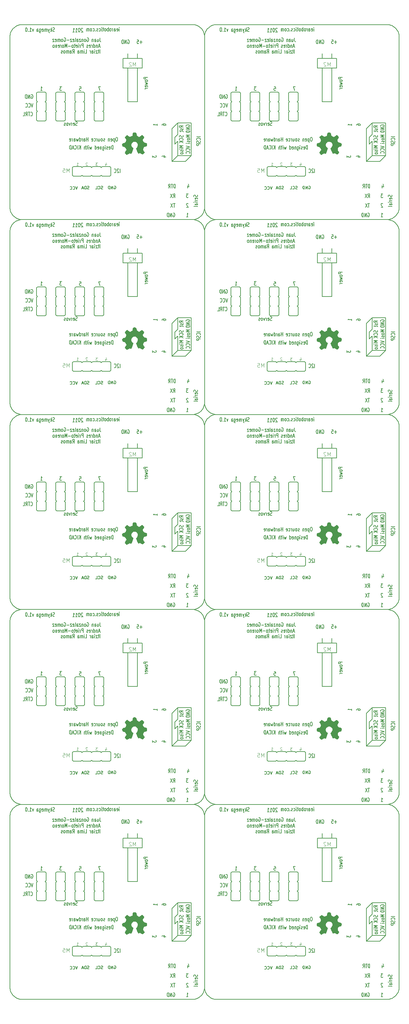
<source format=gbo>
G04 CAM350 PRO V7.5.1 (Build 197) Date:  Wed Jun 01 08:59:28 2011 *
G04 Database: (Untitled) *
G04 Layer 5: skymega-SilkS_B *
%FSLAX34Y34*%
%MOIN*%
%SFA1.000B1.000*%

%MIA0B0*%
%IPPOS*%
%ADD12C,0.00500*%
%ADD30C,0.00350*%
%LNskymega-SilkS_B*%
%LPD*%
G36*
X77277Y44498D02*
G01X77261Y44389D01*
X77202Y44343*
X77102Y44319*
X76975Y44281*
X76916Y44210*
X76892Y44144*
X76863Y44029*
X76891Y43939*
X76935Y43870*
X77025Y43734*
X76935Y43617*
X76841Y43519*
X76747*
X76633Y43586*
X76514Y43647*
X76472Y43636*
X76391Y43596*
X76315Y43660*
X76229Y43841*
X76219Y43866*
X76156Y44032*
X76120Y44134*
X76116Y44147*
X76157Y44200*
X76216Y44262*
X76311Y44431*
X76301Y44606*
X76209Y44752*
X76056Y44839*
X75868Y44831*
X75839Y44820*
X75686Y44698*
X75624Y44523*
X75659Y44343*
X75771Y44218*
X75849Y44167*
X75746Y43875*
X75684Y43701*
X75642Y43592*
X75635Y43574*
X75577Y43588*
X75543Y43603*
X75458Y43619*
X75351Y43572*
X75322Y43554*
X75210Y43487*
X75165Y43467*
X75108Y43508*
X75048Y43565*
X74969Y43657*
X74950Y43693*
X74985Y43765*
X75042Y43851*
X75135Y43978*
X75067Y44124*
X74970Y44263*
X74925Y44285*
X74770Y44317*
X74681Y44394*
X74663Y44539*
X74682Y44611*
X74745Y44690*
X74825Y44700*
X74955Y44720*
X75037Y44810*
X75062Y44856*
X75111Y44980*
X75084Y45076*
X75034Y45147*
X74966Y45249*
X74950Y45288*
X74993Y45353*
X75064Y45430*
X75178Y45540*
X75328Y45437*
X75443Y45365*
X75515Y45358*
X75573Y45383*
X75680Y45427*
X75709Y45433*
X75747Y45488*
X75750Y45531*
X75772Y45680*
X75783Y45714*
X75829Y45781*
X75932Y45799*
X75966Y45800*
X76089Y45788*
X76142Y45734*
X76150Y45714*
X76181Y45576*
X76183Y45548*
X76221Y45461*
X76313Y45405*
X76444Y45342*
X76595Y45440*
X76709Y45509*
X76773Y45514*
X76829Y45477*
X76930Y45376*
X76951Y45344*
X76969Y45269*
X76914Y45172*
X76900Y45153*
X76833Y45051*
X76836Y44968*
X76858Y44908*
X76918Y44806*
X77025Y44754*
X77068Y44742*
X77218Y44694*
X77275Y44623*
X77277Y44498*
G37*
G36*
X57027D02*
G01X57011Y44389D01*
X56952Y44343*
X56852Y44319*
X56725Y44281*
X56666Y44210*
X56642Y44144*
X56613Y44029*
X56641Y43939*
X56685Y43870*
X56775Y43734*
X56685Y43617*
X56591Y43519*
X56497*
X56383Y43586*
X56264Y43647*
X56222Y43636*
X56141Y43596*
X56065Y43660*
X55979Y43841*
X55969Y43866*
X55906Y44032*
X55870Y44134*
X55866Y44147*
X55907Y44200*
X55966Y44262*
X56061Y44431*
X56051Y44606*
X55959Y44752*
X55806Y44839*
X55618Y44831*
X55589Y44820*
X55436Y44698*
X55374Y44523*
X55409Y44343*
X55521Y44218*
X55599Y44167*
X55496Y43875*
X55434Y43701*
X55392Y43592*
X55385Y43574*
X55327Y43588*
X55293Y43603*
X55208Y43619*
X55101Y43572*
X55072Y43554*
X54960Y43487*
X54915Y43467*
X54858Y43508*
X54798Y43565*
X54719Y43657*
X54700Y43693*
X54735Y43765*
X54792Y43851*
X54885Y43978*
X54817Y44124*
X54720Y44263*
X54675Y44285*
X54520Y44317*
X54431Y44394*
X54413Y44539*
X54432Y44611*
X54495Y44690*
X54575Y44700*
X54705Y44720*
X54787Y44810*
X54812Y44856*
X54861Y44980*
X54834Y45076*
X54784Y45147*
X54716Y45249*
X54700Y45288*
X54743Y45353*
X54814Y45430*
X54928Y45540*
X55078Y45437*
X55193Y45365*
X55265Y45358*
X55323Y45383*
X55430Y45427*
X55459Y45433*
X55497Y45488*
X55500Y45531*
X55522Y45680*
X55533Y45714*
X55579Y45781*
X55682Y45799*
X55716Y45800*
X55839Y45788*
X55892Y45734*
X55900Y45714*
X55931Y45576*
X55933Y45548*
X55971Y45461*
X56063Y45405*
X56194Y45342*
X56345Y45440*
X56459Y45509*
X56523Y45514*
X56579Y45477*
X56680Y45376*
X56701Y45344*
X56719Y45269*
X56664Y45172*
X56650Y45153*
X56583Y45051*
X56586Y44968*
X56608Y44908*
X56668Y44806*
X56775Y44754*
X56818Y44742*
X56968Y44694*
X57025Y44623*
X57027Y44498*
G37*
G36*
X77277Y24248D02*
G01X77261Y24139D01*
X77202Y24093*
X77102Y24069*
X76975Y24031*
X76916Y23960*
X76892Y23894*
X76863Y23779*
X76891Y23689*
X76935Y23620*
X77025Y23484*
X76935Y23367*
X76841Y23269*
X76747*
X76633Y23336*
X76514Y23397*
X76472Y23386*
X76391Y23346*
X76315Y23410*
X76229Y23591*
X76219Y23616*
X76156Y23782*
X76120Y23884*
X76116Y23897*
X76157Y23950*
X76216Y24012*
X76311Y24181*
X76301Y24356*
X76209Y24502*
X76056Y24589*
X75868Y24581*
X75839Y24570*
X75686Y24448*
X75624Y24273*
X75659Y24093*
X75771Y23968*
X75849Y23917*
X75746Y23625*
X75684Y23451*
X75642Y23342*
X75635Y23324*
X75577Y23338*
X75543Y23353*
X75458Y23369*
X75351Y23322*
X75322Y23304*
X75210Y23237*
X75165Y23217*
X75108Y23258*
X75048Y23315*
X74969Y23407*
X74950Y23443*
X74985Y23515*
X75042Y23601*
X75135Y23728*
X75067Y23874*
X74970Y24013*
X74925Y24035*
X74770Y24067*
X74681Y24144*
X74663Y24289*
X74682Y24361*
X74745Y24440*
X74825Y24450*
X74955Y24470*
X75037Y24560*
X75062Y24606*
X75111Y24730*
X75084Y24826*
X75034Y24897*
X74966Y24999*
X74950Y25038*
X74993Y25103*
X75064Y25180*
X75178Y25290*
X75328Y25187*
X75443Y25115*
X75515Y25108*
X75573Y25133*
X75680Y25177*
X75709Y25183*
X75747Y25238*
X75750Y25281*
X75772Y25430*
X75783Y25464*
X75829Y25531*
X75932Y25549*
X75966Y25550*
X76089Y25538*
X76142Y25484*
X76150Y25464*
X76181Y25326*
X76183Y25298*
X76221Y25211*
X76313Y25155*
X76444Y25092*
X76595Y25190*
X76709Y25259*
X76773Y25264*
X76829Y25227*
X76930Y25126*
X76951Y25094*
X76969Y25019*
X76914Y24922*
X76900Y24903*
X76833Y24801*
X76836Y24718*
X76858Y24658*
X76918Y24556*
X77025Y24504*
X77068Y24492*
X77218Y24444*
X77275Y24373*
X77277Y24248*
G37*
G36*
X57027D02*
G01X57011Y24139D01*
X56952Y24093*
X56852Y24069*
X56725Y24031*
X56666Y23960*
X56642Y23894*
X56613Y23779*
X56641Y23689*
X56685Y23620*
X56775Y23484*
X56685Y23367*
X56591Y23269*
X56497*
X56383Y23336*
X56264Y23397*
X56222Y23386*
X56141Y23346*
X56065Y23410*
X55979Y23591*
X55969Y23616*
X55906Y23782*
X55870Y23884*
X55866Y23897*
X55907Y23950*
X55966Y24012*
X56061Y24181*
X56051Y24356*
X55959Y24502*
X55806Y24589*
X55618Y24581*
X55589Y24570*
X55436Y24448*
X55374Y24273*
X55409Y24093*
X55521Y23968*
X55599Y23917*
X55496Y23625*
X55434Y23451*
X55392Y23342*
X55385Y23324*
X55327Y23338*
X55293Y23353*
X55208Y23369*
X55101Y23322*
X55072Y23304*
X54960Y23237*
X54915Y23217*
X54858Y23258*
X54798Y23315*
X54719Y23407*
X54700Y23443*
X54735Y23515*
X54792Y23601*
X54885Y23728*
X54817Y23874*
X54720Y24013*
X54675Y24035*
X54520Y24067*
X54431Y24144*
X54413Y24289*
X54432Y24361*
X54495Y24440*
X54575Y24450*
X54705Y24470*
X54787Y24560*
X54812Y24606*
X54861Y24730*
X54834Y24826*
X54784Y24897*
X54716Y24999*
X54700Y25038*
X54743Y25103*
X54814Y25180*
X54928Y25290*
X55078Y25187*
X55193Y25115*
X55265Y25108*
X55323Y25133*
X55430Y25177*
X55459Y25183*
X55497Y25238*
X55500Y25281*
X55522Y25430*
X55533Y25464*
X55579Y25531*
X55682Y25549*
X55716Y25550*
X55839Y25538*
X55892Y25484*
X55900Y25464*
X55931Y25326*
X55933Y25298*
X55971Y25211*
X56063Y25155*
X56194Y25092*
X56345Y25190*
X56459Y25259*
X56523Y25264*
X56579Y25227*
X56680Y25126*
X56701Y25094*
X56719Y25019*
X56664Y24922*
X56650Y24903*
X56583Y24801*
X56586Y24718*
X56608Y24658*
X56668Y24556*
X56775Y24504*
X56818Y24492*
X56968Y24444*
X57025Y24373*
X57027Y24248*
G37*
G36*
X77277Y3998D02*
G01X77261Y3889D01*
X77202Y3843*
X77102Y3819*
X76975Y3781*
X76916Y3710*
X76892Y3644*
X76863Y3529*
X76891Y3439*
X76935Y3370*
X77025Y3234*
X76935Y3117*
X76841Y3019*
X76747*
X76633Y3086*
X76514Y3147*
X76472Y3136*
X76391Y3096*
X76315Y3160*
X76229Y3341*
X76219Y3366*
X76156Y3532*
X76120Y3634*
X76116Y3647*
X76157Y3700*
X76216Y3762*
X76311Y3931*
X76301Y4106*
X76209Y4252*
X76056Y4339*
X75868Y4331*
X75839Y4320*
X75686Y4198*
X75624Y4023*
X75659Y3843*
X75771Y3718*
X75849Y3667*
X75746Y3375*
X75684Y3201*
X75642Y3092*
X75635Y3074*
X75577Y3088*
X75543Y3103*
X75458Y3119*
X75351Y3072*
X75322Y3054*
X75210Y2987*
X75165Y2967*
X75108Y3008*
X75048Y3065*
X74969Y3157*
X74950Y3193*
X74985Y3265*
X75042Y3351*
X75135Y3478*
X75067Y3624*
X74970Y3763*
X74925Y3785*
X74770Y3817*
X74681Y3894*
X74663Y4039*
X74682Y4111*
X74745Y4190*
X74825Y4200*
X74955Y4220*
X75037Y4310*
X75062Y4356*
X75111Y4480*
X75084Y4576*
X75034Y4647*
X74966Y4749*
X74950Y4788*
X74993Y4853*
X75064Y4930*
X75178Y5040*
X75328Y4937*
X75443Y4865*
X75515Y4858*
X75573Y4883*
X75680Y4927*
X75709Y4933*
X75747Y4988*
X75750Y5031*
X75772Y5180*
X75783Y5214*
X75829Y5281*
X75932Y5299*
X75966Y5300*
X76089Y5288*
X76142Y5234*
X76150Y5214*
X76181Y5076*
X76183Y5048*
X76221Y4961*
X76313Y4905*
X76444Y4842*
X76595Y4940*
X76709Y5009*
X76773Y5014*
X76829Y4977*
X76930Y4876*
X76951Y4844*
X76969Y4769*
X76914Y4672*
X76900Y4653*
X76833Y4551*
X76836Y4468*
X76858Y4408*
X76918Y4306*
X77025Y4254*
X77068Y4242*
X77218Y4194*
X77275Y4123*
X77277Y3998*
G37*
G36*
X57027D02*
G01X57011Y3889D01*
X56952Y3843*
X56852Y3819*
X56725Y3781*
X56666Y3710*
X56642Y3644*
X56613Y3529*
X56641Y3439*
X56685Y3370*
X56775Y3234*
X56685Y3117*
X56591Y3019*
X56497*
X56383Y3086*
X56264Y3147*
X56222Y3136*
X56141Y3096*
X56065Y3160*
X55979Y3341*
X55969Y3366*
X55906Y3532*
X55870Y3634*
X55866Y3647*
X55907Y3700*
X55966Y3762*
X56061Y3931*
X56051Y4106*
X55959Y4252*
X55806Y4339*
X55618Y4331*
X55589Y4320*
X55436Y4198*
X55374Y4023*
X55409Y3843*
X55521Y3718*
X55599Y3667*
X55496Y3375*
X55434Y3201*
X55392Y3092*
X55385Y3074*
X55327Y3088*
X55293Y3103*
X55208Y3119*
X55101Y3072*
X55072Y3054*
X54960Y2987*
X54915Y2967*
X54858Y3008*
X54798Y3065*
X54719Y3157*
X54700Y3193*
X54735Y3265*
X54792Y3351*
X54885Y3478*
X54817Y3624*
X54720Y3763*
X54675Y3785*
X54520Y3817*
X54431Y3894*
X54413Y4039*
X54432Y4111*
X54495Y4190*
X54575Y4200*
X54705Y4220*
X54787Y4310*
X54812Y4356*
X54861Y4480*
X54834Y4576*
X54784Y4647*
X54716Y4749*
X54700Y4788*
X54743Y4853*
X54814Y4930*
X54928Y5040*
X55078Y4937*
X55193Y4865*
X55265Y4858*
X55323Y4883*
X55430Y4927*
X55459Y4933*
X55497Y4988*
X55500Y5031*
X55522Y5180*
X55533Y5214*
X55579Y5281*
X55682Y5299*
X55716Y5300*
X55839Y5288*
X55892Y5234*
X55900Y5214*
X55931Y5076*
X55933Y5048*
X55971Y4961*
X56063Y4905*
X56194Y4842*
X56345Y4940*
X56459Y5009*
X56523Y5014*
X56579Y4977*
X56680Y4876*
X56701Y4844*
X56719Y4769*
X56664Y4672*
X56650Y4653*
X56583Y4551*
X56586Y4468*
X56608Y4408*
X56668Y4306*
X56775Y4254*
X56818Y4242*
X56968Y4194*
X57025Y4123*
X57027Y3998*
G37*
G36*
X77277Y-16252D02*
G01X77261Y-16361D01*
X77202Y-16407*
X77102Y-16431*
X76975Y-16469*
X76916Y-16540*
X76892Y-16606*
X76863Y-16721*
X76891Y-16811*
X76935Y-16880*
X77025Y-17016*
X76935Y-17133*
X76841Y-17231*
X76747*
X76633Y-17164*
X76514Y-17103*
X76472Y-17114*
X76391Y-17154*
X76315Y-17090*
X76229Y-16909*
X76219Y-16884*
X76156Y-16718*
X76120Y-16616*
X76116Y-16603*
X76157Y-16550*
X76216Y-16488*
X76311Y-16319*
X76301Y-16144*
X76209Y-15998*
X76056Y-15911*
X75868Y-15919*
X75839Y-15930*
X75686Y-16052*
X75624Y-16227*
X75659Y-16407*
X75771Y-16532*
X75849Y-16583*
X75746Y-16875*
X75684Y-17049*
X75642Y-17158*
X75635Y-17176*
X75577Y-17162*
X75543Y-17147*
X75458Y-17131*
X75351Y-17178*
X75322Y-17196*
X75210Y-17263*
X75165Y-17283*
X75108Y-17242*
X75048Y-17185*
X74969Y-17093*
X74950Y-17057*
X74985Y-16985*
X75042Y-16899*
X75135Y-16772*
X75067Y-16626*
X74970Y-16487*
X74925Y-16465*
X74770Y-16433*
X74681Y-16356*
X74663Y-16211*
X74682Y-16139*
X74745Y-16060*
X74825Y-16050*
X74955Y-16030*
X75037Y-15940*
X75062Y-15894*
X75111Y-15770*
X75084Y-15674*
X75034Y-15603*
X74966Y-15501*
X74950Y-15462*
X74993Y-15397*
X75064Y-15320*
X75178Y-15210*
X75328Y-15313*
X75443Y-15385*
X75515Y-15392*
X75573Y-15367*
X75680Y-15323*
X75709Y-15317*
X75747Y-15262*
X75750Y-15219*
X75772Y-15070*
X75783Y-15036*
X75829Y-14969*
X75932Y-14951*
X75966Y-14950*
X76089Y-14962*
X76142Y-15016*
X76150Y-15036*
X76181Y-15174*
X76183Y-15202*
X76221Y-15289*
X76313Y-15345*
X76444Y-15408*
X76595Y-15310*
X76709Y-15241*
X76773Y-15236*
X76829Y-15273*
X76930Y-15374*
X76951Y-15406*
X76969Y-15481*
X76914Y-15578*
X76900Y-15597*
X76833Y-15699*
X76836Y-15782*
X76858Y-15842*
X76918Y-15944*
X77025Y-15996*
X77068Y-16008*
X77218Y-16056*
X77275Y-16127*
X77277Y-16252*
G37*
G36*
X57027D02*
G01X57011Y-16361D01*
X56952Y-16407*
X56852Y-16431*
X56725Y-16469*
X56666Y-16540*
X56642Y-16606*
X56613Y-16721*
X56641Y-16811*
X56685Y-16880*
X56775Y-17016*
X56685Y-17133*
X56591Y-17231*
X56497*
X56383Y-17164*
X56264Y-17103*
X56222Y-17114*
X56141Y-17154*
X56065Y-17090*
X55979Y-16909*
X55969Y-16884*
X55906Y-16718*
X55870Y-16616*
X55866Y-16603*
X55907Y-16550*
X55966Y-16488*
X56061Y-16319*
X56051Y-16144*
X55959Y-15998*
X55806Y-15911*
X55618Y-15919*
X55589Y-15930*
X55436Y-16052*
X55374Y-16227*
X55409Y-16407*
X55521Y-16532*
X55599Y-16583*
X55496Y-16875*
X55434Y-17049*
X55392Y-17158*
X55385Y-17176*
X55327Y-17162*
X55293Y-17147*
X55208Y-17131*
X55101Y-17178*
X55072Y-17196*
X54960Y-17263*
X54915Y-17283*
X54858Y-17242*
X54798Y-17185*
X54719Y-17093*
X54700Y-17057*
X54735Y-16985*
X54792Y-16899*
X54885Y-16772*
X54817Y-16626*
X54720Y-16487*
X54675Y-16465*
X54520Y-16433*
X54431Y-16356*
X54413Y-16211*
X54432Y-16139*
X54495Y-16060*
X54575Y-16050*
X54705Y-16030*
X54787Y-15940*
X54812Y-15894*
X54861Y-15770*
X54834Y-15674*
X54784Y-15603*
X54716Y-15501*
X54700Y-15462*
X54743Y-15397*
X54814Y-15320*
X54928Y-15210*
X55078Y-15313*
X55193Y-15385*
X55265Y-15392*
X55323Y-15367*
X55430Y-15323*
X55459Y-15317*
X55497Y-15262*
X55500Y-15219*
X55522Y-15070*
X55533Y-15036*
X55579Y-14969*
X55682Y-14951*
X55716Y-14950*
X55839Y-14962*
X55892Y-15016*
X55900Y-15036*
X55931Y-15174*
X55933Y-15202*
X55971Y-15289*
X56063Y-15345*
X56194Y-15408*
X56345Y-15310*
X56459Y-15241*
X56523Y-15236*
X56579Y-15273*
X56680Y-15374*
X56701Y-15406*
X56719Y-15481*
X56664Y-15578*
X56650Y-15597*
X56583Y-15699*
X56586Y-15782*
X56608Y-15842*
X56668Y-15944*
X56775Y-15996*
X56818Y-16008*
X56968Y-16056*
X57025Y-16127*
X57027Y-16252*
G37*
G36*
X77277Y-36502D02*
G01X77261Y-36611D01*
X77202Y-36657*
X77102Y-36681*
X76975Y-36719*
X76916Y-36790*
X76892Y-36856*
X76863Y-36971*
X76891Y-37061*
X76935Y-37130*
X77025Y-37266*
X76935Y-37383*
X76841Y-37481*
X76747*
X76633Y-37414*
X76514Y-37353*
X76472Y-37364*
X76391Y-37404*
X76315Y-37340*
X76229Y-37159*
X76219Y-37134*
X76156Y-36968*
X76120Y-36866*
X76116Y-36853*
X76157Y-36800*
X76216Y-36738*
X76311Y-36569*
X76301Y-36394*
X76209Y-36248*
X76056Y-36161*
X75868Y-36169*
X75839Y-36180*
X75686Y-36302*
X75624Y-36477*
X75659Y-36657*
X75771Y-36782*
X75849Y-36833*
X75746Y-37125*
X75684Y-37299*
X75642Y-37408*
X75635Y-37426*
X75577Y-37412*
X75543Y-37397*
X75458Y-37381*
X75351Y-37428*
X75322Y-37446*
X75210Y-37513*
X75165Y-37533*
X75108Y-37492*
X75048Y-37435*
X74969Y-37343*
X74950Y-37307*
X74985Y-37235*
X75042Y-37149*
X75135Y-37022*
X75067Y-36876*
X74970Y-36737*
X74925Y-36715*
X74770Y-36683*
X74681Y-36606*
X74663Y-36461*
X74682Y-36389*
X74745Y-36310*
X74825Y-36300*
X74955Y-36280*
X75037Y-36190*
X75062Y-36144*
X75111Y-36020*
X75084Y-35924*
X75034Y-35853*
X74966Y-35751*
X74950Y-35712*
X74993Y-35647*
X75064Y-35570*
X75178Y-35460*
X75328Y-35563*
X75443Y-35635*
X75515Y-35642*
X75573Y-35617*
X75680Y-35573*
X75709Y-35567*
X75747Y-35512*
X75750Y-35469*
X75772Y-35320*
X75783Y-35286*
X75829Y-35219*
X75932Y-35201*
X75966Y-35200*
X76089Y-35212*
X76142Y-35266*
X76150Y-35286*
X76181Y-35424*
X76183Y-35452*
X76221Y-35539*
X76313Y-35595*
X76444Y-35658*
X76595Y-35560*
X76709Y-35491*
X76773Y-35486*
X76829Y-35523*
X76930Y-35624*
X76951Y-35656*
X76969Y-35731*
X76914Y-35828*
X76900Y-35847*
X76833Y-35949*
X76836Y-36032*
X76858Y-36092*
X76918Y-36194*
X77025Y-36246*
X77068Y-36258*
X77218Y-36306*
X77275Y-36377*
X77277Y-36502*
G37*
G36*
X57027D02*
G01X57011Y-36611D01*
X56952Y-36657*
X56852Y-36681*
X56725Y-36719*
X56666Y-36790*
X56642Y-36856*
X56613Y-36971*
X56641Y-37061*
X56685Y-37130*
X56775Y-37266*
X56685Y-37383*
X56591Y-37481*
X56497*
X56383Y-37414*
X56264Y-37353*
X56222Y-37364*
X56141Y-37404*
X56065Y-37340*
X55979Y-37159*
X55969Y-37134*
X55906Y-36968*
X55870Y-36866*
X55866Y-36853*
X55907Y-36800*
X55966Y-36738*
X56061Y-36569*
X56051Y-36394*
X55959Y-36248*
X55806Y-36161*
X55618Y-36169*
X55589Y-36180*
X55436Y-36302*
X55374Y-36477*
X55409Y-36657*
X55521Y-36782*
X55599Y-36833*
X55496Y-37125*
X55434Y-37299*
X55392Y-37408*
X55385Y-37426*
X55327Y-37412*
X55293Y-37397*
X55208Y-37381*
X55101Y-37428*
X55072Y-37446*
X54960Y-37513*
X54915Y-37533*
X54858Y-37492*
X54798Y-37435*
X54719Y-37343*
X54700Y-37307*
X54735Y-37235*
X54792Y-37149*
X54885Y-37022*
X54817Y-36876*
X54720Y-36737*
X54675Y-36715*
X54520Y-36683*
X54431Y-36606*
X54413Y-36461*
X54432Y-36389*
X54495Y-36310*
X54575Y-36300*
X54705Y-36280*
X54787Y-36190*
X54812Y-36144*
X54861Y-36020*
X54834Y-35924*
X54784Y-35853*
X54716Y-35751*
X54700Y-35712*
X54743Y-35647*
X54814Y-35570*
X54928Y-35460*
X55078Y-35563*
X55193Y-35635*
X55265Y-35642*
X55323Y-35617*
X55430Y-35573*
X55459Y-35567*
X55497Y-35512*
X55500Y-35469*
X55522Y-35320*
X55533Y-35286*
X55579Y-35219*
X55682Y-35201*
X55716Y-35200*
X55839Y-35212*
X55892Y-35266*
X55900Y-35286*
X55931Y-35424*
X55933Y-35452*
X55971Y-35539*
X56063Y-35595*
X56194Y-35658*
X56345Y-35560*
X56459Y-35491*
X56523Y-35486*
X56579Y-35523*
X56680Y-35624*
X56701Y-35656*
X56719Y-35731*
X56664Y-35828*
X56650Y-35847*
X56583Y-35949*
X56586Y-36032*
X56608Y-36092*
X56668Y-36194*
X56775Y-36246*
X56818Y-36258*
X56968Y-36306*
X57025Y-36377*
X57027Y-36502*
G37*
G54D12*
X61000Y-38200D02*
G01X59600D01*
X61600Y-37600D02*
G01X61000Y-38200D01*
X59600D02*
G01X60200Y-37600D01*
X59600Y-34800D02*
G01Y-38200D01*
X60200Y-34200D02*
G01X59600Y-34800D01*
X60200Y-34200D02*
G01Y-35400D01*
X61600Y-34200D02*
G01X60200D01*
X61600Y-37600D02*
G01Y-34200D01*
X60200Y-37600D02*
G01X61600D01*
X60200Y-36100D02*
G01Y-37600D01*
X59900Y-36400D02*
G01X60200Y-36100D01*
X59900Y-35700D02*
G01Y-36400D01*
X60200Y-35400D02*
G01X59900Y-35700D01*
X58562Y-34457D02*
G01Y-34400D01*
X58581Y-34371*
X58600Y-34357*
X58657Y-34328*
X58733Y-34314*
X58886*
X58924Y-34328*
X58943Y-34343*
X58962Y-34371*
Y-34428*
X58943Y-34457*
X58924Y-34471*
X58886Y-34486*
X58790*
X58752Y-34471*
X58733Y-34457*
X58714Y-34428*
Y-34371*
X58733Y-34343*
X58752Y-34328*
X58790Y-34314*
X61462Y-35471D02*
G01X61062D01*
X61348Y-35571*
X61062Y-35671*
X61462*
Y-35857D02*
G01X61443Y-35829D01*
X61424Y-35814*
X61386Y-35800*
X61271*
X61233Y-35814*
X61214Y-35829*
X61195Y-35857*
Y-35900*
X61214Y-35929*
X61233Y-35943*
X61271Y-35957*
X61386*
X61424Y-35943*
X61443Y-35929*
X61462Y-35900*
Y-35857*
X61443Y-36071D02*
G01X61462Y-36100D01*
Y-36157*
X61443Y-36185*
X61405Y-36200*
X61386*
X61348Y-36185*
X61329Y-36157*
Y-36114*
X61310Y-36085*
X61271Y-36071*
X61252*
X61214Y-36085*
X61195Y-36114*
Y-36157*
X61214Y-36185*
X61462Y-36328D02*
G01X61195D01*
X61062D02*
G01X61081Y-36314D01*
X61100Y-36328*
X61081Y-36343*
X61062Y-36328*
X61100*
X60762Y-34686D02*
G01X60571Y-34586D01*
X60762Y-34514D02*
G01X60362D01*
Y-34629*
X60381Y-34657*
X60400Y-34672*
X60438Y-34686*
X60495*
X60533Y-34672*
X60552Y-34657*
X60571Y-34629*
Y-34514*
X60743Y-34800D02*
G01X60762Y-34829D01*
Y-34886*
X60743Y-34914*
X60705Y-34929*
X60686*
X60648Y-34914*
X60629Y-34886*
Y-34843*
X60610Y-34814*
X60571Y-34800*
X60552*
X60514Y-34814*
X60495Y-34843*
Y-34886*
X60514Y-34914*
X60495Y-35015D02*
G01Y-35129D01*
X60362Y-35057D02*
G01X60705D01*
X60743Y-35072*
X60762Y-35100*
Y-35129*
X60743Y-35514D02*
G01X60762Y-35557D01*
Y-35628*
X60743Y-35657*
X60724Y-35671*
X60686Y-35686*
X60648*
X60610Y-35671*
X60590Y-35657*
X60571Y-35628*
X60552Y-35571*
X60533Y-35543*
X60514Y-35528*
X60476Y-35514*
X60438*
X60400Y-35528*
X60381Y-35543*
X60362Y-35571*
Y-35643*
X60381Y-35686*
X60724Y-35986D02*
G01X60743Y-35972D01*
X60762Y-35929*
Y-35900*
X60743Y-35857*
X60705Y-35829*
X60667Y-35814*
X60590Y-35800*
X60533*
X60457Y-35814*
X60419Y-35829*
X60381Y-35857*
X60362Y-35900*
Y-35929*
X60381Y-35972*
X60400Y-35986*
X60762Y-36114D02*
G01X60362D01*
X60762Y-36286D02*
G01X60533Y-36157D01*
X60362Y-36286D02*
G01X60590Y-36114D01*
X60762Y-36571D02*
G01X60362D01*
X60648Y-36671*
X60362Y-36771*
X60762*
Y-36914D02*
G01X60495D01*
X60362D02*
G01X60381Y-36900D01*
X60400Y-36914*
X60381Y-36929*
X60362Y-36914*
X60400*
X60743Y-37043D02*
G01X60762Y-37072D01*
Y-37129*
X60743Y-37157*
X60705Y-37172*
X60686*
X60648Y-37157*
X60629Y-37129*
Y-37086*
X60610Y-37057*
X60571Y-37043*
X60552*
X60514Y-37057*
X60495Y-37086*
Y-37129*
X60514Y-37157*
X60762Y-37343D02*
G01X60743Y-37315D01*
X60724Y-37300*
X60686Y-37286*
X60571*
X60533Y-37300*
X60514Y-37315*
X60495Y-37343*
Y-37386*
X60514Y-37415*
X60533Y-37429*
X60571Y-37443*
X60686*
X60724Y-37429*
X60743Y-37415*
X60762Y-37386*
Y-37343*
X59943Y-40962D02*
G01Y-40562D01*
X59871*
X59828Y-40581*
X59800Y-40619*
X59785Y-40657*
X59771Y-40733*
Y-40790*
X59785Y-40867*
X59800Y-40905*
X59828Y-40943*
X59871Y-40962*
X59943*
X59685Y-40562D02*
G01X59514D01*
X59600Y-40962D02*
G01Y-40562D01*
X59242Y-40962D02*
G01X59342Y-40771D01*
X59414Y-40962D02*
G01Y-40562D01*
X59299*
X59271Y-40581*
X59256Y-40600*
X59242Y-40638*
Y-40695*
X59256Y-40733*
X59271Y-40752*
X59299Y-40771*
X59414*
X61243Y-40695D02*
G01Y-40962D01*
X61314Y-40543D02*
G01X61386Y-40829D01*
X61200*
X44000Y-24000D02*
G01X61750D01*
X42750Y-25250D02*
G01Y-43000D01*
X44000Y-24000D02*
G01X43892Y-24005D01*
X43783Y-24019*
X43677Y-24043*
X43573Y-24076*
X43472Y-24118*
X43376Y-24168*
X43284Y-24227*
X43197Y-24293*
X43117Y-24367*
X43043Y-24447*
X42977Y-24534*
X42918Y-24626*
X42868Y-24722*
X42826Y-24823*
X42793Y-24927*
X42769Y-25033*
X42755Y-25142*
X42750Y-25250*
X63000Y-43000D02*
G01Y-25250D01*
Y-25250D02*
G01X62995Y-25142D01*
X62981Y-25033*
X62957Y-24927*
X62924Y-24823*
X62882Y-24722*
X62832Y-24626*
X62773Y-24534*
X62707Y-24447*
X62633Y-24367*
X62553Y-24293*
X62466Y-24227*
X62375Y-24168*
X62278Y-24118*
X62177Y-24076*
X62073Y-24043*
X61967Y-24019*
X61858Y-24005*
X61750Y-24000*
X44000Y-44250D02*
G01X61750D01*
Y-44250D02*
G01X61858Y-44245D01*
X61967Y-44231*
X62073Y-44207*
X62177Y-44174*
X62278Y-44132*
X62375Y-44082*
X62466Y-44023*
X62553Y-43957*
X62633Y-43883*
X62707Y-43803*
X62773Y-43716*
X62832Y-43624*
X62882Y-43528*
X62924Y-43427*
X62957Y-43323*
X62981Y-43217*
X62995Y-43108*
X63000Y-43000*
X42750D02*
G01X42755Y-43108D01*
X42769Y-43217*
X42793Y-43323*
X42826Y-43427*
X42868Y-43528*
X42918Y-43624*
X42977Y-43716*
X43043Y-43803*
X43117Y-43883*
X43197Y-43957*
X43284Y-44023*
X43376Y-44082*
X43472Y-44132*
X43573Y-44174*
X43677Y-44207*
X43783Y-44231*
X43892Y-44245*
X44000Y-44250*
X53474Y-36942D02*
G01Y-36542D01*
X53402*
X53359Y-36561*
X53331Y-36599*
X53316Y-36637*
X53302Y-36713*
Y-36770*
X53316Y-36847*
X53331Y-36885*
X53359Y-36923*
X53402Y-36942*
X53474*
X53059Y-36923D02*
G01X53088Y-36942D01*
X53145*
X53174Y-36923*
X53188Y-36885*
Y-36732*
X53174Y-36694*
X53145Y-36675*
X53088*
X53059Y-36694*
X53045Y-36732*
Y-36770*
X53188Y-36809*
X52931Y-36923D02*
G01X52902Y-36942D01*
X52845*
X52817Y-36923*
X52802Y-36885*
Y-36866*
X52817Y-36828*
X52845Y-36809*
X52888*
X52917Y-36790*
X52931Y-36751*
Y-36732*
X52917Y-36694*
X52888Y-36675*
X52845*
X52817Y-36694*
X52674Y-36942D02*
G01Y-36675D01*
Y-36542D02*
G01X52688Y-36561D01*
X52674Y-36580*
X52659Y-36561*
X52674Y-36542*
Y-36580*
X52402Y-36675D02*
G01Y-36999D01*
X52416Y-37037*
X52431Y-37056*
X52459Y-37075*
X52502*
X52531Y-37056*
X52402Y-36923D02*
G01X52431Y-36942D01*
X52488*
X52516Y-36923*
X52531Y-36904*
X52545Y-36866*
Y-36751*
X52531Y-36713*
X52516Y-36694*
X52488Y-36675*
X52431*
X52402Y-36694*
X52260Y-36675D02*
G01Y-36942D01*
Y-36713D02*
G01X52245Y-36694D01*
X52217Y-36675*
X52174*
X52145Y-36694*
X52131Y-36732*
Y-36942*
X51874Y-36923D02*
G01X51903Y-36942D01*
X51960*
X51989Y-36923*
X52003Y-36885*
Y-36732*
X51989Y-36694*
X51960Y-36675*
X51903*
X51874Y-36694*
X51860Y-36732*
Y-36770*
X52003Y-36809*
X51603Y-36942D02*
G01Y-36542D01*
Y-36923D02*
G01X51632Y-36942D01*
X51689*
X51717Y-36923*
X51732Y-36904*
X51746Y-36866*
Y-36751*
X51732Y-36713*
X51717Y-36694*
X51689Y-36675*
X51632*
X51603Y-36694*
X51260Y-36675D02*
G01X51203Y-36942D01*
X51146Y-36751*
X51089Y-36942*
X51032Y-36675*
X50918Y-36942D02*
G01Y-36675D01*
Y-36542D02*
G01X50932Y-36561D01*
X50918Y-36580*
X50903Y-36561*
X50918Y-36542*
Y-36580*
X50817Y-36675D02*
G01X50703D01*
X50775Y-36542D02*
G01Y-36885D01*
X50760Y-36923*
X50732Y-36942*
X50703*
X50604D02*
G01Y-36542D01*
X50475Y-36942D02*
G01Y-36732D01*
X50489Y-36694*
X50518Y-36675*
X50561*
X50589Y-36694*
X50604Y-36713*
X50104Y-36942D02*
G01Y-36542D01*
X49932Y-36942D02*
G01X50061Y-36713D01*
X49932Y-36542D02*
G01X50104Y-36770D01*
X49804Y-36942D02*
G01Y-36542D01*
X49489Y-36904D02*
G01X49503Y-36923D01*
X49546Y-36942*
X49575*
X49618Y-36923*
X49646Y-36885*
X49661Y-36847*
X49675Y-36770*
Y-36713*
X49661Y-36637*
X49646Y-36599*
X49618Y-36561*
X49575Y-36542*
X49546*
X49503Y-36561*
X49489Y-36580*
X49375Y-36828D02*
G01X49232D01*
X49403Y-36942D02*
G01X49303Y-36542D01*
X49203Y-36942*
X49104D02*
G01Y-36542D01*
X49032*
X48989Y-36561*
X48961Y-36599*
X48946Y-36637*
X48932Y-36713*
Y-36770*
X48946Y-36847*
X48961Y-36885*
X48989Y-36923*
X49032Y-36942*
X49104*
X53884Y-35702D02*
G01X53827D01*
X53799Y-35721*
X53770Y-35759*
X53756Y-35835*
Y-35969*
X53770Y-36045*
X53799Y-36083*
X53827Y-36102*
X53884*
X53913Y-36083*
X53942Y-36045*
X53956Y-35969*
Y-35835*
X53942Y-35759*
X53913Y-35721*
X53884Y-35702*
X53628Y-35835D02*
G01Y-36235D01*
Y-35854D02*
G01X53599Y-35835D01*
X53542*
X53513Y-35854*
X53499Y-35873*
X53485Y-35911*
Y-36026*
X53499Y-36064*
X53513Y-36083*
X53542Y-36102*
X53599*
X53628Y-36083*
X53242D02*
G01X53271Y-36102D01*
X53328*
X53357Y-36083*
X53371Y-36045*
Y-35892*
X53357Y-35854*
X53328Y-35835*
X53271*
X53242Y-35854*
X53228Y-35892*
Y-35930*
X53371Y-35969*
X53100Y-35835D02*
G01Y-36102D01*
Y-35873D02*
G01X53085Y-35854D01*
X53057Y-35835*
X53014*
X52985Y-35854*
X52971Y-35892*
Y-36102*
X52614Y-36083D02*
G01X52585Y-36102D01*
X52528*
X52500Y-36083*
X52485Y-36045*
Y-36026*
X52500Y-35988*
X52528Y-35969*
X52571*
X52600Y-35950*
X52614Y-35911*
Y-35892*
X52600Y-35854*
X52571Y-35835*
X52528*
X52500Y-35854*
X52314Y-36102D02*
G01X52342Y-36083D01*
X52357Y-36064*
X52371Y-36026*
Y-35911*
X52357Y-35873*
X52342Y-35854*
X52314Y-35835*
X52271*
X52242Y-35854*
X52228Y-35873*
X52214Y-35911*
Y-36026*
X52228Y-36064*
X52242Y-36083*
X52271Y-36102*
X52314*
X51957Y-35835D02*
G01Y-36102D01*
X52086Y-35835D02*
G01Y-36045D01*
X52071Y-36083*
X52043Y-36102*
X52000*
X51971Y-36083*
X51957Y-36064*
X51815Y-36102D02*
G01Y-35835D01*
Y-35911D02*
G01X51800Y-35873D01*
X51786Y-35854*
X51757Y-35835*
X51729*
X51500Y-36083D02*
G01X51529Y-36102D01*
X51586*
X51614Y-36083*
X51629Y-36064*
X51643Y-36026*
Y-35911*
X51629Y-35873*
X51614Y-35854*
X51586Y-35835*
X51529*
X51500Y-35854*
X51257Y-36083D02*
G01X51286Y-36102D01*
X51343*
X51372Y-36083*
X51386Y-36045*
Y-35892*
X51372Y-35854*
X51343Y-35835*
X51286*
X51257Y-35854*
X51243Y-35892*
Y-35930*
X51386Y-35969*
X50886Y-36102D02*
G01Y-35702D01*
Y-35892D02*
G01X50714D01*
Y-36102D02*
G01Y-35702D01*
X50443Y-36102D02*
G01Y-35892D01*
X50457Y-35854*
X50486Y-35835*
X50543*
X50572Y-35854*
X50443Y-36083D02*
G01X50472Y-36102D01*
X50543*
X50572Y-36083*
X50586Y-36045*
Y-36007*
X50572Y-35969*
X50543Y-35950*
X50472*
X50443Y-35930*
X50301Y-36102D02*
G01Y-35835D01*
Y-35911D02*
G01X50286Y-35873D01*
X50272Y-35854*
X50243Y-35835*
X50215*
X49986Y-36102D02*
G01Y-35702D01*
Y-36083D02*
G01X50015Y-36102D01*
X50072*
X50100Y-36083*
X50115Y-36064*
X50129Y-36026*
Y-35911*
X50115Y-35873*
X50100Y-35854*
X50072Y-35835*
X50015*
X49986Y-35854*
X49872Y-35835D02*
G01X49815Y-36102D01*
X49758Y-35911*
X49701Y-36102*
X49644Y-35835*
X49401Y-36102D02*
G01Y-35892D01*
X49415Y-35854*
X49444Y-35835*
X49501*
X49530Y-35854*
X49401Y-36083D02*
G01X49430Y-36102D01*
X49501*
X49530Y-36083*
X49544Y-36045*
Y-36007*
X49530Y-35969*
X49501Y-35950*
X49430*
X49401Y-35930*
X49259Y-36102D02*
G01Y-35835D01*
Y-35911D02*
G01X49244Y-35873D01*
X49230Y-35854*
X49201Y-35835*
X49173*
X48958Y-36083D02*
G01X48987Y-36102D01*
X49044*
X49073Y-36083*
X49087Y-36045*
Y-35892*
X49073Y-35854*
X49044Y-35835*
X48987*
X48958Y-35854*
X48944Y-35892*
Y-35930*
X49087Y-35969*
X52107Y-26962D02*
G01Y-26562D01*
X52006Y-26695D02*
G01X51892D01*
X51964Y-26562D02*
G01Y-26905D01*
X51949Y-26943*
X51921Y-26962*
X51892*
X51821Y-26695D02*
G01X51664D01*
X51821Y-26962*
X51664*
X51550D02*
G01Y-26695D01*
Y-26562D02*
G01X51564Y-26581D01*
X51550Y-26600*
X51535Y-26581*
X51550Y-26562*
Y-26600*
X51278Y-26962D02*
G01Y-26752D01*
X51292Y-26714*
X51321Y-26695*
X51378*
X51407Y-26714*
X51278Y-26943D02*
G01X51307Y-26962D01*
X51378*
X51407Y-26943*
X51421Y-26905*
Y-26867*
X51407Y-26829*
X51378Y-26810*
X51307*
X51278Y-26790*
X51136Y-26962D02*
G01Y-26695D01*
Y-26771D02*
G01X51121Y-26733D01*
X51107Y-26714*
X51078Y-26695*
X51050*
X50578Y-26962D02*
G01X50721D01*
Y-26562*
X50478Y-26962D02*
G01Y-26695D01*
Y-26562D02*
G01X50492Y-26581D01*
X50478Y-26600*
X50463Y-26581*
X50478Y-26562*
Y-26600*
X50335Y-26962D02*
G01Y-26695D01*
Y-26733D02*
G01X50320Y-26714D01*
X50292Y-26695*
X50249*
X50220Y-26714*
X50206Y-26752*
Y-26962*
Y-26752D02*
G01X50192Y-26714D01*
X50163Y-26695*
X50120*
X50092Y-26714*
X50077Y-26752*
Y-26962*
X49806D02*
G01Y-26752D01*
X49820Y-26714*
X49849Y-26695*
X49906*
X49935Y-26714*
X49806Y-26943D02*
G01X49835Y-26962D01*
X49906*
X49935Y-26943*
X49949Y-26905*
Y-26867*
X49935Y-26829*
X49906Y-26810*
X49835*
X49806Y-26790*
X49263Y-26962D02*
G01X49363Y-26771D01*
X49435Y-26962D02*
G01Y-26562D01*
X49320*
X49292Y-26581*
X49277Y-26600*
X49263Y-26638*
Y-26695*
X49277Y-26733*
X49292Y-26752*
X49320Y-26771*
X49435*
X49006Y-26962D02*
G01Y-26752D01*
X49020Y-26714*
X49049Y-26695*
X49106*
X49135Y-26714*
X49006Y-26943D02*
G01X49035Y-26962D01*
X49106*
X49135Y-26943*
X49149Y-26905*
Y-26867*
X49135Y-26829*
X49106Y-26810*
X49035*
X49006Y-26790*
X48864Y-26962D02*
G01Y-26695D01*
Y-26733D02*
G01X48849Y-26714D01*
X48821Y-26695*
X48778*
X48749Y-26714*
X48735Y-26752*
Y-26962*
Y-26752D02*
G01X48721Y-26714D01*
X48692Y-26695*
X48649*
X48621Y-26714*
X48606Y-26752*
Y-26962*
X48421D02*
G01X48449Y-26943D01*
X48464Y-26924*
X48478Y-26886*
Y-26771*
X48464Y-26733*
X48449Y-26714*
X48421Y-26695*
X48378*
X48349Y-26714*
X48335Y-26733*
X48321Y-26771*
Y-26886*
X48335Y-26924*
X48349Y-26943*
X48378Y-26962*
X48421*
X48207Y-26943D02*
G01X48178Y-26962D01*
X48121*
X48093Y-26943*
X48078Y-26905*
Y-26886*
X48093Y-26848*
X48121Y-26829*
X48164*
X48193Y-26810*
X48207Y-26771*
Y-26752*
X48193Y-26714*
X48164Y-26695*
X48121*
X48093Y-26714*
X52109Y-26268D02*
G01X51966D01*
X52137Y-26382D02*
G01X52037Y-25982D01*
X51937Y-26382*
X51838Y-26115D02*
G01Y-26382D01*
Y-26153D02*
G01X51823Y-26134D01*
X51795Y-26115*
X51752*
X51723Y-26134*
X51709Y-26172*
Y-26382*
X51438D02*
G01Y-25982D01*
Y-26363D02*
G01X51467Y-26382D01*
X51524*
X51552Y-26363*
X51567Y-26344*
X51581Y-26306*
Y-26191*
X51567Y-26153*
X51552Y-26134*
X51524Y-26115*
X51467*
X51438Y-26134*
X51296Y-26382D02*
G01Y-26115D01*
Y-26191D02*
G01X51281Y-26153D01*
X51267Y-26134*
X51238Y-26115*
X51210*
X50995Y-26363D02*
G01X51024Y-26382D01*
X51081*
X51110Y-26363*
X51124Y-26325*
Y-26172*
X51110Y-26134*
X51081Y-26115*
X51024*
X50995Y-26134*
X50981Y-26172*
Y-26210*
X51124Y-26249*
X50867Y-26363D02*
G01X50838Y-26382D01*
X50781*
X50753Y-26363*
X50738Y-26325*
Y-26306*
X50753Y-26268*
X50781Y-26249*
X50824*
X50853Y-26230*
X50867Y-26191*
Y-26172*
X50853Y-26134*
X50824Y-26115*
X50781*
X50753Y-26134*
X50381Y-26382D02*
G01Y-25982D01*
X50266*
X50238Y-26001*
X50223Y-26020*
X50209Y-26058*
Y-26115*
X50223Y-26153*
X50238Y-26172*
X50266Y-26191*
X50381*
X50081Y-26382D02*
G01Y-26115D01*
Y-26191D02*
G01X50066Y-26153D01*
X50052Y-26134*
X50023Y-26115*
X49995*
X49895Y-26382D02*
G01Y-26115D01*
Y-25982D02*
G01X49909Y-26001D01*
X49895Y-26020*
X49880Y-26001*
X49895Y-25982*
Y-26020*
X49637Y-26363D02*
G01X49666Y-26382D01*
X49723*
X49752Y-26363*
X49766Y-26325*
Y-26172*
X49752Y-26134*
X49723Y-26115*
X49666*
X49637Y-26134*
X49623Y-26172*
Y-26210*
X49766Y-26249*
X49537Y-26115D02*
G01X49423D01*
X49495Y-25982D02*
G01Y-26325D01*
X49480Y-26363*
X49452Y-26382*
X49423*
X49281D02*
G01X49309Y-26363D01*
X49324Y-26344*
X49338Y-26306*
Y-26191*
X49324Y-26153*
X49309Y-26134*
X49281Y-26115*
X49238*
X49209Y-26134*
X49195Y-26153*
X49181Y-26191*
Y-26306*
X49195Y-26344*
X49209Y-26363*
X49238Y-26382*
X49281*
X49053Y-26230D02*
G01X48824D01*
X48682Y-26382D02*
G01Y-25982D01*
X48582Y-26268*
X48482Y-25982*
Y-26382*
X48296D02*
G01X48324Y-26363D01*
X48339Y-26344*
X48353Y-26306*
Y-26191*
X48339Y-26153*
X48324Y-26134*
X48296Y-26115*
X48253*
X48224Y-26134*
X48210Y-26153*
X48196Y-26191*
Y-26306*
X48210Y-26344*
X48224Y-26363*
X48253Y-26382*
X48296*
X48068D02*
G01Y-26115D01*
Y-26191D02*
G01X48053Y-26153D01*
X48039Y-26134*
X48010Y-26115*
X47982*
X47767Y-26363D02*
G01X47796Y-26382D01*
X47853*
X47882Y-26363*
X47896Y-26325*
Y-26172*
X47882Y-26134*
X47853Y-26115*
X47796*
X47767Y-26134*
X47753Y-26172*
Y-26210*
X47896Y-26249*
X47625Y-26115D02*
G01Y-26382D01*
Y-26153D02*
G01X47610Y-26134D01*
X47582Y-26115*
X47539*
X47510Y-26134*
X47496Y-26172*
Y-26382*
X47311D02*
G01X47339Y-26363D01*
X47354Y-26344*
X47368Y-26306*
Y-26191*
X47354Y-26153*
X47339Y-26134*
X47311Y-26115*
X47268*
X47239Y-26134*
X47225Y-26153*
X47211Y-26191*
Y-26306*
X47225Y-26344*
X47239Y-26363*
X47268Y-26382*
X47311*
X52106Y-25362D02*
G01Y-25648D01*
X52120Y-25705*
X52149Y-25743*
X52192Y-25762*
X52220*
X51834Y-25495D02*
G01Y-25762D01*
X51963Y-25495D02*
G01Y-25705D01*
X51948Y-25743*
X51920Y-25762*
X51877*
X51848Y-25743*
X51834Y-25724*
X51563Y-25762D02*
G01Y-25552D01*
X51577Y-25514*
X51606Y-25495*
X51663*
X51692Y-25514*
X51563Y-25743D02*
G01X51592Y-25762D01*
X51663*
X51692Y-25743*
X51706Y-25705*
Y-25667*
X51692Y-25629*
X51663Y-25610*
X51592*
X51563Y-25590*
X51421Y-25495D02*
G01Y-25762D01*
Y-25533D02*
G01X51406Y-25514D01*
X51378Y-25495*
X51335*
X51306Y-25514*
X51292Y-25552*
Y-25762*
X50763Y-25381D02*
G01X50792Y-25362D01*
X50835*
X50878Y-25381*
X50906Y-25419*
X50921Y-25457*
X50935Y-25533*
Y-25590*
X50921Y-25667*
X50906Y-25705*
X50878Y-25743*
X50835Y-25762*
X50806*
X50763Y-25743*
X50749Y-25724*
Y-25590*
X50806*
X50578Y-25762D02*
G01X50606Y-25743D01*
X50621Y-25724*
X50635Y-25686*
Y-25571*
X50621Y-25533*
X50606Y-25514*
X50578Y-25495*
X50535*
X50506Y-25514*
X50492Y-25533*
X50478Y-25571*
Y-25686*
X50492Y-25724*
X50506Y-25743*
X50535Y-25762*
X50578*
X50350Y-25495D02*
G01Y-25762D01*
Y-25533D02*
G01X50335Y-25514D01*
X50307Y-25495*
X50264*
X50235Y-25514*
X50221Y-25552*
Y-25762*
X50107Y-25495D02*
G01X49950D01*
X50107Y-25762*
X49950*
X49707D02*
G01Y-25552D01*
X49721Y-25514*
X49750Y-25495*
X49807*
X49836Y-25514*
X49707Y-25743D02*
G01X49736Y-25762D01*
X49807*
X49836Y-25743*
X49850Y-25705*
Y-25667*
X49836Y-25629*
X49807Y-25610*
X49736*
X49707Y-25590*
X49522Y-25762D02*
G01X49550Y-25743D01*
X49565Y-25705*
Y-25362*
X49293Y-25743D02*
G01X49322Y-25762D01*
X49379*
X49408Y-25743*
X49422Y-25705*
Y-25552*
X49408Y-25514*
X49379Y-25495*
X49322*
X49293Y-25514*
X49279Y-25552*
Y-25590*
X49422Y-25629*
X49179Y-25495D02*
G01X49022D01*
X49179Y-25762*
X49022*
X48908Y-25610D02*
G01X48679D01*
X48379Y-25381D02*
G01X48408Y-25362D01*
X48451*
X48494Y-25381*
X48522Y-25419*
X48537Y-25457*
X48551Y-25533*
Y-25590*
X48537Y-25667*
X48522Y-25705*
X48494Y-25743*
X48451Y-25762*
X48422*
X48379Y-25743*
X48365Y-25724*
Y-25590*
X48422*
X48194Y-25762D02*
G01X48222Y-25743D01*
X48237Y-25724*
X48251Y-25686*
Y-25571*
X48237Y-25533*
X48222Y-25514*
X48194Y-25495*
X48151*
X48122Y-25514*
X48108Y-25533*
X48094Y-25571*
Y-25686*
X48108Y-25724*
X48122Y-25743*
X48151Y-25762*
X48194*
X47966D02*
G01Y-25495D01*
Y-25533D02*
G01X47951Y-25514D01*
X47923Y-25495*
X47880*
X47851Y-25514*
X47837Y-25552*
Y-25762*
Y-25552D02*
G01X47823Y-25514D01*
X47794Y-25495*
X47751*
X47723Y-25514*
X47708Y-25552*
Y-25762*
X47451Y-25743D02*
G01X47480Y-25762D01*
X47537*
X47566Y-25743*
X47580Y-25705*
Y-25552*
X47566Y-25514*
X47537Y-25495*
X47480*
X47451Y-25514*
X47437Y-25552*
Y-25590*
X47580Y-25629*
X47337Y-25495D02*
G01X47180D01*
X47337Y-25762*
X47180*
X50315Y-24400D02*
G01X50301Y-24381D01*
X50272Y-24362*
X50201*
X50172Y-24381*
X50158Y-24400*
X50143Y-24438*
Y-24476*
X50158Y-24533*
X50329Y-24762*
X50143*
X49957Y-24362D02*
G01X49929D01*
X49900Y-24381*
X49886Y-24400*
X49872Y-24438*
X49857Y-24514*
Y-24610*
X49872Y-24686*
X49886Y-24724*
X49900Y-24743*
X49929Y-24762*
X49957*
X49986Y-24743*
X50000Y-24724*
X50015Y-24686*
X50029Y-24610*
Y-24514*
X50015Y-24438*
X50000Y-24400*
X49986Y-24381*
X49957Y-24362*
X49571Y-24762D02*
G01X49743D01*
X49657D02*
G01Y-24362D01*
X49686Y-24419*
X49714Y-24457*
X49743Y-24476*
X49285Y-24762D02*
G01X49457D01*
X49371D02*
G01Y-24362D01*
X49400Y-24419*
X49428Y-24457*
X49457Y-24476*
X54126Y-24672D02*
G01Y-24405D01*
Y-24272D02*
G01X54140Y-24291D01*
X54126Y-24310*
X54111Y-24291*
X54126Y-24272*
Y-24310*
X53868Y-24653D02*
G01X53897Y-24672D01*
X53954*
X53983Y-24653*
X53997Y-24615*
Y-24462*
X53983Y-24424*
X53954Y-24405*
X53897*
X53868Y-24424*
X53854Y-24462*
Y-24500*
X53997Y-24539*
X53597Y-24672D02*
G01Y-24462D01*
X53611Y-24424*
X53640Y-24405*
X53697*
X53726Y-24424*
X53597Y-24653D02*
G01X53626Y-24672D01*
X53697*
X53726Y-24653*
X53740Y-24615*
Y-24577*
X53726Y-24539*
X53697Y-24520*
X53626*
X53597Y-24500*
X53455Y-24672D02*
G01Y-24405D01*
Y-24481D02*
G01X53440Y-24443D01*
X53426Y-24424*
X53397Y-24405*
X53369*
X53226Y-24672D02*
G01X53254Y-24653D01*
X53269Y-24634*
X53283Y-24596*
Y-24481*
X53269Y-24443*
X53254Y-24424*
X53226Y-24405*
X53183*
X53154Y-24424*
X53140Y-24443*
X53126Y-24481*
Y-24596*
X53140Y-24634*
X53154Y-24653*
X53183Y-24672*
X53226*
X52998D02*
G01Y-24272D01*
Y-24424D02*
G01X52969Y-24405D01*
X52912*
X52883Y-24424*
X52869Y-24443*
X52855Y-24481*
Y-24596*
X52869Y-24634*
X52883Y-24653*
X52912Y-24672*
X52969*
X52998Y-24653*
X52684Y-24672D02*
G01X52712Y-24653D01*
X52727Y-24634*
X52741Y-24596*
Y-24481*
X52727Y-24443*
X52712Y-24424*
X52684Y-24405*
X52641*
X52612Y-24424*
X52598Y-24443*
X52584Y-24481*
Y-24596*
X52598Y-24634*
X52612Y-24653*
X52641Y-24672*
X52684*
X52498Y-24405D02*
G01X52384D01*
X52456Y-24272D02*
G01Y-24615D01*
X52441Y-24653*
X52413Y-24672*
X52384*
X52285D02*
G01Y-24405D01*
Y-24272D02*
G01X52299Y-24291D01*
X52285Y-24310*
X52270Y-24291*
X52285Y-24272*
Y-24310*
X52013Y-24653D02*
G01X52042Y-24672D01*
X52099*
X52127Y-24653*
X52142Y-24634*
X52156Y-24596*
Y-24481*
X52142Y-24443*
X52127Y-24424*
X52099Y-24405*
X52042*
X52013Y-24424*
X51899Y-24653D02*
G01X51870Y-24672D01*
X51813*
X51785Y-24653*
X51770Y-24615*
Y-24596*
X51785Y-24558*
X51813Y-24539*
X51856*
X51885Y-24520*
X51899Y-24481*
Y-24462*
X51885Y-24424*
X51856Y-24405*
X51813*
X51785Y-24424*
X51642Y-24634D02*
G01X51627Y-24653D01*
X51642Y-24672*
X51656Y-24653*
X51642Y-24634*
Y-24672*
X51370Y-24653D02*
G01X51399Y-24672D01*
X51456*
X51484Y-24653*
X51499Y-24634*
X51513Y-24596*
Y-24481*
X51499Y-24443*
X51484Y-24424*
X51456Y-24405*
X51399*
X51370Y-24424*
X51199Y-24672D02*
G01X51227Y-24653D01*
X51242Y-24634*
X51256Y-24596*
Y-24481*
X51242Y-24443*
X51227Y-24424*
X51199Y-24405*
X51156*
X51127Y-24424*
X51113Y-24443*
X51099Y-24481*
Y-24596*
X51113Y-24634*
X51127Y-24653*
X51156Y-24672*
X51199*
X50971D02*
G01Y-24405D01*
Y-24443D02*
G01X50956Y-24424D01*
X50928Y-24405*
X50885*
X50856Y-24424*
X50842Y-24462*
Y-24672*
Y-24462D02*
G01X50828Y-24424D01*
X50799Y-24405*
X50756*
X50728Y-24424*
X50713Y-24462*
Y-24672*
X47378Y-24693D02*
G01X47335Y-24712D01*
X47264*
X47235Y-24693*
X47221Y-24674*
X47206Y-24636*
Y-24598*
X47221Y-24560*
X47235Y-24540*
X47264Y-24521*
X47321Y-24502*
X47349Y-24483*
X47364Y-24464*
X47378Y-24426*
Y-24388*
X47364Y-24350*
X47349Y-24331*
X47321Y-24312*
X47249*
X47206Y-24331*
X47078Y-24712D02*
G01Y-24312D01*
X47049Y-24560D02*
G01X46963Y-24712D01*
Y-24445D02*
G01X47078Y-24598D01*
X46863Y-24445D02*
G01X46792Y-24712D01*
X46720Y-24445D02*
G01X46792Y-24712D01*
X46820Y-24807*
X46835Y-24826*
X46863Y-24845*
X46606Y-24712D02*
G01Y-24445D01*
Y-24483D02*
G01X46591Y-24464D01*
X46563Y-24445*
X46520*
X46491Y-24464*
X46477Y-24502*
Y-24712*
Y-24502D02*
G01X46463Y-24464D01*
X46434Y-24445*
X46391*
X46363Y-24464*
X46348Y-24502*
Y-24712*
X46091Y-24693D02*
G01X46120Y-24712D01*
X46177*
X46206Y-24693*
X46220Y-24655*
Y-24502*
X46206Y-24464*
X46177Y-24445*
X46120*
X46091Y-24464*
X46077Y-24502*
Y-24540*
X46220Y-24579*
X45820Y-24445D02*
G01Y-24769D01*
X45834Y-24807*
X45849Y-24826*
X45877Y-24845*
X45920*
X45949Y-24826*
X45820Y-24693D02*
G01X45849Y-24712D01*
X45906*
X45934Y-24693*
X45949Y-24674*
X45963Y-24636*
Y-24521*
X45949Y-24483*
X45934Y-24464*
X45906Y-24445*
X45849*
X45820Y-24464*
X45549Y-24712D02*
G01Y-24502D01*
X45563Y-24464*
X45592Y-24445*
X45649*
X45678Y-24464*
X45549Y-24693D02*
G01X45578Y-24712D01*
X45649*
X45678Y-24693*
X45692Y-24655*
Y-24617*
X45678Y-24579*
X45649Y-24560*
X45578*
X45549Y-24540*
X45206Y-24445D02*
G01X45135Y-24712D01*
X45063Y-24445*
X44791Y-24712D02*
G01X44963D01*
X44877D02*
G01Y-24312D01*
X44906Y-24369*
X44934Y-24407*
X44963Y-24426*
X44663Y-24674D02*
G01X44648Y-24693D01*
X44663Y-24712*
X44677Y-24693*
X44663Y-24674*
Y-24712*
X44462Y-24312D02*
G01X44434D01*
X44405Y-24331*
X44391Y-24350*
X44377Y-24388*
X44362Y-24464*
Y-24560*
X44377Y-24636*
X44391Y-24674*
X44405Y-24693*
X44434Y-24712*
X44462*
X44491Y-24693*
X44505Y-24674*
X44520Y-24636*
X44534Y-24560*
Y-24464*
X44520Y-24388*
X44505Y-24350*
X44491Y-24331*
X44462Y-24312*
X49749Y-34463D02*
G01X49706Y-34482D01*
X49635*
X49606Y-34463*
X49592Y-34444*
X49577Y-34406*
Y-34368*
X49592Y-34330*
X49606Y-34310*
X49635Y-34291*
X49692Y-34272*
X49720Y-34253*
X49735Y-34234*
X49749Y-34196*
Y-34158*
X49735Y-34120*
X49720Y-34101*
X49692Y-34082*
X49620*
X49577Y-34101*
X49334Y-34463D02*
G01X49363Y-34482D01*
X49420*
X49449Y-34463*
X49463Y-34425*
Y-34272*
X49449Y-34234*
X49420Y-34215*
X49363*
X49334Y-34234*
X49320Y-34272*
Y-34310*
X49463Y-34349*
X49192Y-34482D02*
G01Y-34215D01*
Y-34291D02*
G01X49177Y-34253D01*
X49163Y-34234*
X49134Y-34215*
X49106*
X49034D02*
G01X48963Y-34482D01*
X48891Y-34215*
X48734Y-34482D02*
G01X48762Y-34463D01*
X48777Y-34444*
X48791Y-34406*
Y-34291*
X48777Y-34253*
X48762Y-34234*
X48734Y-34215*
X48691*
X48662Y-34234*
X48648Y-34253*
X48634Y-34291*
Y-34406*
X48648Y-34444*
X48662Y-34463*
X48691Y-34482*
X48734*
X48520Y-34463D02*
G01X48491Y-34482D01*
X48434*
X48406Y-34463*
X48391Y-34425*
Y-34406*
X48406Y-34368*
X48434Y-34349*
X48477*
X48506Y-34330*
X48520Y-34291*
Y-34272*
X48506Y-34234*
X48477Y-34215*
X48434*
X48406Y-34234*
X57082Y-29467D02*
G01X56682D01*
Y-29582*
X56701Y-29610*
X56720Y-29625*
X56758Y-29639*
X56815*
X56853Y-29625*
X56872Y-29610*
X56891Y-29582*
Y-29467*
X57082Y-29810D02*
G01X57063Y-29782D01*
X57044Y-29767*
X57006Y-29753*
X56891*
X56853Y-29767*
X56834Y-29782*
X56815Y-29810*
Y-29853*
X56834Y-29882*
X56853Y-29896*
X56891Y-29910*
X57006*
X57044Y-29896*
X57063Y-29882*
X57082Y-29853*
Y-29810*
X56815Y-30010D02*
G01X57082Y-30067D01*
X56891Y-30124*
X57082Y-30181*
X56815Y-30238*
X57063Y-30467D02*
G01X57082Y-30438D01*
Y-30381*
X57063Y-30352*
X57025Y-30338*
X56872*
X56834Y-30352*
X56815Y-30381*
Y-30438*
X56834Y-30467*
X56872Y-30481*
X56910*
X56949Y-30338*
X57082Y-30609D02*
G01X56815D01*
X56891D02*
G01X56853Y-30624D01*
X56834Y-30638*
X56815Y-30667*
Y-30695*
X62243Y-41707D02*
G01X62262Y-41750D01*
Y-41821*
X62243Y-41850*
X62224Y-41864*
X62186Y-41879*
X62148*
X62110Y-41864*
X62090Y-41850*
X62071Y-41821*
X62052Y-41764*
X62033Y-41736*
X62014Y-41721*
X61976Y-41707*
X61938*
X61900Y-41721*
X61881Y-41736*
X61862Y-41764*
Y-41836*
X61881Y-41879*
X62243Y-42122D02*
G01X62262Y-42093D01*
Y-42036*
X62243Y-42007*
X62205Y-41993*
X62052*
X62014Y-42007*
X61995Y-42036*
Y-42093*
X62014Y-42122*
X62052Y-42136*
X62090*
X62129Y-41993*
X62262Y-42264D02*
G01X61995D01*
X62071D02*
G01X62033Y-42279D01*
X62014Y-42293*
X61995Y-42322*
Y-42350*
X62262Y-42450D02*
G01X61995D01*
X61862D02*
G01X61881Y-42436D01*
X61900Y-42450*
X61881Y-42465*
X61862Y-42450*
X61900*
X62262Y-42722D02*
G01X62052D01*
X62014Y-42708*
X61995Y-42679*
Y-42622*
X62014Y-42593*
X62243Y-42722D02*
G01X62262Y-42693D01*
Y-42622*
X62243Y-42593*
X62205Y-42579*
X62167*
X62129Y-42593*
X62110Y-42622*
Y-42693*
X62090Y-42722*
X62262Y-42907D02*
G01X62243Y-42879D01*
X62205Y-42864*
X61862*
X62562Y-35657D02*
G01X62162D01*
X62524Y-35972D02*
G01X62543Y-35958D01*
X62562Y-35915*
Y-35886*
X62543Y-35843*
X62505Y-35815*
X62467Y-35800*
X62390Y-35786*
X62333*
X62257Y-35800*
X62219Y-35815*
X62181Y-35843*
X62162Y-35886*
Y-35915*
X62181Y-35958*
X62200Y-35972*
X62543Y-36086D02*
G01X62562Y-36129D01*
Y-36200*
X62543Y-36229*
X62524Y-36243*
X62486Y-36258*
X62448*
X62410Y-36243*
X62390Y-36229*
X62371Y-36200*
X62352Y-36143*
X62333Y-36115*
X62314Y-36100*
X62276Y-36086*
X62238*
X62200Y-36100*
X62181Y-36115*
X62162Y-36143*
Y-36215*
X62181Y-36258*
X62562Y-36386D02*
G01X62162D01*
Y-36501*
X62181Y-36529*
X62200Y-36544*
X62238Y-36558*
X62295*
X62333Y-36544*
X62352Y-36529*
X62371Y-36501*
Y-36386*
X61081Y-34572D02*
G01X61062Y-34543D01*
Y-34500*
X61081Y-34457*
X61119Y-34429*
X61157Y-34414*
X61233Y-34400*
X61290*
X61367Y-34414*
X61405Y-34429*
X61443Y-34457*
X61462Y-34500*
Y-34529*
X61443Y-34572*
X61424Y-34586*
X61290*
Y-34529*
X61462Y-34714D02*
G01X61062D01*
X61462Y-34886*
X61062*
X61462Y-35028D02*
G01X61062D01*
Y-35100*
X61081Y-35143*
X61119Y-35171*
X61157Y-35186*
X61233Y-35200*
X61290*
X61367Y-35186*
X61405Y-35171*
X61443Y-35143*
X61462Y-35100*
Y-35028*
X61062Y-36601D02*
G01X61462Y-36701D01*
X61062Y-36801*
X61424Y-37072D02*
G01X61443Y-37058D01*
X61462Y-37015*
Y-36986*
X61443Y-36943*
X61405Y-36915*
X61367Y-36900*
X61290Y-36886*
X61233*
X61157Y-36900*
X61119Y-36915*
X61081Y-36943*
X61062Y-36986*
Y-37015*
X61081Y-37058*
X61100Y-37072*
X61424Y-37372D02*
G01X61443Y-37358D01*
X61462Y-37315*
Y-37286*
X61443Y-37243*
X61405Y-37215*
X61367Y-37200*
X61290Y-37186*
X61233*
X61157Y-37200*
X61119Y-37215*
X61081Y-37243*
X61062Y-37286*
Y-37315*
X61081Y-37358*
X61100Y-37372*
X58695Y-37757D02*
G01X58962D01*
X58543Y-37686D02*
G01X58829Y-37614D01*
Y-37800*
X57562Y-37600D02*
G01Y-37786D01*
X57714Y-37686*
Y-37728*
X57733Y-37757*
X57752Y-37771*
X57790Y-37786*
X57886*
X57924Y-37771*
X57943Y-37757*
X57962Y-37728*
Y-37643*
X57943Y-37614*
X57924Y-37600*
X58062Y-34486D02*
G01Y-34314D01*
Y-34400D02*
G01X57662D01*
X57719Y-34371*
X57757Y-34343*
X57776Y-34314*
X44903Y-33444D02*
G01X44917Y-33463D01*
X44960Y-33482*
X44989*
X45032Y-33463*
X45060Y-33425*
X45075Y-33387*
X45089Y-33310*
Y-33253*
X45075Y-33177*
X45060Y-33139*
X45032Y-33101*
X44989Y-33082*
X44960*
X44917Y-33101*
X44903Y-33120*
X44817Y-33082D02*
G01X44646D01*
X44732Y-33482D02*
G01Y-33082D01*
X44374Y-33482D02*
G01X44474Y-33291D01*
X44546Y-33482D02*
G01Y-33082D01*
X44431*
X44403Y-33101*
X44388Y-33120*
X44374Y-33158*
Y-33215*
X44388Y-33253*
X44403Y-33272*
X44431Y-33291*
X44546*
X44103Y-33482D02*
G01X44246D01*
Y-33082*
X45149Y-32182D02*
G01X45049Y-32582D01*
X44949Y-32182*
X44678Y-32544D02*
G01X44692Y-32563D01*
X44735Y-32582*
X44764*
X44807Y-32563*
X44835Y-32525*
X44850Y-32487*
X44864Y-32410*
Y-32353*
X44850Y-32277*
X44835Y-32239*
X44807Y-32201*
X44764Y-32182*
X44735*
X44692Y-32201*
X44678Y-32220*
X44378Y-32544D02*
G01X44392Y-32563D01*
X44435Y-32582*
X44464*
X44507Y-32563*
X44535Y-32525*
X44550Y-32487*
X44564Y-32410*
Y-32353*
X44550Y-32277*
X44535Y-32239*
X44507Y-32201*
X44464Y-32182*
X44435*
X44392Y-32201*
X44378Y-32220*
X44958Y-31281D02*
G01X44987Y-31262D01*
X45030*
X45073Y-31281*
X45101Y-31319*
X45116Y-31357*
X45130Y-31433*
Y-31490*
X45116Y-31567*
X45101Y-31605*
X45073Y-31643*
X45030Y-31662*
X45001*
X44958Y-31643*
X44944Y-31624*
Y-31490*
X45001*
X44816Y-31662D02*
G01Y-31262D01*
X44644Y-31662*
Y-31262*
X44502Y-31662D02*
G01Y-31262D01*
X44430*
X44387Y-31281*
X44359Y-31319*
X44344Y-31357*
X44330Y-31433*
Y-31490*
X44344Y-31567*
X44359Y-31605*
X44387Y-31643*
X44430Y-31662*
X44502*
X56497Y-25810D02*
G01X56268D01*
X56382Y-25962D02*
G01Y-25657D01*
X55983Y-25562D02*
G01X56126D01*
X56140Y-25752*
X56126Y-25733*
X56097Y-25714*
X56026*
X55997Y-25733*
X55983Y-25752*
X55968Y-25790*
Y-25886*
X55983Y-25924*
X55997Y-25943*
X56026Y-25962*
X56097*
X56126Y-25943*
X56140Y-25924*
X54998Y-25601D02*
G01X55027Y-25582D01*
X55070*
X55113Y-25601*
X55141Y-25639*
X55156Y-25677*
X55170Y-25753*
Y-25810*
X55156Y-25887*
X55141Y-25925*
X55113Y-25963*
X55070Y-25982*
X55041*
X54998Y-25963*
X54984Y-25944*
Y-25810*
X55041*
X54856Y-25982D02*
G01Y-25582D01*
X54684Y-25982*
Y-25582*
X54542Y-25982D02*
G01Y-25582D01*
X54470*
X54427Y-25601*
X54399Y-25639*
X54384Y-25677*
X54370Y-25753*
Y-25810*
X54384Y-25887*
X54399Y-25925*
X54427Y-25963*
X54470Y-25982*
X54542*
X52397Y-41067D02*
G01X52354Y-41081D01*
X52283*
X52254Y-41067*
X52240Y-41053*
X52225Y-41024*
Y-40996*
X52240Y-40967*
X52254Y-40953*
X52283Y-40939*
X52340Y-40924*
X52368Y-40910*
X52383Y-40896*
X52397Y-40867*
Y-40839*
X52383Y-40810*
X52368Y-40796*
X52340Y-40781*
X52268*
X52225Y-40796*
X51925Y-41053D02*
G01X51939Y-41067D01*
X51982Y-41081*
X52011*
X52054Y-41067*
X52082Y-41039*
X52097Y-41010*
X52111Y-40953*
Y-40910*
X52097Y-40853*
X52082Y-40824*
X52054Y-40796*
X52011Y-40781*
X51982*
X51939Y-40796*
X51925Y-40810*
X51654Y-41081D02*
G01X51797D01*
Y-40781*
X50964Y-41077D02*
G01X50921Y-41091D01*
X50850*
X50821Y-41077*
X50807Y-41063*
X50792Y-41034*
Y-41006*
X50807Y-40977*
X50821Y-40963*
X50850Y-40949*
X50907Y-40934*
X50935Y-40920*
X50950Y-40906*
X50964Y-40877*
Y-40849*
X50950Y-40820*
X50935Y-40806*
X50907Y-40791*
X50835*
X50792Y-40806*
X50664Y-41091D02*
G01Y-40791D01*
X50592*
X50549Y-40806*
X50521Y-40834*
X50506Y-40863*
X50492Y-40920*
Y-40963*
X50506Y-41020*
X50521Y-41049*
X50549Y-41077*
X50592Y-41091*
X50664*
X50378Y-41006D02*
G01X50235D01*
X50406Y-41091D02*
G01X50306Y-40791D01*
X50206Y-41091*
X53598Y-40776D02*
G01X53627Y-40761D01*
X53670*
X53713Y-40776*
X53741Y-40804*
X53756Y-40833*
X53770Y-40890*
Y-40933*
X53756Y-40990*
X53741Y-41019*
X53713Y-41047*
X53670Y-41061*
X53641*
X53598Y-41047*
X53584Y-41033*
Y-40933*
X53641*
X53456Y-41061D02*
G01Y-40761D01*
X53284Y-41061*
Y-40761*
X53142Y-41061D02*
G01Y-40761D01*
X53070*
X53027Y-40776*
X52999Y-40804*
X52984Y-40833*
X52970Y-40890*
Y-40933*
X52984Y-40990*
X52999Y-41019*
X53027Y-41047*
X53070Y-41061*
X53142*
X49779Y-40821D02*
G01X49679Y-41121D01*
X49579Y-40821*
X49308Y-41093D02*
G01X49322Y-41107D01*
X49365Y-41121*
X49394*
X49437Y-41107*
X49465Y-41079*
X49480Y-41050*
X49494Y-40993*
Y-40950*
X49480Y-40893*
X49465Y-40864*
X49437Y-40836*
X49394Y-40821*
X49365*
X49322Y-40836*
X49308Y-40850*
X49008Y-41093D02*
G01X49022Y-41107D01*
X49065Y-41121*
X49094*
X49137Y-41107*
X49165Y-41079*
X49180Y-41050*
X49194Y-40993*
Y-40950*
X49180Y-40893*
X49165Y-40864*
X49137Y-40836*
X49094Y-40821*
X49065*
X49022Y-40836*
X49008Y-40850*
X59750Y-41962D02*
G01X59850Y-41771D01*
X59922Y-41962D02*
G01Y-41562D01*
X59807*
X59779Y-41581*
X59764Y-41600*
X59750Y-41638*
Y-41695*
X59764Y-41733*
X59779Y-41752*
X59807Y-41771*
X59922*
X59650Y-41562D02*
G01X59450Y-41962D01*
Y-41562D02*
G01X59650Y-41962D01*
X59928Y-42562D02*
G01X59757D01*
X59843Y-42962D02*
G01Y-42562D01*
X59685D02*
G01X59485Y-42962D01*
Y-42562D02*
G01X59685Y-42962D01*
X59728Y-43581D02*
G01X59757Y-43562D01*
X59800*
X59843Y-43581*
X59871Y-43619*
X59886Y-43657*
X59900Y-43733*
Y-43790*
X59886Y-43867*
X59871Y-43905*
X59843Y-43943*
X59800Y-43962*
X59771*
X59728Y-43943*
X59714Y-43924*
Y-43790*
X59771*
X59586Y-43962D02*
G01Y-43562D01*
X59414Y-43962*
Y-43562*
X59272Y-43962D02*
G01Y-43562D01*
X59200*
X59157Y-43581*
X59129Y-43619*
X59114Y-43657*
X59100Y-43733*
Y-43790*
X59114Y-43867*
X59129Y-43905*
X59157Y-43943*
X59200Y-43962*
X59272*
X61114D02*
G01X61286D01*
X61200D02*
G01Y-43562D01*
X61229Y-43619*
X61257Y-43657*
X61286Y-43676*
Y-42600D02*
G01X61272Y-42581D01*
X61243Y-42562*
X61172*
X61143Y-42581*
X61129Y-42600*
X61114Y-42638*
Y-42676*
X61129Y-42733*
X61300Y-42962*
X61114*
X61300Y-41562D02*
G01X61114D01*
X61214Y-41714*
X61172*
X61143Y-41733*
X61129Y-41752*
X61114Y-41790*
Y-41886*
X61129Y-41924*
X61143Y-41943*
X61172Y-41962*
X61257*
X61286Y-41943*
X61300Y-41924*
X54203Y-39382D02*
G01Y-38982D01*
X54074Y-39020D02*
G01X54060Y-39001D01*
X54031Y-38982*
X53960*
X53931Y-39001*
X53917Y-39020*
X53902Y-39058*
Y-39096*
X53917Y-39153*
X54088Y-39382*
X53902*
X53602Y-39344D02*
G01X53616Y-39363D01*
X53659Y-39382*
X53688*
X53731Y-39363*
X53759Y-39325*
X53774Y-39287*
X53788Y-39210*
Y-39153*
X53774Y-39077*
X53759Y-39039*
X53731Y-39001*
X53688Y-38982*
X53659*
X53616Y-39001*
X53602Y-39020*
G54D30*
X52683Y-38451D02*
G01Y-38651D01*
X52754Y-38337D02*
G01X52826Y-38551D01*
X52640*
X51870Y-38351D02*
G01X51684D01*
X51784Y-38466*
X51742*
X51713Y-38480*
X51699Y-38494*
X51684Y-38523*
Y-38594*
X51699Y-38623*
X51713Y-38637*
X51742Y-38651*
X51827*
X51856Y-38637*
X51870Y-38623*
X50806Y-38370D02*
G01X50792Y-38356D01*
X50763Y-38341*
X50692*
X50663Y-38356*
X50649Y-38370*
X50634Y-38399*
Y-38427*
X50649Y-38470*
X50820Y-38641*
X50634*
X49684Y-38631D02*
G01X49856D01*
X49770D02*
G01Y-38331D01*
X49799Y-38374*
X49827Y-38403*
X49856Y-38417*
G54D12*
X52190Y-30442D02*
G01X51990D01*
X52119Y-30842*
X49989Y-30442D02*
G01X50132D01*
X50146Y-30632*
X50132Y-30613*
X50103Y-30594*
X50032*
X50003Y-30613*
X49989Y-30632*
X49974Y-30670*
Y-30766*
X49989Y-30804*
X50003Y-30823*
X50032Y-30842*
X50103*
X50132Y-30823*
X50146Y-30804*
X48130Y-30432D02*
G01X47944D01*
X48044Y-30584*
X48002*
X47973Y-30603*
X47959Y-30622*
X47944Y-30660*
Y-30756*
X47959Y-30794*
X47973Y-30813*
X48002Y-30832*
X48087*
X48116Y-30813*
X48130Y-30794*
X45934Y-30832D02*
G01X46106D01*
X46020D02*
G01Y-30432D01*
X46049Y-30489*
X46077Y-30527*
X46106Y-30546*
X46400Y-34000D02*
G01X46500Y-33900D01*
Y-33900D02*
G01Y-33100D01*
X45500Y-33900D02*
G01X45600Y-34000D01*
Y-34000D02*
G01X46400D01*
X45600Y-31000D02*
G01X45500Y-31100D01*
Y-31100D02*
G01Y-31900D01*
Y-31900D02*
G01X45600Y-32000D01*
Y-32000D02*
G01X45500Y-32100D01*
Y-32100D02*
G01Y-32900D01*
Y-32900D02*
G01X45600Y-33000D01*
Y-33000D02*
G01X45500Y-33100D01*
Y-33100D02*
G01Y-33900D01*
X46500Y-31100D02*
G01X46400Y-31000D01*
Y-31000D02*
G01X45600D01*
X46500Y-33100D02*
G01X46400Y-33000D01*
Y-33000D02*
G01X46500Y-32900D01*
Y-32900D02*
G01Y-32100D01*
Y-32100D02*
G01X46400Y-32000D01*
Y-32000D02*
G01X46500Y-31900D01*
Y-31900D02*
G01Y-31100D01*
X48400Y-34000D02*
G01X48500Y-33900D01*
Y-33900D02*
G01Y-33100D01*
X47500Y-33900D02*
G01X47600Y-34000D01*
Y-34000D02*
G01X48400D01*
X47600Y-31000D02*
G01X47500Y-31100D01*
Y-31100D02*
G01Y-31900D01*
Y-31900D02*
G01X47600Y-32000D01*
Y-32000D02*
G01X47500Y-32100D01*
Y-32100D02*
G01Y-32900D01*
Y-32900D02*
G01X47600Y-33000D01*
Y-33000D02*
G01X47500Y-33100D01*
Y-33100D02*
G01Y-33900D01*
X48500Y-31100D02*
G01X48400Y-31000D01*
Y-31000D02*
G01X47600D01*
X48500Y-33100D02*
G01X48400Y-33000D01*
Y-33000D02*
G01X48500Y-32900D01*
Y-32900D02*
G01Y-32100D01*
Y-32100D02*
G01X48400Y-32000D01*
Y-32000D02*
G01X48500Y-31900D01*
Y-31900D02*
G01Y-31100D01*
X50400Y-34000D02*
G01X50500Y-33900D01*
Y-33900D02*
G01Y-33100D01*
X49500Y-33900D02*
G01X49600Y-34000D01*
Y-34000D02*
G01X50400D01*
X49600Y-31000D02*
G01X49500Y-31100D01*
Y-31100D02*
G01Y-31900D01*
Y-31900D02*
G01X49600Y-32000D01*
Y-32000D02*
G01X49500Y-32100D01*
Y-32100D02*
G01Y-32900D01*
Y-32900D02*
G01X49600Y-33000D01*
Y-33000D02*
G01X49500Y-33100D01*
Y-33100D02*
G01Y-33900D01*
X50500Y-31100D02*
G01X50400Y-31000D01*
Y-31000D02*
G01X49600D01*
X50500Y-33100D02*
G01X50400Y-33000D01*
Y-33000D02*
G01X50500Y-32900D01*
Y-32900D02*
G01Y-32100D01*
Y-32100D02*
G01X50400Y-32000D01*
Y-32000D02*
G01X50500Y-31900D01*
Y-31900D02*
G01Y-31100D01*
X52400Y-34000D02*
G01X52500Y-33900D01*
Y-33900D02*
G01Y-33100D01*
X51500Y-33900D02*
G01X51600Y-34000D01*
Y-34000D02*
G01X52400D01*
X51600Y-31000D02*
G01X51500Y-31100D01*
Y-31100D02*
G01Y-31900D01*
Y-31900D02*
G01X51600Y-32000D01*
Y-32000D02*
G01X51500Y-32100D01*
Y-32100D02*
G01Y-32900D01*
Y-32900D02*
G01X51600Y-33000D01*
Y-33000D02*
G01X51500Y-33100D01*
Y-33100D02*
G01Y-33900D01*
X52500Y-31100D02*
G01X52400Y-31000D01*
Y-31000D02*
G01X51600D01*
X52500Y-33100D02*
G01X52400Y-33000D01*
Y-33000D02*
G01X52500Y-32900D01*
Y-32900D02*
G01Y-32100D01*
Y-32100D02*
G01X52400Y-32000D01*
Y-32000D02*
G01X52500Y-31900D01*
Y-31900D02*
G01Y-31100D01*
X53250Y-38850D02*
G01X53150Y-38750D01*
Y-38750D02*
G01X52350D01*
Y-38750D02*
G01X52250Y-38850D01*
Y-39650D02*
G01X52350Y-39750D01*
Y-39750D02*
G01X53150D01*
Y-39750D02*
G01X53250Y-39650D01*
X52250Y-38850D02*
G01X52150Y-38750D01*
Y-38750D02*
G01X51350D01*
X52150Y-39750D02*
G01X52250Y-39650D01*
X53250D02*
G01Y-38850D01*
X49250Y-39650D02*
G01X49350Y-39750D01*
Y-39750D02*
G01X50150D01*
Y-39750D02*
G01X50250Y-39650D01*
Y-39650D02*
G01X50350Y-39750D01*
Y-39750D02*
G01X51150D01*
Y-39750D02*
G01X51250Y-39650D01*
Y-39650D02*
G01X51350Y-39750D01*
Y-39750D02*
G01X52150D01*
X49350Y-38750D02*
G01X49250Y-38850D01*
Y-38850D02*
G01Y-39650D01*
X51350Y-38750D02*
G01X51250Y-38850D01*
Y-38850D02*
G01X51150Y-38750D01*
Y-38750D02*
G01X50350D01*
Y-38750D02*
G01X50250Y-38850D01*
Y-38850D02*
G01X50150Y-38750D01*
Y-38750D02*
G01X49350D01*
X56000Y-32000D02*
G01X55000D01*
Y-32000D02*
G01Y-31750D01*
X54500Y-28500D02*
G01X56500D01*
Y-27500D02*
G01X54500D01*
X55000Y-28500D02*
G01Y-32000D01*
X54500Y-27500D02*
G01Y-28500D01*
X56000Y-27000D02*
G01Y-27500D01*
X55000Y-27000D02*
G01Y-27500D01*
X56000Y-32000D02*
G01Y-28500D01*
X56500D02*
G01Y-27500D01*
G54D30*
X48914Y-39332D02*
G01Y-38932D01*
X48780Y-39218*
X48647Y-38932*
Y-39332*
X48266Y-38932D02*
G01X48457D01*
X48476Y-39122*
X48457Y-39103*
X48419Y-39084*
X48323*
X48285Y-39103*
X48266Y-39122*
X48247Y-39160*
Y-39256*
X48266Y-39294*
X48285Y-39313*
X48323Y-39332*
X48419*
X48457Y-39313*
X48476Y-39294*
X55814Y-28312D02*
G01Y-27912D01*
X55680Y-28198*
X55547Y-27912*
Y-28312*
X55376Y-27950D02*
G01X55357Y-27931D01*
X55319Y-27912*
X55223*
X55185Y-27931*
X55166Y-27950*
X55147Y-27988*
Y-28026*
X55166Y-28083*
X55395Y-28312*
X55147*
G54D12*
X81250Y-38200D02*
G01X79850D01*
X81850Y-37600D02*
G01X81250Y-38200D01*
X79850D02*
G01X80450Y-37600D01*
X79850Y-34800D02*
G01Y-38200D01*
X80450Y-34200D02*
G01X79850Y-34800D01*
X80450Y-34200D02*
G01Y-35400D01*
X81850Y-34200D02*
G01X80450D01*
X81850Y-37600D02*
G01Y-34200D01*
X80450Y-37600D02*
G01X81850D01*
X80450Y-36100D02*
G01Y-37600D01*
X80150Y-36400D02*
G01X80450Y-36100D01*
X80150Y-35700D02*
G01Y-36400D01*
X80450Y-35400D02*
G01X80150Y-35700D01*
X78812Y-34457D02*
G01Y-34400D01*
X78831Y-34371*
X78850Y-34357*
X78907Y-34328*
X78983Y-34314*
X79136*
X79174Y-34328*
X79193Y-34343*
X79212Y-34371*
Y-34428*
X79193Y-34457*
X79174Y-34471*
X79136Y-34486*
X79040*
X79002Y-34471*
X78983Y-34457*
X78964Y-34428*
Y-34371*
X78983Y-34343*
X79002Y-34328*
X79040Y-34314*
X81712Y-35471D02*
G01X81312D01*
X81598Y-35571*
X81312Y-35671*
X81712*
Y-35857D02*
G01X81693Y-35829D01*
X81674Y-35814*
X81636Y-35800*
X81521*
X81483Y-35814*
X81464Y-35829*
X81445Y-35857*
Y-35900*
X81464Y-35929*
X81483Y-35943*
X81521Y-35957*
X81636*
X81674Y-35943*
X81693Y-35929*
X81712Y-35900*
Y-35857*
X81693Y-36071D02*
G01X81712Y-36100D01*
Y-36157*
X81693Y-36185*
X81655Y-36200*
X81636*
X81598Y-36185*
X81579Y-36157*
Y-36114*
X81560Y-36085*
X81521Y-36071*
X81502*
X81464Y-36085*
X81445Y-36114*
Y-36157*
X81464Y-36185*
X81712Y-36328D02*
G01X81445D01*
X81312D02*
G01X81331Y-36314D01*
X81350Y-36328*
X81331Y-36343*
X81312Y-36328*
X81350*
X81012Y-34686D02*
G01X80821Y-34586D01*
X81012Y-34514D02*
G01X80612D01*
Y-34629*
X80631Y-34657*
X80650Y-34672*
X80688Y-34686*
X80745*
X80783Y-34672*
X80802Y-34657*
X80821Y-34629*
Y-34514*
X80993Y-34800D02*
G01X81012Y-34829D01*
Y-34886*
X80993Y-34914*
X80955Y-34929*
X80936*
X80898Y-34914*
X80879Y-34886*
Y-34843*
X80860Y-34814*
X80821Y-34800*
X80802*
X80764Y-34814*
X80745Y-34843*
Y-34886*
X80764Y-34914*
X80745Y-35015D02*
G01Y-35129D01*
X80612Y-35057D02*
G01X80955D01*
X80993Y-35072*
X81012Y-35100*
Y-35129*
X80993Y-35514D02*
G01X81012Y-35557D01*
Y-35628*
X80993Y-35657*
X80974Y-35671*
X80936Y-35686*
X80898*
X80860Y-35671*
X80840Y-35657*
X80821Y-35628*
X80802Y-35571*
X80783Y-35543*
X80764Y-35528*
X80726Y-35514*
X80688*
X80650Y-35528*
X80631Y-35543*
X80612Y-35571*
Y-35643*
X80631Y-35686*
X80974Y-35986D02*
G01X80993Y-35972D01*
X81012Y-35929*
Y-35900*
X80993Y-35857*
X80955Y-35829*
X80917Y-35814*
X80840Y-35800*
X80783*
X80707Y-35814*
X80669Y-35829*
X80631Y-35857*
X80612Y-35900*
Y-35929*
X80631Y-35972*
X80650Y-35986*
X81012Y-36114D02*
G01X80612D01*
X81012Y-36286D02*
G01X80783Y-36157D01*
X80612Y-36286D02*
G01X80840Y-36114D01*
X81012Y-36571D02*
G01X80612D01*
X80898Y-36671*
X80612Y-36771*
X81012*
Y-36914D02*
G01X80745D01*
X80612D02*
G01X80631Y-36900D01*
X80650Y-36914*
X80631Y-36929*
X80612Y-36914*
X80650*
X80993Y-37043D02*
G01X81012Y-37072D01*
Y-37129*
X80993Y-37157*
X80955Y-37172*
X80936*
X80898Y-37157*
X80879Y-37129*
Y-37086*
X80860Y-37057*
X80821Y-37043*
X80802*
X80764Y-37057*
X80745Y-37086*
Y-37129*
X80764Y-37157*
X81012Y-37343D02*
G01X80993Y-37315D01*
X80974Y-37300*
X80936Y-37286*
X80821*
X80783Y-37300*
X80764Y-37315*
X80745Y-37343*
Y-37386*
X80764Y-37415*
X80783Y-37429*
X80821Y-37443*
X80936*
X80974Y-37429*
X80993Y-37415*
X81012Y-37386*
Y-37343*
X80193Y-40962D02*
G01Y-40562D01*
X80121*
X80078Y-40581*
X80050Y-40619*
X80035Y-40657*
X80021Y-40733*
Y-40790*
X80035Y-40867*
X80050Y-40905*
X80078Y-40943*
X80121Y-40962*
X80193*
X79935Y-40562D02*
G01X79764D01*
X79850Y-40962D02*
G01Y-40562D01*
X79492Y-40962D02*
G01X79592Y-40771D01*
X79664Y-40962D02*
G01Y-40562D01*
X79549*
X79521Y-40581*
X79506Y-40600*
X79492Y-40638*
Y-40695*
X79506Y-40733*
X79521Y-40752*
X79549Y-40771*
X79664*
X81493Y-40695D02*
G01Y-40962D01*
X81564Y-40543D02*
G01X81636Y-40829D01*
X81450*
X64250Y-24000D02*
G01X82000D01*
X63000Y-25250D02*
G01Y-43000D01*
X64250Y-24000D02*
G01X64142Y-24005D01*
X64033Y-24019*
X63927Y-24043*
X63823Y-24076*
X63722Y-24118*
X63626Y-24168*
X63534Y-24227*
X63447Y-24293*
X63367Y-24367*
X63293Y-24447*
X63227Y-24534*
X63168Y-24626*
X63118Y-24722*
X63076Y-24823*
X63043Y-24927*
X63019Y-25033*
X63005Y-25142*
X63000Y-25250*
X83250Y-43000D02*
G01Y-25250D01*
Y-25250D02*
G01X83245Y-25142D01*
X83231Y-25033*
X83207Y-24927*
X83174Y-24823*
X83132Y-24722*
X83082Y-24626*
X83023Y-24534*
X82957Y-24447*
X82883Y-24367*
X82803Y-24293*
X82716Y-24227*
X82625Y-24168*
X82528Y-24118*
X82427Y-24076*
X82323Y-24043*
X82217Y-24019*
X82108Y-24005*
X82000Y-24000*
X64250Y-44250D02*
G01X82000D01*
Y-44250D02*
G01X82108Y-44245D01*
X82217Y-44231*
X82323Y-44207*
X82427Y-44174*
X82528Y-44132*
X82625Y-44082*
X82716Y-44023*
X82803Y-43957*
X82883Y-43883*
X82957Y-43803*
X83023Y-43716*
X83082Y-43624*
X83132Y-43528*
X83174Y-43427*
X83207Y-43323*
X83231Y-43217*
X83245Y-43108*
X83250Y-43000*
X63000D02*
G01X63005Y-43108D01*
X63019Y-43217*
X63043Y-43323*
X63076Y-43427*
X63118Y-43528*
X63168Y-43624*
X63227Y-43716*
X63293Y-43803*
X63367Y-43883*
X63447Y-43957*
X63534Y-44023*
X63626Y-44082*
X63722Y-44132*
X63823Y-44174*
X63927Y-44207*
X64033Y-44231*
X64142Y-44245*
X64250Y-44250*
X73724Y-36942D02*
G01Y-36542D01*
X73652*
X73609Y-36561*
X73581Y-36599*
X73566Y-36637*
X73552Y-36713*
Y-36770*
X73566Y-36847*
X73581Y-36885*
X73609Y-36923*
X73652Y-36942*
X73724*
X73309Y-36923D02*
G01X73338Y-36942D01*
X73395*
X73424Y-36923*
X73438Y-36885*
Y-36732*
X73424Y-36694*
X73395Y-36675*
X73338*
X73309Y-36694*
X73295Y-36732*
Y-36770*
X73438Y-36809*
X73181Y-36923D02*
G01X73152Y-36942D01*
X73095*
X73067Y-36923*
X73052Y-36885*
Y-36866*
X73067Y-36828*
X73095Y-36809*
X73138*
X73167Y-36790*
X73181Y-36751*
Y-36732*
X73167Y-36694*
X73138Y-36675*
X73095*
X73067Y-36694*
X72924Y-36942D02*
G01Y-36675D01*
Y-36542D02*
G01X72938Y-36561D01*
X72924Y-36580*
X72909Y-36561*
X72924Y-36542*
Y-36580*
X72652Y-36675D02*
G01Y-36999D01*
X72666Y-37037*
X72681Y-37056*
X72709Y-37075*
X72752*
X72781Y-37056*
X72652Y-36923D02*
G01X72681Y-36942D01*
X72738*
X72766Y-36923*
X72781Y-36904*
X72795Y-36866*
Y-36751*
X72781Y-36713*
X72766Y-36694*
X72738Y-36675*
X72681*
X72652Y-36694*
X72510Y-36675D02*
G01Y-36942D01*
Y-36713D02*
G01X72495Y-36694D01*
X72467Y-36675*
X72424*
X72395Y-36694*
X72381Y-36732*
Y-36942*
X72124Y-36923D02*
G01X72153Y-36942D01*
X72210*
X72239Y-36923*
X72253Y-36885*
Y-36732*
X72239Y-36694*
X72210Y-36675*
X72153*
X72124Y-36694*
X72110Y-36732*
Y-36770*
X72253Y-36809*
X71853Y-36942D02*
G01Y-36542D01*
Y-36923D02*
G01X71882Y-36942D01*
X71939*
X71967Y-36923*
X71982Y-36904*
X71996Y-36866*
Y-36751*
X71982Y-36713*
X71967Y-36694*
X71939Y-36675*
X71882*
X71853Y-36694*
X71510Y-36675D02*
G01X71453Y-36942D01*
X71396Y-36751*
X71339Y-36942*
X71282Y-36675*
X71168Y-36942D02*
G01Y-36675D01*
Y-36542D02*
G01X71182Y-36561D01*
X71168Y-36580*
X71153Y-36561*
X71168Y-36542*
Y-36580*
X71067Y-36675D02*
G01X70953D01*
X71025Y-36542D02*
G01Y-36885D01*
X71010Y-36923*
X70982Y-36942*
X70953*
X70854D02*
G01Y-36542D01*
X70725Y-36942D02*
G01Y-36732D01*
X70739Y-36694*
X70768Y-36675*
X70811*
X70839Y-36694*
X70854Y-36713*
X70354Y-36942D02*
G01Y-36542D01*
X70182Y-36942D02*
G01X70311Y-36713D01*
X70182Y-36542D02*
G01X70354Y-36770D01*
X70054Y-36942D02*
G01Y-36542D01*
X69739Y-36904D02*
G01X69753Y-36923D01*
X69796Y-36942*
X69825*
X69868Y-36923*
X69896Y-36885*
X69911Y-36847*
X69925Y-36770*
Y-36713*
X69911Y-36637*
X69896Y-36599*
X69868Y-36561*
X69825Y-36542*
X69796*
X69753Y-36561*
X69739Y-36580*
X69625Y-36828D02*
G01X69482D01*
X69653Y-36942D02*
G01X69553Y-36542D01*
X69453Y-36942*
X69354D02*
G01Y-36542D01*
X69282*
X69239Y-36561*
X69211Y-36599*
X69196Y-36637*
X69182Y-36713*
Y-36770*
X69196Y-36847*
X69211Y-36885*
X69239Y-36923*
X69282Y-36942*
X69354*
X74134Y-35702D02*
G01X74077D01*
X74049Y-35721*
X74020Y-35759*
X74006Y-35835*
Y-35969*
X74020Y-36045*
X74049Y-36083*
X74077Y-36102*
X74134*
X74163Y-36083*
X74192Y-36045*
X74206Y-35969*
Y-35835*
X74192Y-35759*
X74163Y-35721*
X74134Y-35702*
X73878Y-35835D02*
G01Y-36235D01*
Y-35854D02*
G01X73849Y-35835D01*
X73792*
X73763Y-35854*
X73749Y-35873*
X73735Y-35911*
Y-36026*
X73749Y-36064*
X73763Y-36083*
X73792Y-36102*
X73849*
X73878Y-36083*
X73492D02*
G01X73521Y-36102D01*
X73578*
X73607Y-36083*
X73621Y-36045*
Y-35892*
X73607Y-35854*
X73578Y-35835*
X73521*
X73492Y-35854*
X73478Y-35892*
Y-35930*
X73621Y-35969*
X73350Y-35835D02*
G01Y-36102D01*
Y-35873D02*
G01X73335Y-35854D01*
X73307Y-35835*
X73264*
X73235Y-35854*
X73221Y-35892*
Y-36102*
X72864Y-36083D02*
G01X72835Y-36102D01*
X72778*
X72750Y-36083*
X72735Y-36045*
Y-36026*
X72750Y-35988*
X72778Y-35969*
X72821*
X72850Y-35950*
X72864Y-35911*
Y-35892*
X72850Y-35854*
X72821Y-35835*
X72778*
X72750Y-35854*
X72564Y-36102D02*
G01X72592Y-36083D01*
X72607Y-36064*
X72621Y-36026*
Y-35911*
X72607Y-35873*
X72592Y-35854*
X72564Y-35835*
X72521*
X72492Y-35854*
X72478Y-35873*
X72464Y-35911*
Y-36026*
X72478Y-36064*
X72492Y-36083*
X72521Y-36102*
X72564*
X72207Y-35835D02*
G01Y-36102D01*
X72336Y-35835D02*
G01Y-36045D01*
X72321Y-36083*
X72293Y-36102*
X72250*
X72221Y-36083*
X72207Y-36064*
X72065Y-36102D02*
G01Y-35835D01*
Y-35911D02*
G01X72050Y-35873D01*
X72036Y-35854*
X72007Y-35835*
X71979*
X71750Y-36083D02*
G01X71779Y-36102D01*
X71836*
X71864Y-36083*
X71879Y-36064*
X71893Y-36026*
Y-35911*
X71879Y-35873*
X71864Y-35854*
X71836Y-35835*
X71779*
X71750Y-35854*
X71507Y-36083D02*
G01X71536Y-36102D01*
X71593*
X71622Y-36083*
X71636Y-36045*
Y-35892*
X71622Y-35854*
X71593Y-35835*
X71536*
X71507Y-35854*
X71493Y-35892*
Y-35930*
X71636Y-35969*
X71136Y-36102D02*
G01Y-35702D01*
Y-35892D02*
G01X70964D01*
Y-36102D02*
G01Y-35702D01*
X70693Y-36102D02*
G01Y-35892D01*
X70707Y-35854*
X70736Y-35835*
X70793*
X70822Y-35854*
X70693Y-36083D02*
G01X70722Y-36102D01*
X70793*
X70822Y-36083*
X70836Y-36045*
Y-36007*
X70822Y-35969*
X70793Y-35950*
X70722*
X70693Y-35930*
X70551Y-36102D02*
G01Y-35835D01*
Y-35911D02*
G01X70536Y-35873D01*
X70522Y-35854*
X70493Y-35835*
X70465*
X70236Y-36102D02*
G01Y-35702D01*
Y-36083D02*
G01X70265Y-36102D01*
X70322*
X70350Y-36083*
X70365Y-36064*
X70379Y-36026*
Y-35911*
X70365Y-35873*
X70350Y-35854*
X70322Y-35835*
X70265*
X70236Y-35854*
X70122Y-35835D02*
G01X70065Y-36102D01*
X70008Y-35911*
X69951Y-36102*
X69894Y-35835*
X69651Y-36102D02*
G01Y-35892D01*
X69665Y-35854*
X69694Y-35835*
X69751*
X69780Y-35854*
X69651Y-36083D02*
G01X69680Y-36102D01*
X69751*
X69780Y-36083*
X69794Y-36045*
Y-36007*
X69780Y-35969*
X69751Y-35950*
X69680*
X69651Y-35930*
X69509Y-36102D02*
G01Y-35835D01*
Y-35911D02*
G01X69494Y-35873D01*
X69480Y-35854*
X69451Y-35835*
X69423*
X69208Y-36083D02*
G01X69237Y-36102D01*
X69294*
X69323Y-36083*
X69337Y-36045*
Y-35892*
X69323Y-35854*
X69294Y-35835*
X69237*
X69208Y-35854*
X69194Y-35892*
Y-35930*
X69337Y-35969*
X72357Y-26962D02*
G01Y-26562D01*
X72256Y-26695D02*
G01X72142D01*
X72214Y-26562D02*
G01Y-26905D01*
X72199Y-26943*
X72171Y-26962*
X72142*
X72071Y-26695D02*
G01X71914D01*
X72071Y-26962*
X71914*
X71800D02*
G01Y-26695D01*
Y-26562D02*
G01X71814Y-26581D01*
X71800Y-26600*
X71785Y-26581*
X71800Y-26562*
Y-26600*
X71528Y-26962D02*
G01Y-26752D01*
X71542Y-26714*
X71571Y-26695*
X71628*
X71657Y-26714*
X71528Y-26943D02*
G01X71557Y-26962D01*
X71628*
X71657Y-26943*
X71671Y-26905*
Y-26867*
X71657Y-26829*
X71628Y-26810*
X71557*
X71528Y-26790*
X71386Y-26962D02*
G01Y-26695D01*
Y-26771D02*
G01X71371Y-26733D01*
X71357Y-26714*
X71328Y-26695*
X71300*
X70828Y-26962D02*
G01X70971D01*
Y-26562*
X70728Y-26962D02*
G01Y-26695D01*
Y-26562D02*
G01X70742Y-26581D01*
X70728Y-26600*
X70713Y-26581*
X70728Y-26562*
Y-26600*
X70585Y-26962D02*
G01Y-26695D01*
Y-26733D02*
G01X70570Y-26714D01*
X70542Y-26695*
X70499*
X70470Y-26714*
X70456Y-26752*
Y-26962*
Y-26752D02*
G01X70442Y-26714D01*
X70413Y-26695*
X70370*
X70342Y-26714*
X70327Y-26752*
Y-26962*
X70056D02*
G01Y-26752D01*
X70070Y-26714*
X70099Y-26695*
X70156*
X70185Y-26714*
X70056Y-26943D02*
G01X70085Y-26962D01*
X70156*
X70185Y-26943*
X70199Y-26905*
Y-26867*
X70185Y-26829*
X70156Y-26810*
X70085*
X70056Y-26790*
X69513Y-26962D02*
G01X69613Y-26771D01*
X69685Y-26962D02*
G01Y-26562D01*
X69570*
X69542Y-26581*
X69527Y-26600*
X69513Y-26638*
Y-26695*
X69527Y-26733*
X69542Y-26752*
X69570Y-26771*
X69685*
X69256Y-26962D02*
G01Y-26752D01*
X69270Y-26714*
X69299Y-26695*
X69356*
X69385Y-26714*
X69256Y-26943D02*
G01X69285Y-26962D01*
X69356*
X69385Y-26943*
X69399Y-26905*
Y-26867*
X69385Y-26829*
X69356Y-26810*
X69285*
X69256Y-26790*
X69114Y-26962D02*
G01Y-26695D01*
Y-26733D02*
G01X69099Y-26714D01*
X69071Y-26695*
X69028*
X68999Y-26714*
X68985Y-26752*
Y-26962*
Y-26752D02*
G01X68971Y-26714D01*
X68942Y-26695*
X68899*
X68871Y-26714*
X68856Y-26752*
Y-26962*
X68671D02*
G01X68699Y-26943D01*
X68714Y-26924*
X68728Y-26886*
Y-26771*
X68714Y-26733*
X68699Y-26714*
X68671Y-26695*
X68628*
X68599Y-26714*
X68585Y-26733*
X68571Y-26771*
Y-26886*
X68585Y-26924*
X68599Y-26943*
X68628Y-26962*
X68671*
X68457Y-26943D02*
G01X68428Y-26962D01*
X68371*
X68343Y-26943*
X68328Y-26905*
Y-26886*
X68343Y-26848*
X68371Y-26829*
X68414*
X68443Y-26810*
X68457Y-26771*
Y-26752*
X68443Y-26714*
X68414Y-26695*
X68371*
X68343Y-26714*
X72359Y-26268D02*
G01X72216D01*
X72387Y-26382D02*
G01X72287Y-25982D01*
X72187Y-26382*
X72088Y-26115D02*
G01Y-26382D01*
Y-26153D02*
G01X72073Y-26134D01*
X72045Y-26115*
X72002*
X71973Y-26134*
X71959Y-26172*
Y-26382*
X71688D02*
G01Y-25982D01*
Y-26363D02*
G01X71717Y-26382D01*
X71774*
X71802Y-26363*
X71817Y-26344*
X71831Y-26306*
Y-26191*
X71817Y-26153*
X71802Y-26134*
X71774Y-26115*
X71717*
X71688Y-26134*
X71546Y-26382D02*
G01Y-26115D01*
Y-26191D02*
G01X71531Y-26153D01*
X71517Y-26134*
X71488Y-26115*
X71460*
X71245Y-26363D02*
G01X71274Y-26382D01*
X71331*
X71360Y-26363*
X71374Y-26325*
Y-26172*
X71360Y-26134*
X71331Y-26115*
X71274*
X71245Y-26134*
X71231Y-26172*
Y-26210*
X71374Y-26249*
X71117Y-26363D02*
G01X71088Y-26382D01*
X71031*
X71003Y-26363*
X70988Y-26325*
Y-26306*
X71003Y-26268*
X71031Y-26249*
X71074*
X71103Y-26230*
X71117Y-26191*
Y-26172*
X71103Y-26134*
X71074Y-26115*
X71031*
X71003Y-26134*
X70631Y-26382D02*
G01Y-25982D01*
X70516*
X70488Y-26001*
X70473Y-26020*
X70459Y-26058*
Y-26115*
X70473Y-26153*
X70488Y-26172*
X70516Y-26191*
X70631*
X70331Y-26382D02*
G01Y-26115D01*
Y-26191D02*
G01X70316Y-26153D01*
X70302Y-26134*
X70273Y-26115*
X70245*
X70145Y-26382D02*
G01Y-26115D01*
Y-25982D02*
G01X70159Y-26001D01*
X70145Y-26020*
X70130Y-26001*
X70145Y-25982*
Y-26020*
X69887Y-26363D02*
G01X69916Y-26382D01*
X69973*
X70002Y-26363*
X70016Y-26325*
Y-26172*
X70002Y-26134*
X69973Y-26115*
X69916*
X69887Y-26134*
X69873Y-26172*
Y-26210*
X70016Y-26249*
X69787Y-26115D02*
G01X69673D01*
X69745Y-25982D02*
G01Y-26325D01*
X69730Y-26363*
X69702Y-26382*
X69673*
X69531D02*
G01X69559Y-26363D01*
X69574Y-26344*
X69588Y-26306*
Y-26191*
X69574Y-26153*
X69559Y-26134*
X69531Y-26115*
X69488*
X69459Y-26134*
X69445Y-26153*
X69431Y-26191*
Y-26306*
X69445Y-26344*
X69459Y-26363*
X69488Y-26382*
X69531*
X69303Y-26230D02*
G01X69074D01*
X68932Y-26382D02*
G01Y-25982D01*
X68832Y-26268*
X68732Y-25982*
Y-26382*
X68546D02*
G01X68574Y-26363D01*
X68589Y-26344*
X68603Y-26306*
Y-26191*
X68589Y-26153*
X68574Y-26134*
X68546Y-26115*
X68503*
X68474Y-26134*
X68460Y-26153*
X68446Y-26191*
Y-26306*
X68460Y-26344*
X68474Y-26363*
X68503Y-26382*
X68546*
X68318D02*
G01Y-26115D01*
Y-26191D02*
G01X68303Y-26153D01*
X68289Y-26134*
X68260Y-26115*
X68232*
X68017Y-26363D02*
G01X68046Y-26382D01*
X68103*
X68132Y-26363*
X68146Y-26325*
Y-26172*
X68132Y-26134*
X68103Y-26115*
X68046*
X68017Y-26134*
X68003Y-26172*
Y-26210*
X68146Y-26249*
X67875Y-26115D02*
G01Y-26382D01*
Y-26153D02*
G01X67860Y-26134D01*
X67832Y-26115*
X67789*
X67760Y-26134*
X67746Y-26172*
Y-26382*
X67561D02*
G01X67589Y-26363D01*
X67604Y-26344*
X67618Y-26306*
Y-26191*
X67604Y-26153*
X67589Y-26134*
X67561Y-26115*
X67518*
X67489Y-26134*
X67475Y-26153*
X67461Y-26191*
Y-26306*
X67475Y-26344*
X67489Y-26363*
X67518Y-26382*
X67561*
X72356Y-25362D02*
G01Y-25648D01*
X72370Y-25705*
X72399Y-25743*
X72442Y-25762*
X72470*
X72084Y-25495D02*
G01Y-25762D01*
X72213Y-25495D02*
G01Y-25705D01*
X72198Y-25743*
X72170Y-25762*
X72127*
X72098Y-25743*
X72084Y-25724*
X71813Y-25762D02*
G01Y-25552D01*
X71827Y-25514*
X71856Y-25495*
X71913*
X71942Y-25514*
X71813Y-25743D02*
G01X71842Y-25762D01*
X71913*
X71942Y-25743*
X71956Y-25705*
Y-25667*
X71942Y-25629*
X71913Y-25610*
X71842*
X71813Y-25590*
X71671Y-25495D02*
G01Y-25762D01*
Y-25533D02*
G01X71656Y-25514D01*
X71628Y-25495*
X71585*
X71556Y-25514*
X71542Y-25552*
Y-25762*
X71013Y-25381D02*
G01X71042Y-25362D01*
X71085*
X71128Y-25381*
X71156Y-25419*
X71171Y-25457*
X71185Y-25533*
Y-25590*
X71171Y-25667*
X71156Y-25705*
X71128Y-25743*
X71085Y-25762*
X71056*
X71013Y-25743*
X70999Y-25724*
Y-25590*
X71056*
X70828Y-25762D02*
G01X70856Y-25743D01*
X70871Y-25724*
X70885Y-25686*
Y-25571*
X70871Y-25533*
X70856Y-25514*
X70828Y-25495*
X70785*
X70756Y-25514*
X70742Y-25533*
X70728Y-25571*
Y-25686*
X70742Y-25724*
X70756Y-25743*
X70785Y-25762*
X70828*
X70600Y-25495D02*
G01Y-25762D01*
Y-25533D02*
G01X70585Y-25514D01*
X70557Y-25495*
X70514*
X70485Y-25514*
X70471Y-25552*
Y-25762*
X70357Y-25495D02*
G01X70200D01*
X70357Y-25762*
X70200*
X69957D02*
G01Y-25552D01*
X69971Y-25514*
X70000Y-25495*
X70057*
X70086Y-25514*
X69957Y-25743D02*
G01X69986Y-25762D01*
X70057*
X70086Y-25743*
X70100Y-25705*
Y-25667*
X70086Y-25629*
X70057Y-25610*
X69986*
X69957Y-25590*
X69772Y-25762D02*
G01X69800Y-25743D01*
X69815Y-25705*
Y-25362*
X69543Y-25743D02*
G01X69572Y-25762D01*
X69629*
X69658Y-25743*
X69672Y-25705*
Y-25552*
X69658Y-25514*
X69629Y-25495*
X69572*
X69543Y-25514*
X69529Y-25552*
Y-25590*
X69672Y-25629*
X69429Y-25495D02*
G01X69272D01*
X69429Y-25762*
X69272*
X69158Y-25610D02*
G01X68929D01*
X68629Y-25381D02*
G01X68658Y-25362D01*
X68701*
X68744Y-25381*
X68772Y-25419*
X68787Y-25457*
X68801Y-25533*
Y-25590*
X68787Y-25667*
X68772Y-25705*
X68744Y-25743*
X68701Y-25762*
X68672*
X68629Y-25743*
X68615Y-25724*
Y-25590*
X68672*
X68444Y-25762D02*
G01X68472Y-25743D01*
X68487Y-25724*
X68501Y-25686*
Y-25571*
X68487Y-25533*
X68472Y-25514*
X68444Y-25495*
X68401*
X68372Y-25514*
X68358Y-25533*
X68344Y-25571*
Y-25686*
X68358Y-25724*
X68372Y-25743*
X68401Y-25762*
X68444*
X68216D02*
G01Y-25495D01*
Y-25533D02*
G01X68201Y-25514D01*
X68173Y-25495*
X68130*
X68101Y-25514*
X68087Y-25552*
Y-25762*
Y-25552D02*
G01X68073Y-25514D01*
X68044Y-25495*
X68001*
X67973Y-25514*
X67958Y-25552*
Y-25762*
X67701Y-25743D02*
G01X67730Y-25762D01*
X67787*
X67816Y-25743*
X67830Y-25705*
Y-25552*
X67816Y-25514*
X67787Y-25495*
X67730*
X67701Y-25514*
X67687Y-25552*
Y-25590*
X67830Y-25629*
X67587Y-25495D02*
G01X67430D01*
X67587Y-25762*
X67430*
X70565Y-24400D02*
G01X70551Y-24381D01*
X70522Y-24362*
X70451*
X70422Y-24381*
X70408Y-24400*
X70393Y-24438*
Y-24476*
X70408Y-24533*
X70579Y-24762*
X70393*
X70207Y-24362D02*
G01X70179D01*
X70150Y-24381*
X70136Y-24400*
X70122Y-24438*
X70107Y-24514*
Y-24610*
X70122Y-24686*
X70136Y-24724*
X70150Y-24743*
X70179Y-24762*
X70207*
X70236Y-24743*
X70250Y-24724*
X70265Y-24686*
X70279Y-24610*
Y-24514*
X70265Y-24438*
X70250Y-24400*
X70236Y-24381*
X70207Y-24362*
X69821Y-24762D02*
G01X69993D01*
X69907D02*
G01Y-24362D01*
X69936Y-24419*
X69964Y-24457*
X69993Y-24476*
X69535Y-24762D02*
G01X69707D01*
X69621D02*
G01Y-24362D01*
X69650Y-24419*
X69678Y-24457*
X69707Y-24476*
X74376Y-24672D02*
G01Y-24405D01*
Y-24272D02*
G01X74390Y-24291D01*
X74376Y-24310*
X74361Y-24291*
X74376Y-24272*
Y-24310*
X74118Y-24653D02*
G01X74147Y-24672D01*
X74204*
X74233Y-24653*
X74247Y-24615*
Y-24462*
X74233Y-24424*
X74204Y-24405*
X74147*
X74118Y-24424*
X74104Y-24462*
Y-24500*
X74247Y-24539*
X73847Y-24672D02*
G01Y-24462D01*
X73861Y-24424*
X73890Y-24405*
X73947*
X73976Y-24424*
X73847Y-24653D02*
G01X73876Y-24672D01*
X73947*
X73976Y-24653*
X73990Y-24615*
Y-24577*
X73976Y-24539*
X73947Y-24520*
X73876*
X73847Y-24500*
X73705Y-24672D02*
G01Y-24405D01*
Y-24481D02*
G01X73690Y-24443D01*
X73676Y-24424*
X73647Y-24405*
X73619*
X73476Y-24672D02*
G01X73504Y-24653D01*
X73519Y-24634*
X73533Y-24596*
Y-24481*
X73519Y-24443*
X73504Y-24424*
X73476Y-24405*
X73433*
X73404Y-24424*
X73390Y-24443*
X73376Y-24481*
Y-24596*
X73390Y-24634*
X73404Y-24653*
X73433Y-24672*
X73476*
X73248D02*
G01Y-24272D01*
Y-24424D02*
G01X73219Y-24405D01*
X73162*
X73133Y-24424*
X73119Y-24443*
X73105Y-24481*
Y-24596*
X73119Y-24634*
X73133Y-24653*
X73162Y-24672*
X73219*
X73248Y-24653*
X72934Y-24672D02*
G01X72962Y-24653D01*
X72977Y-24634*
X72991Y-24596*
Y-24481*
X72977Y-24443*
X72962Y-24424*
X72934Y-24405*
X72891*
X72862Y-24424*
X72848Y-24443*
X72834Y-24481*
Y-24596*
X72848Y-24634*
X72862Y-24653*
X72891Y-24672*
X72934*
X72748Y-24405D02*
G01X72634D01*
X72706Y-24272D02*
G01Y-24615D01*
X72691Y-24653*
X72663Y-24672*
X72634*
X72535D02*
G01Y-24405D01*
Y-24272D02*
G01X72549Y-24291D01*
X72535Y-24310*
X72520Y-24291*
X72535Y-24272*
Y-24310*
X72263Y-24653D02*
G01X72292Y-24672D01*
X72349*
X72377Y-24653*
X72392Y-24634*
X72406Y-24596*
Y-24481*
X72392Y-24443*
X72377Y-24424*
X72349Y-24405*
X72292*
X72263Y-24424*
X72149Y-24653D02*
G01X72120Y-24672D01*
X72063*
X72035Y-24653*
X72020Y-24615*
Y-24596*
X72035Y-24558*
X72063Y-24539*
X72106*
X72135Y-24520*
X72149Y-24481*
Y-24462*
X72135Y-24424*
X72106Y-24405*
X72063*
X72035Y-24424*
X71892Y-24634D02*
G01X71877Y-24653D01*
X71892Y-24672*
X71906Y-24653*
X71892Y-24634*
Y-24672*
X71620Y-24653D02*
G01X71649Y-24672D01*
X71706*
X71734Y-24653*
X71749Y-24634*
X71763Y-24596*
Y-24481*
X71749Y-24443*
X71734Y-24424*
X71706Y-24405*
X71649*
X71620Y-24424*
X71449Y-24672D02*
G01X71477Y-24653D01*
X71492Y-24634*
X71506Y-24596*
Y-24481*
X71492Y-24443*
X71477Y-24424*
X71449Y-24405*
X71406*
X71377Y-24424*
X71363Y-24443*
X71349Y-24481*
Y-24596*
X71363Y-24634*
X71377Y-24653*
X71406Y-24672*
X71449*
X71221D02*
G01Y-24405D01*
Y-24443D02*
G01X71206Y-24424D01*
X71178Y-24405*
X71135*
X71106Y-24424*
X71092Y-24462*
Y-24672*
Y-24462D02*
G01X71078Y-24424D01*
X71049Y-24405*
X71006*
X70978Y-24424*
X70963Y-24462*
Y-24672*
X67628Y-24693D02*
G01X67585Y-24712D01*
X67514*
X67485Y-24693*
X67471Y-24674*
X67456Y-24636*
Y-24598*
X67471Y-24560*
X67485Y-24540*
X67514Y-24521*
X67571Y-24502*
X67599Y-24483*
X67614Y-24464*
X67628Y-24426*
Y-24388*
X67614Y-24350*
X67599Y-24331*
X67571Y-24312*
X67499*
X67456Y-24331*
X67328Y-24712D02*
G01Y-24312D01*
X67299Y-24560D02*
G01X67213Y-24712D01*
Y-24445D02*
G01X67328Y-24598D01*
X67113Y-24445D02*
G01X67042Y-24712D01*
X66970Y-24445D02*
G01X67042Y-24712D01*
X67070Y-24807*
X67085Y-24826*
X67113Y-24845*
X66856Y-24712D02*
G01Y-24445D01*
Y-24483D02*
G01X66841Y-24464D01*
X66813Y-24445*
X66770*
X66741Y-24464*
X66727Y-24502*
Y-24712*
Y-24502D02*
G01X66713Y-24464D01*
X66684Y-24445*
X66641*
X66613Y-24464*
X66598Y-24502*
Y-24712*
X66341Y-24693D02*
G01X66370Y-24712D01*
X66427*
X66456Y-24693*
X66470Y-24655*
Y-24502*
X66456Y-24464*
X66427Y-24445*
X66370*
X66341Y-24464*
X66327Y-24502*
Y-24540*
X66470Y-24579*
X66070Y-24445D02*
G01Y-24769D01*
X66084Y-24807*
X66099Y-24826*
X66127Y-24845*
X66170*
X66199Y-24826*
X66070Y-24693D02*
G01X66099Y-24712D01*
X66156*
X66184Y-24693*
X66199Y-24674*
X66213Y-24636*
Y-24521*
X66199Y-24483*
X66184Y-24464*
X66156Y-24445*
X66099*
X66070Y-24464*
X65799Y-24712D02*
G01Y-24502D01*
X65813Y-24464*
X65842Y-24445*
X65899*
X65928Y-24464*
X65799Y-24693D02*
G01X65828Y-24712D01*
X65899*
X65928Y-24693*
X65942Y-24655*
Y-24617*
X65928Y-24579*
X65899Y-24560*
X65828*
X65799Y-24540*
X65456Y-24445D02*
G01X65385Y-24712D01*
X65313Y-24445*
X65041Y-24712D02*
G01X65213D01*
X65127D02*
G01Y-24312D01*
X65156Y-24369*
X65184Y-24407*
X65213Y-24426*
X64913Y-24674D02*
G01X64898Y-24693D01*
X64913Y-24712*
X64927Y-24693*
X64913Y-24674*
Y-24712*
X64712Y-24312D02*
G01X64684D01*
X64655Y-24331*
X64641Y-24350*
X64627Y-24388*
X64612Y-24464*
Y-24560*
X64627Y-24636*
X64641Y-24674*
X64655Y-24693*
X64684Y-24712*
X64712*
X64741Y-24693*
X64755Y-24674*
X64770Y-24636*
X64784Y-24560*
Y-24464*
X64770Y-24388*
X64755Y-24350*
X64741Y-24331*
X64712Y-24312*
X69999Y-34463D02*
G01X69956Y-34482D01*
X69885*
X69856Y-34463*
X69842Y-34444*
X69827Y-34406*
Y-34368*
X69842Y-34330*
X69856Y-34310*
X69885Y-34291*
X69942Y-34272*
X69970Y-34253*
X69985Y-34234*
X69999Y-34196*
Y-34158*
X69985Y-34120*
X69970Y-34101*
X69942Y-34082*
X69870*
X69827Y-34101*
X69584Y-34463D02*
G01X69613Y-34482D01*
X69670*
X69699Y-34463*
X69713Y-34425*
Y-34272*
X69699Y-34234*
X69670Y-34215*
X69613*
X69584Y-34234*
X69570Y-34272*
Y-34310*
X69713Y-34349*
X69442Y-34482D02*
G01Y-34215D01*
Y-34291D02*
G01X69427Y-34253D01*
X69413Y-34234*
X69384Y-34215*
X69356*
X69284D02*
G01X69213Y-34482D01*
X69141Y-34215*
X68984Y-34482D02*
G01X69012Y-34463D01*
X69027Y-34444*
X69041Y-34406*
Y-34291*
X69027Y-34253*
X69012Y-34234*
X68984Y-34215*
X68941*
X68912Y-34234*
X68898Y-34253*
X68884Y-34291*
Y-34406*
X68898Y-34444*
X68912Y-34463*
X68941Y-34482*
X68984*
X68770Y-34463D02*
G01X68741Y-34482D01*
X68684*
X68656Y-34463*
X68641Y-34425*
Y-34406*
X68656Y-34368*
X68684Y-34349*
X68727*
X68756Y-34330*
X68770Y-34291*
Y-34272*
X68756Y-34234*
X68727Y-34215*
X68684*
X68656Y-34234*
X77332Y-29467D02*
G01X76932D01*
Y-29582*
X76951Y-29610*
X76970Y-29625*
X77008Y-29639*
X77065*
X77103Y-29625*
X77122Y-29610*
X77141Y-29582*
Y-29467*
X77332Y-29810D02*
G01X77313Y-29782D01*
X77294Y-29767*
X77256Y-29753*
X77141*
X77103Y-29767*
X77084Y-29782*
X77065Y-29810*
Y-29853*
X77084Y-29882*
X77103Y-29896*
X77141Y-29910*
X77256*
X77294Y-29896*
X77313Y-29882*
X77332Y-29853*
Y-29810*
X77065Y-30010D02*
G01X77332Y-30067D01*
X77141Y-30124*
X77332Y-30181*
X77065Y-30238*
X77313Y-30467D02*
G01X77332Y-30438D01*
Y-30381*
X77313Y-30352*
X77275Y-30338*
X77122*
X77084Y-30352*
X77065Y-30381*
Y-30438*
X77084Y-30467*
X77122Y-30481*
X77160*
X77199Y-30338*
X77332Y-30609D02*
G01X77065D01*
X77141D02*
G01X77103Y-30624D01*
X77084Y-30638*
X77065Y-30667*
Y-30695*
X82493Y-41707D02*
G01X82512Y-41750D01*
Y-41821*
X82493Y-41850*
X82474Y-41864*
X82436Y-41879*
X82398*
X82360Y-41864*
X82340Y-41850*
X82321Y-41821*
X82302Y-41764*
X82283Y-41736*
X82264Y-41721*
X82226Y-41707*
X82188*
X82150Y-41721*
X82131Y-41736*
X82112Y-41764*
Y-41836*
X82131Y-41879*
X82493Y-42122D02*
G01X82512Y-42093D01*
Y-42036*
X82493Y-42007*
X82455Y-41993*
X82302*
X82264Y-42007*
X82245Y-42036*
Y-42093*
X82264Y-42122*
X82302Y-42136*
X82340*
X82379Y-41993*
X82512Y-42264D02*
G01X82245D01*
X82321D02*
G01X82283Y-42279D01*
X82264Y-42293*
X82245Y-42322*
Y-42350*
X82512Y-42450D02*
G01X82245D01*
X82112D02*
G01X82131Y-42436D01*
X82150Y-42450*
X82131Y-42465*
X82112Y-42450*
X82150*
X82512Y-42722D02*
G01X82302D01*
X82264Y-42708*
X82245Y-42679*
Y-42622*
X82264Y-42593*
X82493Y-42722D02*
G01X82512Y-42693D01*
Y-42622*
X82493Y-42593*
X82455Y-42579*
X82417*
X82379Y-42593*
X82360Y-42622*
Y-42693*
X82340Y-42722*
X82512Y-42907D02*
G01X82493Y-42879D01*
X82455Y-42864*
X82112*
X82812Y-35657D02*
G01X82412D01*
X82774Y-35972D02*
G01X82793Y-35958D01*
X82812Y-35915*
Y-35886*
X82793Y-35843*
X82755Y-35815*
X82717Y-35800*
X82640Y-35786*
X82583*
X82507Y-35800*
X82469Y-35815*
X82431Y-35843*
X82412Y-35886*
Y-35915*
X82431Y-35958*
X82450Y-35972*
X82793Y-36086D02*
G01X82812Y-36129D01*
Y-36200*
X82793Y-36229*
X82774Y-36243*
X82736Y-36258*
X82698*
X82660Y-36243*
X82640Y-36229*
X82621Y-36200*
X82602Y-36143*
X82583Y-36115*
X82564Y-36100*
X82526Y-36086*
X82488*
X82450Y-36100*
X82431Y-36115*
X82412Y-36143*
Y-36215*
X82431Y-36258*
X82812Y-36386D02*
G01X82412D01*
Y-36501*
X82431Y-36529*
X82450Y-36544*
X82488Y-36558*
X82545*
X82583Y-36544*
X82602Y-36529*
X82621Y-36501*
Y-36386*
X81331Y-34572D02*
G01X81312Y-34543D01*
Y-34500*
X81331Y-34457*
X81369Y-34429*
X81407Y-34414*
X81483Y-34400*
X81540*
X81617Y-34414*
X81655Y-34429*
X81693Y-34457*
X81712Y-34500*
Y-34529*
X81693Y-34572*
X81674Y-34586*
X81540*
Y-34529*
X81712Y-34714D02*
G01X81312D01*
X81712Y-34886*
X81312*
X81712Y-35028D02*
G01X81312D01*
Y-35100*
X81331Y-35143*
X81369Y-35171*
X81407Y-35186*
X81483Y-35200*
X81540*
X81617Y-35186*
X81655Y-35171*
X81693Y-35143*
X81712Y-35100*
Y-35028*
X81312Y-36601D02*
G01X81712Y-36701D01*
X81312Y-36801*
X81674Y-37072D02*
G01X81693Y-37058D01*
X81712Y-37015*
Y-36986*
X81693Y-36943*
X81655Y-36915*
X81617Y-36900*
X81540Y-36886*
X81483*
X81407Y-36900*
X81369Y-36915*
X81331Y-36943*
X81312Y-36986*
Y-37015*
X81331Y-37058*
X81350Y-37072*
X81674Y-37372D02*
G01X81693Y-37358D01*
X81712Y-37315*
Y-37286*
X81693Y-37243*
X81655Y-37215*
X81617Y-37200*
X81540Y-37186*
X81483*
X81407Y-37200*
X81369Y-37215*
X81331Y-37243*
X81312Y-37286*
Y-37315*
X81331Y-37358*
X81350Y-37372*
X78945Y-37757D02*
G01X79212D01*
X78793Y-37686D02*
G01X79079Y-37614D01*
Y-37800*
X77812Y-37600D02*
G01Y-37786D01*
X77964Y-37686*
Y-37728*
X77983Y-37757*
X78002Y-37771*
X78040Y-37786*
X78136*
X78174Y-37771*
X78193Y-37757*
X78212Y-37728*
Y-37643*
X78193Y-37614*
X78174Y-37600*
X78312Y-34486D02*
G01Y-34314D01*
Y-34400D02*
G01X77912D01*
X77969Y-34371*
X78007Y-34343*
X78026Y-34314*
X65153Y-33444D02*
G01X65167Y-33463D01*
X65210Y-33482*
X65239*
X65282Y-33463*
X65310Y-33425*
X65325Y-33387*
X65339Y-33310*
Y-33253*
X65325Y-33177*
X65310Y-33139*
X65282Y-33101*
X65239Y-33082*
X65210*
X65167Y-33101*
X65153Y-33120*
X65067Y-33082D02*
G01X64896D01*
X64982Y-33482D02*
G01Y-33082D01*
X64624Y-33482D02*
G01X64724Y-33291D01*
X64796Y-33482D02*
G01Y-33082D01*
X64681*
X64653Y-33101*
X64638Y-33120*
X64624Y-33158*
Y-33215*
X64638Y-33253*
X64653Y-33272*
X64681Y-33291*
X64796*
X64353Y-33482D02*
G01X64496D01*
Y-33082*
X65399Y-32182D02*
G01X65299Y-32582D01*
X65199Y-32182*
X64928Y-32544D02*
G01X64942Y-32563D01*
X64985Y-32582*
X65014*
X65057Y-32563*
X65085Y-32525*
X65100Y-32487*
X65114Y-32410*
Y-32353*
X65100Y-32277*
X65085Y-32239*
X65057Y-32201*
X65014Y-32182*
X64985*
X64942Y-32201*
X64928Y-32220*
X64628Y-32544D02*
G01X64642Y-32563D01*
X64685Y-32582*
X64714*
X64757Y-32563*
X64785Y-32525*
X64800Y-32487*
X64814Y-32410*
Y-32353*
X64800Y-32277*
X64785Y-32239*
X64757Y-32201*
X64714Y-32182*
X64685*
X64642Y-32201*
X64628Y-32220*
X65208Y-31281D02*
G01X65237Y-31262D01*
X65280*
X65323Y-31281*
X65351Y-31319*
X65366Y-31357*
X65380Y-31433*
Y-31490*
X65366Y-31567*
X65351Y-31605*
X65323Y-31643*
X65280Y-31662*
X65251*
X65208Y-31643*
X65194Y-31624*
Y-31490*
X65251*
X65066Y-31662D02*
G01Y-31262D01*
X64894Y-31662*
Y-31262*
X64752Y-31662D02*
G01Y-31262D01*
X64680*
X64637Y-31281*
X64609Y-31319*
X64594Y-31357*
X64580Y-31433*
Y-31490*
X64594Y-31567*
X64609Y-31605*
X64637Y-31643*
X64680Y-31662*
X64752*
X76747Y-25810D02*
G01X76518D01*
X76632Y-25962D02*
G01Y-25657D01*
X76233Y-25562D02*
G01X76376D01*
X76390Y-25752*
X76376Y-25733*
X76347Y-25714*
X76276*
X76247Y-25733*
X76233Y-25752*
X76218Y-25790*
Y-25886*
X76233Y-25924*
X76247Y-25943*
X76276Y-25962*
X76347*
X76376Y-25943*
X76390Y-25924*
X75248Y-25601D02*
G01X75277Y-25582D01*
X75320*
X75363Y-25601*
X75391Y-25639*
X75406Y-25677*
X75420Y-25753*
Y-25810*
X75406Y-25887*
X75391Y-25925*
X75363Y-25963*
X75320Y-25982*
X75291*
X75248Y-25963*
X75234Y-25944*
Y-25810*
X75291*
X75106Y-25982D02*
G01Y-25582D01*
X74934Y-25982*
Y-25582*
X74792Y-25982D02*
G01Y-25582D01*
X74720*
X74677Y-25601*
X74649Y-25639*
X74634Y-25677*
X74620Y-25753*
Y-25810*
X74634Y-25887*
X74649Y-25925*
X74677Y-25963*
X74720Y-25982*
X74792*
X72647Y-41067D02*
G01X72604Y-41081D01*
X72533*
X72504Y-41067*
X72490Y-41053*
X72475Y-41024*
Y-40996*
X72490Y-40967*
X72504Y-40953*
X72533Y-40939*
X72590Y-40924*
X72618Y-40910*
X72633Y-40896*
X72647Y-40867*
Y-40839*
X72633Y-40810*
X72618Y-40796*
X72590Y-40781*
X72518*
X72475Y-40796*
X72175Y-41053D02*
G01X72189Y-41067D01*
X72232Y-41081*
X72261*
X72304Y-41067*
X72332Y-41039*
X72347Y-41010*
X72361Y-40953*
Y-40910*
X72347Y-40853*
X72332Y-40824*
X72304Y-40796*
X72261Y-40781*
X72232*
X72189Y-40796*
X72175Y-40810*
X71904Y-41081D02*
G01X72047D01*
Y-40781*
X71214Y-41077D02*
G01X71171Y-41091D01*
X71100*
X71071Y-41077*
X71057Y-41063*
X71042Y-41034*
Y-41006*
X71057Y-40977*
X71071Y-40963*
X71100Y-40949*
X71157Y-40934*
X71185Y-40920*
X71200Y-40906*
X71214Y-40877*
Y-40849*
X71200Y-40820*
X71185Y-40806*
X71157Y-40791*
X71085*
X71042Y-40806*
X70914Y-41091D02*
G01Y-40791D01*
X70842*
X70799Y-40806*
X70771Y-40834*
X70756Y-40863*
X70742Y-40920*
Y-40963*
X70756Y-41020*
X70771Y-41049*
X70799Y-41077*
X70842Y-41091*
X70914*
X70628Y-41006D02*
G01X70485D01*
X70656Y-41091D02*
G01X70556Y-40791D01*
X70456Y-41091*
X73848Y-40776D02*
G01X73877Y-40761D01*
X73920*
X73963Y-40776*
X73991Y-40804*
X74006Y-40833*
X74020Y-40890*
Y-40933*
X74006Y-40990*
X73991Y-41019*
X73963Y-41047*
X73920Y-41061*
X73891*
X73848Y-41047*
X73834Y-41033*
Y-40933*
X73891*
X73706Y-41061D02*
G01Y-40761D01*
X73534Y-41061*
Y-40761*
X73392Y-41061D02*
G01Y-40761D01*
X73320*
X73277Y-40776*
X73249Y-40804*
X73234Y-40833*
X73220Y-40890*
Y-40933*
X73234Y-40990*
X73249Y-41019*
X73277Y-41047*
X73320Y-41061*
X73392*
X70029Y-40821D02*
G01X69929Y-41121D01*
X69829Y-40821*
X69558Y-41093D02*
G01X69572Y-41107D01*
X69615Y-41121*
X69644*
X69687Y-41107*
X69715Y-41079*
X69730Y-41050*
X69744Y-40993*
Y-40950*
X69730Y-40893*
X69715Y-40864*
X69687Y-40836*
X69644Y-40821*
X69615*
X69572Y-40836*
X69558Y-40850*
X69258Y-41093D02*
G01X69272Y-41107D01*
X69315Y-41121*
X69344*
X69387Y-41107*
X69415Y-41079*
X69430Y-41050*
X69444Y-40993*
Y-40950*
X69430Y-40893*
X69415Y-40864*
X69387Y-40836*
X69344Y-40821*
X69315*
X69272Y-40836*
X69258Y-40850*
X80000Y-41962D02*
G01X80100Y-41771D01*
X80172Y-41962D02*
G01Y-41562D01*
X80057*
X80029Y-41581*
X80014Y-41600*
X80000Y-41638*
Y-41695*
X80014Y-41733*
X80029Y-41752*
X80057Y-41771*
X80172*
X79900Y-41562D02*
G01X79700Y-41962D01*
Y-41562D02*
G01X79900Y-41962D01*
X80178Y-42562D02*
G01X80007D01*
X80093Y-42962D02*
G01Y-42562D01*
X79935D02*
G01X79735Y-42962D01*
Y-42562D02*
G01X79935Y-42962D01*
X79978Y-43581D02*
G01X80007Y-43562D01*
X80050*
X80093Y-43581*
X80121Y-43619*
X80136Y-43657*
X80150Y-43733*
Y-43790*
X80136Y-43867*
X80121Y-43905*
X80093Y-43943*
X80050Y-43962*
X80021*
X79978Y-43943*
X79964Y-43924*
Y-43790*
X80021*
X79836Y-43962D02*
G01Y-43562D01*
X79664Y-43962*
Y-43562*
X79522Y-43962D02*
G01Y-43562D01*
X79450*
X79407Y-43581*
X79379Y-43619*
X79364Y-43657*
X79350Y-43733*
Y-43790*
X79364Y-43867*
X79379Y-43905*
X79407Y-43943*
X79450Y-43962*
X79522*
X81364D02*
G01X81536D01*
X81450D02*
G01Y-43562D01*
X81479Y-43619*
X81507Y-43657*
X81536Y-43676*
Y-42600D02*
G01X81522Y-42581D01*
X81493Y-42562*
X81422*
X81393Y-42581*
X81379Y-42600*
X81364Y-42638*
Y-42676*
X81379Y-42733*
X81550Y-42962*
X81364*
X81550Y-41562D02*
G01X81364D01*
X81464Y-41714*
X81422*
X81393Y-41733*
X81379Y-41752*
X81364Y-41790*
Y-41886*
X81379Y-41924*
X81393Y-41943*
X81422Y-41962*
X81507*
X81536Y-41943*
X81550Y-41924*
X74453Y-39382D02*
G01Y-38982D01*
X74324Y-39020D02*
G01X74310Y-39001D01*
X74281Y-38982*
X74210*
X74181Y-39001*
X74167Y-39020*
X74152Y-39058*
Y-39096*
X74167Y-39153*
X74338Y-39382*
X74152*
X73852Y-39344D02*
G01X73866Y-39363D01*
X73909Y-39382*
X73938*
X73981Y-39363*
X74009Y-39325*
X74024Y-39287*
X74038Y-39210*
Y-39153*
X74024Y-39077*
X74009Y-39039*
X73981Y-39001*
X73938Y-38982*
X73909*
X73866Y-39001*
X73852Y-39020*
G54D30*
X72933Y-38451D02*
G01Y-38651D01*
X73004Y-38337D02*
G01X73076Y-38551D01*
X72890*
X72120Y-38351D02*
G01X71934D01*
X72034Y-38466*
X71992*
X71963Y-38480*
X71949Y-38494*
X71934Y-38523*
Y-38594*
X71949Y-38623*
X71963Y-38637*
X71992Y-38651*
X72077*
X72106Y-38637*
X72120Y-38623*
X71056Y-38370D02*
G01X71042Y-38356D01*
X71013Y-38341*
X70942*
X70913Y-38356*
X70899Y-38370*
X70884Y-38399*
Y-38427*
X70899Y-38470*
X71070Y-38641*
X70884*
X69934Y-38631D02*
G01X70106D01*
X70020D02*
G01Y-38331D01*
X70049Y-38374*
X70077Y-38403*
X70106Y-38417*
G54D12*
X72440Y-30442D02*
G01X72240D01*
X72369Y-30842*
X70239Y-30442D02*
G01X70382D01*
X70396Y-30632*
X70382Y-30613*
X70353Y-30594*
X70282*
X70253Y-30613*
X70239Y-30632*
X70224Y-30670*
Y-30766*
X70239Y-30804*
X70253Y-30823*
X70282Y-30842*
X70353*
X70382Y-30823*
X70396Y-30804*
X68380Y-30432D02*
G01X68194D01*
X68294Y-30584*
X68252*
X68223Y-30603*
X68209Y-30622*
X68194Y-30660*
Y-30756*
X68209Y-30794*
X68223Y-30813*
X68252Y-30832*
X68337*
X68366Y-30813*
X68380Y-30794*
X66184Y-30832D02*
G01X66356D01*
X66270D02*
G01Y-30432D01*
X66299Y-30489*
X66327Y-30527*
X66356Y-30546*
X66650Y-34000D02*
G01X66750Y-33900D01*
Y-33900D02*
G01Y-33100D01*
X65750Y-33900D02*
G01X65850Y-34000D01*
Y-34000D02*
G01X66650D01*
X65850Y-31000D02*
G01X65750Y-31100D01*
Y-31100D02*
G01Y-31900D01*
Y-31900D02*
G01X65850Y-32000D01*
Y-32000D02*
G01X65750Y-32100D01*
Y-32100D02*
G01Y-32900D01*
Y-32900D02*
G01X65850Y-33000D01*
Y-33000D02*
G01X65750Y-33100D01*
Y-33100D02*
G01Y-33900D01*
X66750Y-31100D02*
G01X66650Y-31000D01*
Y-31000D02*
G01X65850D01*
X66750Y-33100D02*
G01X66650Y-33000D01*
Y-33000D02*
G01X66750Y-32900D01*
Y-32900D02*
G01Y-32100D01*
Y-32100D02*
G01X66650Y-32000D01*
Y-32000D02*
G01X66750Y-31900D01*
Y-31900D02*
G01Y-31100D01*
X68650Y-34000D02*
G01X68750Y-33900D01*
Y-33900D02*
G01Y-33100D01*
X67750Y-33900D02*
G01X67850Y-34000D01*
Y-34000D02*
G01X68650D01*
X67850Y-31000D02*
G01X67750Y-31100D01*
Y-31100D02*
G01Y-31900D01*
Y-31900D02*
G01X67850Y-32000D01*
Y-32000D02*
G01X67750Y-32100D01*
Y-32100D02*
G01Y-32900D01*
Y-32900D02*
G01X67850Y-33000D01*
Y-33000D02*
G01X67750Y-33100D01*
Y-33100D02*
G01Y-33900D01*
X68750Y-31100D02*
G01X68650Y-31000D01*
Y-31000D02*
G01X67850D01*
X68750Y-33100D02*
G01X68650Y-33000D01*
Y-33000D02*
G01X68750Y-32900D01*
Y-32900D02*
G01Y-32100D01*
Y-32100D02*
G01X68650Y-32000D01*
Y-32000D02*
G01X68750Y-31900D01*
Y-31900D02*
G01Y-31100D01*
X70650Y-34000D02*
G01X70750Y-33900D01*
Y-33900D02*
G01Y-33100D01*
X69750Y-33900D02*
G01X69850Y-34000D01*
Y-34000D02*
G01X70650D01*
X69850Y-31000D02*
G01X69750Y-31100D01*
Y-31100D02*
G01Y-31900D01*
Y-31900D02*
G01X69850Y-32000D01*
Y-32000D02*
G01X69750Y-32100D01*
Y-32100D02*
G01Y-32900D01*
Y-32900D02*
G01X69850Y-33000D01*
Y-33000D02*
G01X69750Y-33100D01*
Y-33100D02*
G01Y-33900D01*
X70750Y-31100D02*
G01X70650Y-31000D01*
Y-31000D02*
G01X69850D01*
X70750Y-33100D02*
G01X70650Y-33000D01*
Y-33000D02*
G01X70750Y-32900D01*
Y-32900D02*
G01Y-32100D01*
Y-32100D02*
G01X70650Y-32000D01*
Y-32000D02*
G01X70750Y-31900D01*
Y-31900D02*
G01Y-31100D01*
X72650Y-34000D02*
G01X72750Y-33900D01*
Y-33900D02*
G01Y-33100D01*
X71750Y-33900D02*
G01X71850Y-34000D01*
Y-34000D02*
G01X72650D01*
X71850Y-31000D02*
G01X71750Y-31100D01*
Y-31100D02*
G01Y-31900D01*
Y-31900D02*
G01X71850Y-32000D01*
Y-32000D02*
G01X71750Y-32100D01*
Y-32100D02*
G01Y-32900D01*
Y-32900D02*
G01X71850Y-33000D01*
Y-33000D02*
G01X71750Y-33100D01*
Y-33100D02*
G01Y-33900D01*
X72750Y-31100D02*
G01X72650Y-31000D01*
Y-31000D02*
G01X71850D01*
X72750Y-33100D02*
G01X72650Y-33000D01*
Y-33000D02*
G01X72750Y-32900D01*
Y-32900D02*
G01Y-32100D01*
Y-32100D02*
G01X72650Y-32000D01*
Y-32000D02*
G01X72750Y-31900D01*
Y-31900D02*
G01Y-31100D01*
X73500Y-38850D02*
G01X73400Y-38750D01*
Y-38750D02*
G01X72600D01*
Y-38750D02*
G01X72500Y-38850D01*
Y-39650D02*
G01X72600Y-39750D01*
Y-39750D02*
G01X73400D01*
Y-39750D02*
G01X73500Y-39650D01*
X72500Y-38850D02*
G01X72400Y-38750D01*
Y-38750D02*
G01X71600D01*
X72400Y-39750D02*
G01X72500Y-39650D01*
X73500D02*
G01Y-38850D01*
X69500Y-39650D02*
G01X69600Y-39750D01*
Y-39750D02*
G01X70400D01*
Y-39750D02*
G01X70500Y-39650D01*
Y-39650D02*
G01X70600Y-39750D01*
Y-39750D02*
G01X71400D01*
Y-39750D02*
G01X71500Y-39650D01*
Y-39650D02*
G01X71600Y-39750D01*
Y-39750D02*
G01X72400D01*
X69600Y-38750D02*
G01X69500Y-38850D01*
Y-38850D02*
G01Y-39650D01*
X71600Y-38750D02*
G01X71500Y-38850D01*
Y-38850D02*
G01X71400Y-38750D01*
Y-38750D02*
G01X70600D01*
Y-38750D02*
G01X70500Y-38850D01*
Y-38850D02*
G01X70400Y-38750D01*
Y-38750D02*
G01X69600D01*
X76250Y-32000D02*
G01X75250D01*
Y-32000D02*
G01Y-31750D01*
X74750Y-28500D02*
G01X76750D01*
Y-27500D02*
G01X74750D01*
X75250Y-28500D02*
G01Y-32000D01*
X74750Y-27500D02*
G01Y-28500D01*
X76250Y-27000D02*
G01Y-27500D01*
X75250Y-27000D02*
G01Y-27500D01*
X76250Y-32000D02*
G01Y-28500D01*
X76750D02*
G01Y-27500D01*
G54D30*
X69164Y-39332D02*
G01Y-38932D01*
X69030Y-39218*
X68897Y-38932*
Y-39332*
X68516Y-38932D02*
G01X68707D01*
X68726Y-39122*
X68707Y-39103*
X68669Y-39084*
X68573*
X68535Y-39103*
X68516Y-39122*
X68497Y-39160*
Y-39256*
X68516Y-39294*
X68535Y-39313*
X68573Y-39332*
X68669*
X68707Y-39313*
X68726Y-39294*
X76064Y-28312D02*
G01Y-27912D01*
X75930Y-28198*
X75797Y-27912*
Y-28312*
X75626Y-27950D02*
G01X75607Y-27931D01*
X75569Y-27912*
X75473*
X75435Y-27931*
X75416Y-27950*
X75397Y-27988*
Y-28026*
X75416Y-28083*
X75645Y-28312*
X75397*
G54D12*
X61000Y-17950D02*
G01X59600D01*
X61600Y-17350D02*
G01X61000Y-17950D01*
X59600D02*
G01X60200Y-17350D01*
X59600Y-14550D02*
G01Y-17950D01*
X60200Y-13950D02*
G01X59600Y-14550D01*
X60200Y-13950D02*
G01Y-15150D01*
X61600Y-13950D02*
G01X60200D01*
X61600Y-17350D02*
G01Y-13950D01*
X60200Y-17350D02*
G01X61600D01*
X60200Y-15850D02*
G01Y-17350D01*
X59900Y-16150D02*
G01X60200Y-15850D01*
X59900Y-15450D02*
G01Y-16150D01*
X60200Y-15150D02*
G01X59900Y-15450D01*
X58562Y-14207D02*
G01Y-14150D01*
X58581Y-14121*
X58600Y-14107*
X58657Y-14078*
X58733Y-14064*
X58886*
X58924Y-14078*
X58943Y-14093*
X58962Y-14121*
Y-14178*
X58943Y-14207*
X58924Y-14221*
X58886Y-14236*
X58790*
X58752Y-14221*
X58733Y-14207*
X58714Y-14178*
Y-14121*
X58733Y-14093*
X58752Y-14078*
X58790Y-14064*
X61462Y-15221D02*
G01X61062D01*
X61348Y-15321*
X61062Y-15421*
X61462*
Y-15607D02*
G01X61443Y-15579D01*
X61424Y-15564*
X61386Y-15550*
X61271*
X61233Y-15564*
X61214Y-15579*
X61195Y-15607*
Y-15650*
X61214Y-15679*
X61233Y-15693*
X61271Y-15707*
X61386*
X61424Y-15693*
X61443Y-15679*
X61462Y-15650*
Y-15607*
X61443Y-15821D02*
G01X61462Y-15850D01*
Y-15907*
X61443Y-15935*
X61405Y-15950*
X61386*
X61348Y-15935*
X61329Y-15907*
Y-15864*
X61310Y-15835*
X61271Y-15821*
X61252*
X61214Y-15835*
X61195Y-15864*
Y-15907*
X61214Y-15935*
X61462Y-16078D02*
G01X61195D01*
X61062D02*
G01X61081Y-16064D01*
X61100Y-16078*
X61081Y-16093*
X61062Y-16078*
X61100*
X60762Y-14436D02*
G01X60571Y-14336D01*
X60762Y-14264D02*
G01X60362D01*
Y-14379*
X60381Y-14407*
X60400Y-14422*
X60438Y-14436*
X60495*
X60533Y-14422*
X60552Y-14407*
X60571Y-14379*
Y-14264*
X60743Y-14550D02*
G01X60762Y-14579D01*
Y-14636*
X60743Y-14664*
X60705Y-14679*
X60686*
X60648Y-14664*
X60629Y-14636*
Y-14593*
X60610Y-14564*
X60571Y-14550*
X60552*
X60514Y-14564*
X60495Y-14593*
Y-14636*
X60514Y-14664*
X60495Y-14765D02*
G01Y-14879D01*
X60362Y-14807D02*
G01X60705D01*
X60743Y-14822*
X60762Y-14850*
Y-14879*
X60743Y-15264D02*
G01X60762Y-15307D01*
Y-15378*
X60743Y-15407*
X60724Y-15421*
X60686Y-15436*
X60648*
X60610Y-15421*
X60590Y-15407*
X60571Y-15378*
X60552Y-15321*
X60533Y-15293*
X60514Y-15278*
X60476Y-15264*
X60438*
X60400Y-15278*
X60381Y-15293*
X60362Y-15321*
Y-15393*
X60381Y-15436*
X60724Y-15736D02*
G01X60743Y-15722D01*
X60762Y-15679*
Y-15650*
X60743Y-15607*
X60705Y-15579*
X60667Y-15564*
X60590Y-15550*
X60533*
X60457Y-15564*
X60419Y-15579*
X60381Y-15607*
X60362Y-15650*
Y-15679*
X60381Y-15722*
X60400Y-15736*
X60762Y-15864D02*
G01X60362D01*
X60762Y-16036D02*
G01X60533Y-15907D01*
X60362Y-16036D02*
G01X60590Y-15864D01*
X60762Y-16321D02*
G01X60362D01*
X60648Y-16421*
X60362Y-16521*
X60762*
Y-16664D02*
G01X60495D01*
X60362D02*
G01X60381Y-16650D01*
X60400Y-16664*
X60381Y-16679*
X60362Y-16664*
X60400*
X60743Y-16793D02*
G01X60762Y-16822D01*
Y-16879*
X60743Y-16907*
X60705Y-16922*
X60686*
X60648Y-16907*
X60629Y-16879*
Y-16836*
X60610Y-16807*
X60571Y-16793*
X60552*
X60514Y-16807*
X60495Y-16836*
Y-16879*
X60514Y-16907*
X60762Y-17093D02*
G01X60743Y-17065D01*
X60724Y-17050*
X60686Y-17036*
X60571*
X60533Y-17050*
X60514Y-17065*
X60495Y-17093*
Y-17136*
X60514Y-17165*
X60533Y-17179*
X60571Y-17193*
X60686*
X60724Y-17179*
X60743Y-17165*
X60762Y-17136*
Y-17093*
X59943Y-20712D02*
G01Y-20312D01*
X59871*
X59828Y-20331*
X59800Y-20369*
X59785Y-20407*
X59771Y-20483*
Y-20540*
X59785Y-20617*
X59800Y-20655*
X59828Y-20693*
X59871Y-20712*
X59943*
X59685Y-20312D02*
G01X59514D01*
X59600Y-20712D02*
G01Y-20312D01*
X59242Y-20712D02*
G01X59342Y-20521D01*
X59414Y-20712D02*
G01Y-20312D01*
X59299*
X59271Y-20331*
X59256Y-20350*
X59242Y-20388*
Y-20445*
X59256Y-20483*
X59271Y-20502*
X59299Y-20521*
X59414*
X61243Y-20445D02*
G01Y-20712D01*
X61314Y-20293D02*
G01X61386Y-20579D01*
X61200*
X44000Y-3750D02*
G01X61750D01*
X42750Y-5000D02*
G01Y-22750D01*
X44000Y-3750D02*
G01X43892Y-3755D01*
X43783Y-3769*
X43677Y-3793*
X43573Y-3826*
X43472Y-3868*
X43376Y-3918*
X43284Y-3977*
X43197Y-4043*
X43117Y-4117*
X43043Y-4197*
X42977Y-4284*
X42918Y-4376*
X42868Y-4472*
X42826Y-4573*
X42793Y-4677*
X42769Y-4783*
X42755Y-4892*
X42750Y-5000*
X63000Y-22750D02*
G01Y-5000D01*
Y-5000D02*
G01X62995Y-4892D01*
X62981Y-4783*
X62957Y-4677*
X62924Y-4573*
X62882Y-4472*
X62832Y-4376*
X62773Y-4284*
X62707Y-4197*
X62633Y-4117*
X62553Y-4043*
X62466Y-3977*
X62375Y-3918*
X62278Y-3868*
X62177Y-3826*
X62073Y-3793*
X61967Y-3769*
X61858Y-3755*
X61750Y-3750*
X44000Y-24000D02*
G01X61750D01*
Y-24000D02*
G01X61858Y-23995D01*
X61967Y-23981*
X62073Y-23957*
X62177Y-23924*
X62278Y-23882*
X62375Y-23832*
X62466Y-23773*
X62553Y-23707*
X62633Y-23633*
X62707Y-23553*
X62773Y-23466*
X62832Y-23374*
X62882Y-23278*
X62924Y-23177*
X62957Y-23073*
X62981Y-22967*
X62995Y-22858*
X63000Y-22750*
X42750D02*
G01X42755Y-22858D01*
X42769Y-22967*
X42793Y-23073*
X42826Y-23177*
X42868Y-23278*
X42918Y-23374*
X42977Y-23466*
X43043Y-23553*
X43117Y-23633*
X43197Y-23707*
X43284Y-23773*
X43376Y-23832*
X43472Y-23882*
X43573Y-23924*
X43677Y-23957*
X43783Y-23981*
X43892Y-23995*
X44000Y-24000*
X53474Y-16692D02*
G01Y-16292D01*
X53402*
X53359Y-16311*
X53331Y-16349*
X53316Y-16387*
X53302Y-16463*
Y-16520*
X53316Y-16597*
X53331Y-16635*
X53359Y-16673*
X53402Y-16692*
X53474*
X53059Y-16673D02*
G01X53088Y-16692D01*
X53145*
X53174Y-16673*
X53188Y-16635*
Y-16482*
X53174Y-16444*
X53145Y-16425*
X53088*
X53059Y-16444*
X53045Y-16482*
Y-16520*
X53188Y-16559*
X52931Y-16673D02*
G01X52902Y-16692D01*
X52845*
X52817Y-16673*
X52802Y-16635*
Y-16616*
X52817Y-16578*
X52845Y-16559*
X52888*
X52917Y-16540*
X52931Y-16501*
Y-16482*
X52917Y-16444*
X52888Y-16425*
X52845*
X52817Y-16444*
X52674Y-16692D02*
G01Y-16425D01*
Y-16292D02*
G01X52688Y-16311D01*
X52674Y-16330*
X52659Y-16311*
X52674Y-16292*
Y-16330*
X52402Y-16425D02*
G01Y-16749D01*
X52416Y-16787*
X52431Y-16806*
X52459Y-16825*
X52502*
X52531Y-16806*
X52402Y-16673D02*
G01X52431Y-16692D01*
X52488*
X52516Y-16673*
X52531Y-16654*
X52545Y-16616*
Y-16501*
X52531Y-16463*
X52516Y-16444*
X52488Y-16425*
X52431*
X52402Y-16444*
X52260Y-16425D02*
G01Y-16692D01*
Y-16463D02*
G01X52245Y-16444D01*
X52217Y-16425*
X52174*
X52145Y-16444*
X52131Y-16482*
Y-16692*
X51874Y-16673D02*
G01X51903Y-16692D01*
X51960*
X51989Y-16673*
X52003Y-16635*
Y-16482*
X51989Y-16444*
X51960Y-16425*
X51903*
X51874Y-16444*
X51860Y-16482*
Y-16520*
X52003Y-16559*
X51603Y-16692D02*
G01Y-16292D01*
Y-16673D02*
G01X51632Y-16692D01*
X51689*
X51717Y-16673*
X51732Y-16654*
X51746Y-16616*
Y-16501*
X51732Y-16463*
X51717Y-16444*
X51689Y-16425*
X51632*
X51603Y-16444*
X51260Y-16425D02*
G01X51203Y-16692D01*
X51146Y-16501*
X51089Y-16692*
X51032Y-16425*
X50918Y-16692D02*
G01Y-16425D01*
Y-16292D02*
G01X50932Y-16311D01*
X50918Y-16330*
X50903Y-16311*
X50918Y-16292*
Y-16330*
X50817Y-16425D02*
G01X50703D01*
X50775Y-16292D02*
G01Y-16635D01*
X50760Y-16673*
X50732Y-16692*
X50703*
X50604D02*
G01Y-16292D01*
X50475Y-16692D02*
G01Y-16482D01*
X50489Y-16444*
X50518Y-16425*
X50561*
X50589Y-16444*
X50604Y-16463*
X50104Y-16692D02*
G01Y-16292D01*
X49932Y-16692D02*
G01X50061Y-16463D01*
X49932Y-16292D02*
G01X50104Y-16520D01*
X49804Y-16692D02*
G01Y-16292D01*
X49489Y-16654D02*
G01X49503Y-16673D01*
X49546Y-16692*
X49575*
X49618Y-16673*
X49646Y-16635*
X49661Y-16597*
X49675Y-16520*
Y-16463*
X49661Y-16387*
X49646Y-16349*
X49618Y-16311*
X49575Y-16292*
X49546*
X49503Y-16311*
X49489Y-16330*
X49375Y-16578D02*
G01X49232D01*
X49403Y-16692D02*
G01X49303Y-16292D01*
X49203Y-16692*
X49104D02*
G01Y-16292D01*
X49032*
X48989Y-16311*
X48961Y-16349*
X48946Y-16387*
X48932Y-16463*
Y-16520*
X48946Y-16597*
X48961Y-16635*
X48989Y-16673*
X49032Y-16692*
X49104*
X53884Y-15452D02*
G01X53827D01*
X53799Y-15471*
X53770Y-15509*
X53756Y-15585*
Y-15719*
X53770Y-15795*
X53799Y-15833*
X53827Y-15852*
X53884*
X53913Y-15833*
X53942Y-15795*
X53956Y-15719*
Y-15585*
X53942Y-15509*
X53913Y-15471*
X53884Y-15452*
X53628Y-15585D02*
G01Y-15985D01*
Y-15604D02*
G01X53599Y-15585D01*
X53542*
X53513Y-15604*
X53499Y-15623*
X53485Y-15661*
Y-15776*
X53499Y-15814*
X53513Y-15833*
X53542Y-15852*
X53599*
X53628Y-15833*
X53242D02*
G01X53271Y-15852D01*
X53328*
X53357Y-15833*
X53371Y-15795*
Y-15642*
X53357Y-15604*
X53328Y-15585*
X53271*
X53242Y-15604*
X53228Y-15642*
Y-15680*
X53371Y-15719*
X53100Y-15585D02*
G01Y-15852D01*
Y-15623D02*
G01X53085Y-15604D01*
X53057Y-15585*
X53014*
X52985Y-15604*
X52971Y-15642*
Y-15852*
X52614Y-15833D02*
G01X52585Y-15852D01*
X52528*
X52500Y-15833*
X52485Y-15795*
Y-15776*
X52500Y-15738*
X52528Y-15719*
X52571*
X52600Y-15700*
X52614Y-15661*
Y-15642*
X52600Y-15604*
X52571Y-15585*
X52528*
X52500Y-15604*
X52314Y-15852D02*
G01X52342Y-15833D01*
X52357Y-15814*
X52371Y-15776*
Y-15661*
X52357Y-15623*
X52342Y-15604*
X52314Y-15585*
X52271*
X52242Y-15604*
X52228Y-15623*
X52214Y-15661*
Y-15776*
X52228Y-15814*
X52242Y-15833*
X52271Y-15852*
X52314*
X51957Y-15585D02*
G01Y-15852D01*
X52086Y-15585D02*
G01Y-15795D01*
X52071Y-15833*
X52043Y-15852*
X52000*
X51971Y-15833*
X51957Y-15814*
X51815Y-15852D02*
G01Y-15585D01*
Y-15661D02*
G01X51800Y-15623D01*
X51786Y-15604*
X51757Y-15585*
X51729*
X51500Y-15833D02*
G01X51529Y-15852D01*
X51586*
X51614Y-15833*
X51629Y-15814*
X51643Y-15776*
Y-15661*
X51629Y-15623*
X51614Y-15604*
X51586Y-15585*
X51529*
X51500Y-15604*
X51257Y-15833D02*
G01X51286Y-15852D01*
X51343*
X51372Y-15833*
X51386Y-15795*
Y-15642*
X51372Y-15604*
X51343Y-15585*
X51286*
X51257Y-15604*
X51243Y-15642*
Y-15680*
X51386Y-15719*
X50886Y-15852D02*
G01Y-15452D01*
Y-15642D02*
G01X50714D01*
Y-15852D02*
G01Y-15452D01*
X50443Y-15852D02*
G01Y-15642D01*
X50457Y-15604*
X50486Y-15585*
X50543*
X50572Y-15604*
X50443Y-15833D02*
G01X50472Y-15852D01*
X50543*
X50572Y-15833*
X50586Y-15795*
Y-15757*
X50572Y-15719*
X50543Y-15700*
X50472*
X50443Y-15680*
X50301Y-15852D02*
G01Y-15585D01*
Y-15661D02*
G01X50286Y-15623D01*
X50272Y-15604*
X50243Y-15585*
X50215*
X49986Y-15852D02*
G01Y-15452D01*
Y-15833D02*
G01X50015Y-15852D01*
X50072*
X50100Y-15833*
X50115Y-15814*
X50129Y-15776*
Y-15661*
X50115Y-15623*
X50100Y-15604*
X50072Y-15585*
X50015*
X49986Y-15604*
X49872Y-15585D02*
G01X49815Y-15852D01*
X49758Y-15661*
X49701Y-15852*
X49644Y-15585*
X49401Y-15852D02*
G01Y-15642D01*
X49415Y-15604*
X49444Y-15585*
X49501*
X49530Y-15604*
X49401Y-15833D02*
G01X49430Y-15852D01*
X49501*
X49530Y-15833*
X49544Y-15795*
Y-15757*
X49530Y-15719*
X49501Y-15700*
X49430*
X49401Y-15680*
X49259Y-15852D02*
G01Y-15585D01*
Y-15661D02*
G01X49244Y-15623D01*
X49230Y-15604*
X49201Y-15585*
X49173*
X48958Y-15833D02*
G01X48987Y-15852D01*
X49044*
X49073Y-15833*
X49087Y-15795*
Y-15642*
X49073Y-15604*
X49044Y-15585*
X48987*
X48958Y-15604*
X48944Y-15642*
Y-15680*
X49087Y-15719*
X52107Y-6712D02*
G01Y-6312D01*
X52006Y-6445D02*
G01X51892D01*
X51964Y-6312D02*
G01Y-6655D01*
X51949Y-6693*
X51921Y-6712*
X51892*
X51821Y-6445D02*
G01X51664D01*
X51821Y-6712*
X51664*
X51550D02*
G01Y-6445D01*
Y-6312D02*
G01X51564Y-6331D01*
X51550Y-6350*
X51535Y-6331*
X51550Y-6312*
Y-6350*
X51278Y-6712D02*
G01Y-6502D01*
X51292Y-6464*
X51321Y-6445*
X51378*
X51407Y-6464*
X51278Y-6693D02*
G01X51307Y-6712D01*
X51378*
X51407Y-6693*
X51421Y-6655*
Y-6617*
X51407Y-6579*
X51378Y-6560*
X51307*
X51278Y-6540*
X51136Y-6712D02*
G01Y-6445D01*
Y-6521D02*
G01X51121Y-6483D01*
X51107Y-6464*
X51078Y-6445*
X51050*
X50578Y-6712D02*
G01X50721D01*
Y-6312*
X50478Y-6712D02*
G01Y-6445D01*
Y-6312D02*
G01X50492Y-6331D01*
X50478Y-6350*
X50463Y-6331*
X50478Y-6312*
Y-6350*
X50335Y-6712D02*
G01Y-6445D01*
Y-6483D02*
G01X50320Y-6464D01*
X50292Y-6445*
X50249*
X50220Y-6464*
X50206Y-6502*
Y-6712*
Y-6502D02*
G01X50192Y-6464D01*
X50163Y-6445*
X50120*
X50092Y-6464*
X50077Y-6502*
Y-6712*
X49806D02*
G01Y-6502D01*
X49820Y-6464*
X49849Y-6445*
X49906*
X49935Y-6464*
X49806Y-6693D02*
G01X49835Y-6712D01*
X49906*
X49935Y-6693*
X49949Y-6655*
Y-6617*
X49935Y-6579*
X49906Y-6560*
X49835*
X49806Y-6540*
X49263Y-6712D02*
G01X49363Y-6521D01*
X49435Y-6712D02*
G01Y-6312D01*
X49320*
X49292Y-6331*
X49277Y-6350*
X49263Y-6388*
Y-6445*
X49277Y-6483*
X49292Y-6502*
X49320Y-6521*
X49435*
X49006Y-6712D02*
G01Y-6502D01*
X49020Y-6464*
X49049Y-6445*
X49106*
X49135Y-6464*
X49006Y-6693D02*
G01X49035Y-6712D01*
X49106*
X49135Y-6693*
X49149Y-6655*
Y-6617*
X49135Y-6579*
X49106Y-6560*
X49035*
X49006Y-6540*
X48864Y-6712D02*
G01Y-6445D01*
Y-6483D02*
G01X48849Y-6464D01*
X48821Y-6445*
X48778*
X48749Y-6464*
X48735Y-6502*
Y-6712*
Y-6502D02*
G01X48721Y-6464D01*
X48692Y-6445*
X48649*
X48621Y-6464*
X48606Y-6502*
Y-6712*
X48421D02*
G01X48449Y-6693D01*
X48464Y-6674*
X48478Y-6636*
Y-6521*
X48464Y-6483*
X48449Y-6464*
X48421Y-6445*
X48378*
X48349Y-6464*
X48335Y-6483*
X48321Y-6521*
Y-6636*
X48335Y-6674*
X48349Y-6693*
X48378Y-6712*
X48421*
X48207Y-6693D02*
G01X48178Y-6712D01*
X48121*
X48093Y-6693*
X48078Y-6655*
Y-6636*
X48093Y-6598*
X48121Y-6579*
X48164*
X48193Y-6560*
X48207Y-6521*
Y-6502*
X48193Y-6464*
X48164Y-6445*
X48121*
X48093Y-6464*
X52109Y-6018D02*
G01X51966D01*
X52137Y-6132D02*
G01X52037Y-5732D01*
X51937Y-6132*
X51838Y-5865D02*
G01Y-6132D01*
Y-5903D02*
G01X51823Y-5884D01*
X51795Y-5865*
X51752*
X51723Y-5884*
X51709Y-5922*
Y-6132*
X51438D02*
G01Y-5732D01*
Y-6113D02*
G01X51467Y-6132D01*
X51524*
X51552Y-6113*
X51567Y-6094*
X51581Y-6056*
Y-5941*
X51567Y-5903*
X51552Y-5884*
X51524Y-5865*
X51467*
X51438Y-5884*
X51296Y-6132D02*
G01Y-5865D01*
Y-5941D02*
G01X51281Y-5903D01*
X51267Y-5884*
X51238Y-5865*
X51210*
X50995Y-6113D02*
G01X51024Y-6132D01*
X51081*
X51110Y-6113*
X51124Y-6075*
Y-5922*
X51110Y-5884*
X51081Y-5865*
X51024*
X50995Y-5884*
X50981Y-5922*
Y-5960*
X51124Y-5999*
X50867Y-6113D02*
G01X50838Y-6132D01*
X50781*
X50753Y-6113*
X50738Y-6075*
Y-6056*
X50753Y-6018*
X50781Y-5999*
X50824*
X50853Y-5980*
X50867Y-5941*
Y-5922*
X50853Y-5884*
X50824Y-5865*
X50781*
X50753Y-5884*
X50381Y-6132D02*
G01Y-5732D01*
X50266*
X50238Y-5751*
X50223Y-5770*
X50209Y-5808*
Y-5865*
X50223Y-5903*
X50238Y-5922*
X50266Y-5941*
X50381*
X50081Y-6132D02*
G01Y-5865D01*
Y-5941D02*
G01X50066Y-5903D01*
X50052Y-5884*
X50023Y-5865*
X49995*
X49895Y-6132D02*
G01Y-5865D01*
Y-5732D02*
G01X49909Y-5751D01*
X49895Y-5770*
X49880Y-5751*
X49895Y-5732*
Y-5770*
X49637Y-6113D02*
G01X49666Y-6132D01*
X49723*
X49752Y-6113*
X49766Y-6075*
Y-5922*
X49752Y-5884*
X49723Y-5865*
X49666*
X49637Y-5884*
X49623Y-5922*
Y-5960*
X49766Y-5999*
X49537Y-5865D02*
G01X49423D01*
X49495Y-5732D02*
G01Y-6075D01*
X49480Y-6113*
X49452Y-6132*
X49423*
X49281D02*
G01X49309Y-6113D01*
X49324Y-6094*
X49338Y-6056*
Y-5941*
X49324Y-5903*
X49309Y-5884*
X49281Y-5865*
X49238*
X49209Y-5884*
X49195Y-5903*
X49181Y-5941*
Y-6056*
X49195Y-6094*
X49209Y-6113*
X49238Y-6132*
X49281*
X49053Y-5980D02*
G01X48824D01*
X48682Y-6132D02*
G01Y-5732D01*
X48582Y-6018*
X48482Y-5732*
Y-6132*
X48296D02*
G01X48324Y-6113D01*
X48339Y-6094*
X48353Y-6056*
Y-5941*
X48339Y-5903*
X48324Y-5884*
X48296Y-5865*
X48253*
X48224Y-5884*
X48210Y-5903*
X48196Y-5941*
Y-6056*
X48210Y-6094*
X48224Y-6113*
X48253Y-6132*
X48296*
X48068D02*
G01Y-5865D01*
Y-5941D02*
G01X48053Y-5903D01*
X48039Y-5884*
X48010Y-5865*
X47982*
X47767Y-6113D02*
G01X47796Y-6132D01*
X47853*
X47882Y-6113*
X47896Y-6075*
Y-5922*
X47882Y-5884*
X47853Y-5865*
X47796*
X47767Y-5884*
X47753Y-5922*
Y-5960*
X47896Y-5999*
X47625Y-5865D02*
G01Y-6132D01*
Y-5903D02*
G01X47610Y-5884D01*
X47582Y-5865*
X47539*
X47510Y-5884*
X47496Y-5922*
Y-6132*
X47311D02*
G01X47339Y-6113D01*
X47354Y-6094*
X47368Y-6056*
Y-5941*
X47354Y-5903*
X47339Y-5884*
X47311Y-5865*
X47268*
X47239Y-5884*
X47225Y-5903*
X47211Y-5941*
Y-6056*
X47225Y-6094*
X47239Y-6113*
X47268Y-6132*
X47311*
X52106Y-5112D02*
G01Y-5398D01*
X52120Y-5455*
X52149Y-5493*
X52192Y-5512*
X52220*
X51834Y-5245D02*
G01Y-5512D01*
X51963Y-5245D02*
G01Y-5455D01*
X51948Y-5493*
X51920Y-5512*
X51877*
X51848Y-5493*
X51834Y-5474*
X51563Y-5512D02*
G01Y-5302D01*
X51577Y-5264*
X51606Y-5245*
X51663*
X51692Y-5264*
X51563Y-5493D02*
G01X51592Y-5512D01*
X51663*
X51692Y-5493*
X51706Y-5455*
Y-5417*
X51692Y-5379*
X51663Y-5360*
X51592*
X51563Y-5340*
X51421Y-5245D02*
G01Y-5512D01*
Y-5283D02*
G01X51406Y-5264D01*
X51378Y-5245*
X51335*
X51306Y-5264*
X51292Y-5302*
Y-5512*
X50763Y-5131D02*
G01X50792Y-5112D01*
X50835*
X50878Y-5131*
X50906Y-5169*
X50921Y-5207*
X50935Y-5283*
Y-5340*
X50921Y-5417*
X50906Y-5455*
X50878Y-5493*
X50835Y-5512*
X50806*
X50763Y-5493*
X50749Y-5474*
Y-5340*
X50806*
X50578Y-5512D02*
G01X50606Y-5493D01*
X50621Y-5474*
X50635Y-5436*
Y-5321*
X50621Y-5283*
X50606Y-5264*
X50578Y-5245*
X50535*
X50506Y-5264*
X50492Y-5283*
X50478Y-5321*
Y-5436*
X50492Y-5474*
X50506Y-5493*
X50535Y-5512*
X50578*
X50350Y-5245D02*
G01Y-5512D01*
Y-5283D02*
G01X50335Y-5264D01*
X50307Y-5245*
X50264*
X50235Y-5264*
X50221Y-5302*
Y-5512*
X50107Y-5245D02*
G01X49950D01*
X50107Y-5512*
X49950*
X49707D02*
G01Y-5302D01*
X49721Y-5264*
X49750Y-5245*
X49807*
X49836Y-5264*
X49707Y-5493D02*
G01X49736Y-5512D01*
X49807*
X49836Y-5493*
X49850Y-5455*
Y-5417*
X49836Y-5379*
X49807Y-5360*
X49736*
X49707Y-5340*
X49522Y-5512D02*
G01X49550Y-5493D01*
X49565Y-5455*
Y-5112*
X49293Y-5493D02*
G01X49322Y-5512D01*
X49379*
X49408Y-5493*
X49422Y-5455*
Y-5302*
X49408Y-5264*
X49379Y-5245*
X49322*
X49293Y-5264*
X49279Y-5302*
Y-5340*
X49422Y-5379*
X49179Y-5245D02*
G01X49022D01*
X49179Y-5512*
X49022*
X48908Y-5360D02*
G01X48679D01*
X48379Y-5131D02*
G01X48408Y-5112D01*
X48451*
X48494Y-5131*
X48522Y-5169*
X48537Y-5207*
X48551Y-5283*
Y-5340*
X48537Y-5417*
X48522Y-5455*
X48494Y-5493*
X48451Y-5512*
X48422*
X48379Y-5493*
X48365Y-5474*
Y-5340*
X48422*
X48194Y-5512D02*
G01X48222Y-5493D01*
X48237Y-5474*
X48251Y-5436*
Y-5321*
X48237Y-5283*
X48222Y-5264*
X48194Y-5245*
X48151*
X48122Y-5264*
X48108Y-5283*
X48094Y-5321*
Y-5436*
X48108Y-5474*
X48122Y-5493*
X48151Y-5512*
X48194*
X47966D02*
G01Y-5245D01*
Y-5283D02*
G01X47951Y-5264D01*
X47923Y-5245*
X47880*
X47851Y-5264*
X47837Y-5302*
Y-5512*
Y-5302D02*
G01X47823Y-5264D01*
X47794Y-5245*
X47751*
X47723Y-5264*
X47708Y-5302*
Y-5512*
X47451Y-5493D02*
G01X47480Y-5512D01*
X47537*
X47566Y-5493*
X47580Y-5455*
Y-5302*
X47566Y-5264*
X47537Y-5245*
X47480*
X47451Y-5264*
X47437Y-5302*
Y-5340*
X47580Y-5379*
X47337Y-5245D02*
G01X47180D01*
X47337Y-5512*
X47180*
X50315Y-4150D02*
G01X50301Y-4131D01*
X50272Y-4112*
X50201*
X50172Y-4131*
X50158Y-4150*
X50143Y-4188*
Y-4226*
X50158Y-4283*
X50329Y-4512*
X50143*
X49957Y-4112D02*
G01X49929D01*
X49900Y-4131*
X49886Y-4150*
X49872Y-4188*
X49857Y-4264*
Y-4360*
X49872Y-4436*
X49886Y-4474*
X49900Y-4493*
X49929Y-4512*
X49957*
X49986Y-4493*
X50000Y-4474*
X50015Y-4436*
X50029Y-4360*
Y-4264*
X50015Y-4188*
X50000Y-4150*
X49986Y-4131*
X49957Y-4112*
X49571Y-4512D02*
G01X49743D01*
X49657D02*
G01Y-4112D01*
X49686Y-4169*
X49714Y-4207*
X49743Y-4226*
X49285Y-4512D02*
G01X49457D01*
X49371D02*
G01Y-4112D01*
X49400Y-4169*
X49428Y-4207*
X49457Y-4226*
X54126Y-4422D02*
G01Y-4155D01*
Y-4022D02*
G01X54140Y-4041D01*
X54126Y-4060*
X54111Y-4041*
X54126Y-4022*
Y-4060*
X53868Y-4403D02*
G01X53897Y-4422D01*
X53954*
X53983Y-4403*
X53997Y-4365*
Y-4212*
X53983Y-4174*
X53954Y-4155*
X53897*
X53868Y-4174*
X53854Y-4212*
Y-4250*
X53997Y-4289*
X53597Y-4422D02*
G01Y-4212D01*
X53611Y-4174*
X53640Y-4155*
X53697*
X53726Y-4174*
X53597Y-4403D02*
G01X53626Y-4422D01*
X53697*
X53726Y-4403*
X53740Y-4365*
Y-4327*
X53726Y-4289*
X53697Y-4270*
X53626*
X53597Y-4250*
X53455Y-4422D02*
G01Y-4155D01*
Y-4231D02*
G01X53440Y-4193D01*
X53426Y-4174*
X53397Y-4155*
X53369*
X53226Y-4422D02*
G01X53254Y-4403D01*
X53269Y-4384*
X53283Y-4346*
Y-4231*
X53269Y-4193*
X53254Y-4174*
X53226Y-4155*
X53183*
X53154Y-4174*
X53140Y-4193*
X53126Y-4231*
Y-4346*
X53140Y-4384*
X53154Y-4403*
X53183Y-4422*
X53226*
X52998D02*
G01Y-4022D01*
Y-4174D02*
G01X52969Y-4155D01*
X52912*
X52883Y-4174*
X52869Y-4193*
X52855Y-4231*
Y-4346*
X52869Y-4384*
X52883Y-4403*
X52912Y-4422*
X52969*
X52998Y-4403*
X52684Y-4422D02*
G01X52712Y-4403D01*
X52727Y-4384*
X52741Y-4346*
Y-4231*
X52727Y-4193*
X52712Y-4174*
X52684Y-4155*
X52641*
X52612Y-4174*
X52598Y-4193*
X52584Y-4231*
Y-4346*
X52598Y-4384*
X52612Y-4403*
X52641Y-4422*
X52684*
X52498Y-4155D02*
G01X52384D01*
X52456Y-4022D02*
G01Y-4365D01*
X52441Y-4403*
X52413Y-4422*
X52384*
X52285D02*
G01Y-4155D01*
Y-4022D02*
G01X52299Y-4041D01*
X52285Y-4060*
X52270Y-4041*
X52285Y-4022*
Y-4060*
X52013Y-4403D02*
G01X52042Y-4422D01*
X52099*
X52127Y-4403*
X52142Y-4384*
X52156Y-4346*
Y-4231*
X52142Y-4193*
X52127Y-4174*
X52099Y-4155*
X52042*
X52013Y-4174*
X51899Y-4403D02*
G01X51870Y-4422D01*
X51813*
X51785Y-4403*
X51770Y-4365*
Y-4346*
X51785Y-4308*
X51813Y-4289*
X51856*
X51885Y-4270*
X51899Y-4231*
Y-4212*
X51885Y-4174*
X51856Y-4155*
X51813*
X51785Y-4174*
X51642Y-4384D02*
G01X51627Y-4403D01*
X51642Y-4422*
X51656Y-4403*
X51642Y-4384*
Y-4422*
X51370Y-4403D02*
G01X51399Y-4422D01*
X51456*
X51484Y-4403*
X51499Y-4384*
X51513Y-4346*
Y-4231*
X51499Y-4193*
X51484Y-4174*
X51456Y-4155*
X51399*
X51370Y-4174*
X51199Y-4422D02*
G01X51227Y-4403D01*
X51242Y-4384*
X51256Y-4346*
Y-4231*
X51242Y-4193*
X51227Y-4174*
X51199Y-4155*
X51156*
X51127Y-4174*
X51113Y-4193*
X51099Y-4231*
Y-4346*
X51113Y-4384*
X51127Y-4403*
X51156Y-4422*
X51199*
X50971D02*
G01Y-4155D01*
Y-4193D02*
G01X50956Y-4174D01*
X50928Y-4155*
X50885*
X50856Y-4174*
X50842Y-4212*
Y-4422*
Y-4212D02*
G01X50828Y-4174D01*
X50799Y-4155*
X50756*
X50728Y-4174*
X50713Y-4212*
Y-4422*
X47378Y-4443D02*
G01X47335Y-4462D01*
X47264*
X47235Y-4443*
X47221Y-4424*
X47206Y-4386*
Y-4348*
X47221Y-4310*
X47235Y-4290*
X47264Y-4271*
X47321Y-4252*
X47349Y-4233*
X47364Y-4214*
X47378Y-4176*
Y-4138*
X47364Y-4100*
X47349Y-4081*
X47321Y-4062*
X47249*
X47206Y-4081*
X47078Y-4462D02*
G01Y-4062D01*
X47049Y-4310D02*
G01X46963Y-4462D01*
Y-4195D02*
G01X47078Y-4348D01*
X46863Y-4195D02*
G01X46792Y-4462D01*
X46720Y-4195D02*
G01X46792Y-4462D01*
X46820Y-4557*
X46835Y-4576*
X46863Y-4595*
X46606Y-4462D02*
G01Y-4195D01*
Y-4233D02*
G01X46591Y-4214D01*
X46563Y-4195*
X46520*
X46491Y-4214*
X46477Y-4252*
Y-4462*
Y-4252D02*
G01X46463Y-4214D01*
X46434Y-4195*
X46391*
X46363Y-4214*
X46348Y-4252*
Y-4462*
X46091Y-4443D02*
G01X46120Y-4462D01*
X46177*
X46206Y-4443*
X46220Y-4405*
Y-4252*
X46206Y-4214*
X46177Y-4195*
X46120*
X46091Y-4214*
X46077Y-4252*
Y-4290*
X46220Y-4329*
X45820Y-4195D02*
G01Y-4519D01*
X45834Y-4557*
X45849Y-4576*
X45877Y-4595*
X45920*
X45949Y-4576*
X45820Y-4443D02*
G01X45849Y-4462D01*
X45906*
X45934Y-4443*
X45949Y-4424*
X45963Y-4386*
Y-4271*
X45949Y-4233*
X45934Y-4214*
X45906Y-4195*
X45849*
X45820Y-4214*
X45549Y-4462D02*
G01Y-4252D01*
X45563Y-4214*
X45592Y-4195*
X45649*
X45678Y-4214*
X45549Y-4443D02*
G01X45578Y-4462D01*
X45649*
X45678Y-4443*
X45692Y-4405*
Y-4367*
X45678Y-4329*
X45649Y-4310*
X45578*
X45549Y-4290*
X45206Y-4195D02*
G01X45135Y-4462D01*
X45063Y-4195*
X44791Y-4462D02*
G01X44963D01*
X44877D02*
G01Y-4062D01*
X44906Y-4119*
X44934Y-4157*
X44963Y-4176*
X44663Y-4424D02*
G01X44648Y-4443D01*
X44663Y-4462*
X44677Y-4443*
X44663Y-4424*
Y-4462*
X44462Y-4062D02*
G01X44434D01*
X44405Y-4081*
X44391Y-4100*
X44377Y-4138*
X44362Y-4214*
Y-4310*
X44377Y-4386*
X44391Y-4424*
X44405Y-4443*
X44434Y-4462*
X44462*
X44491Y-4443*
X44505Y-4424*
X44520Y-4386*
X44534Y-4310*
Y-4214*
X44520Y-4138*
X44505Y-4100*
X44491Y-4081*
X44462Y-4062*
X49749Y-14213D02*
G01X49706Y-14232D01*
X49635*
X49606Y-14213*
X49592Y-14194*
X49577Y-14156*
Y-14118*
X49592Y-14080*
X49606Y-14060*
X49635Y-14041*
X49692Y-14022*
X49720Y-14003*
X49735Y-13984*
X49749Y-13946*
Y-13908*
X49735Y-13870*
X49720Y-13851*
X49692Y-13832*
X49620*
X49577Y-13851*
X49334Y-14213D02*
G01X49363Y-14232D01*
X49420*
X49449Y-14213*
X49463Y-14175*
Y-14022*
X49449Y-13984*
X49420Y-13965*
X49363*
X49334Y-13984*
X49320Y-14022*
Y-14060*
X49463Y-14099*
X49192Y-14232D02*
G01Y-13965D01*
Y-14041D02*
G01X49177Y-14003D01*
X49163Y-13984*
X49134Y-13965*
X49106*
X49034D02*
G01X48963Y-14232D01*
X48891Y-13965*
X48734Y-14232D02*
G01X48762Y-14213D01*
X48777Y-14194*
X48791Y-14156*
Y-14041*
X48777Y-14003*
X48762Y-13984*
X48734Y-13965*
X48691*
X48662Y-13984*
X48648Y-14003*
X48634Y-14041*
Y-14156*
X48648Y-14194*
X48662Y-14213*
X48691Y-14232*
X48734*
X48520Y-14213D02*
G01X48491Y-14232D01*
X48434*
X48406Y-14213*
X48391Y-14175*
Y-14156*
X48406Y-14118*
X48434Y-14099*
X48477*
X48506Y-14080*
X48520Y-14041*
Y-14022*
X48506Y-13984*
X48477Y-13965*
X48434*
X48406Y-13984*
X57082Y-9217D02*
G01X56682D01*
Y-9332*
X56701Y-9360*
X56720Y-9375*
X56758Y-9389*
X56815*
X56853Y-9375*
X56872Y-9360*
X56891Y-9332*
Y-9217*
X57082Y-9560D02*
G01X57063Y-9532D01*
X57044Y-9517*
X57006Y-9503*
X56891*
X56853Y-9517*
X56834Y-9532*
X56815Y-9560*
Y-9603*
X56834Y-9632*
X56853Y-9646*
X56891Y-9660*
X57006*
X57044Y-9646*
X57063Y-9632*
X57082Y-9603*
Y-9560*
X56815Y-9760D02*
G01X57082Y-9817D01*
X56891Y-9874*
X57082Y-9931*
X56815Y-9988*
X57063Y-10217D02*
G01X57082Y-10188D01*
Y-10131*
X57063Y-10102*
X57025Y-10088*
X56872*
X56834Y-10102*
X56815Y-10131*
Y-10188*
X56834Y-10217*
X56872Y-10231*
X56910*
X56949Y-10088*
X57082Y-10359D02*
G01X56815D01*
X56891D02*
G01X56853Y-10374D01*
X56834Y-10388*
X56815Y-10417*
Y-10445*
X62243Y-21457D02*
G01X62262Y-21500D01*
Y-21571*
X62243Y-21600*
X62224Y-21614*
X62186Y-21629*
X62148*
X62110Y-21614*
X62090Y-21600*
X62071Y-21571*
X62052Y-21514*
X62033Y-21486*
X62014Y-21471*
X61976Y-21457*
X61938*
X61900Y-21471*
X61881Y-21486*
X61862Y-21514*
Y-21586*
X61881Y-21629*
X62243Y-21872D02*
G01X62262Y-21843D01*
Y-21786*
X62243Y-21757*
X62205Y-21743*
X62052*
X62014Y-21757*
X61995Y-21786*
Y-21843*
X62014Y-21872*
X62052Y-21886*
X62090*
X62129Y-21743*
X62262Y-22014D02*
G01X61995D01*
X62071D02*
G01X62033Y-22029D01*
X62014Y-22043*
X61995Y-22072*
Y-22100*
X62262Y-22200D02*
G01X61995D01*
X61862D02*
G01X61881Y-22186D01*
X61900Y-22200*
X61881Y-22215*
X61862Y-22200*
X61900*
X62262Y-22472D02*
G01X62052D01*
X62014Y-22458*
X61995Y-22429*
Y-22372*
X62014Y-22343*
X62243Y-22472D02*
G01X62262Y-22443D01*
Y-22372*
X62243Y-22343*
X62205Y-22329*
X62167*
X62129Y-22343*
X62110Y-22372*
Y-22443*
X62090Y-22472*
X62262Y-22657D02*
G01X62243Y-22629D01*
X62205Y-22614*
X61862*
X62562Y-15407D02*
G01X62162D01*
X62524Y-15722D02*
G01X62543Y-15708D01*
X62562Y-15665*
Y-15636*
X62543Y-15593*
X62505Y-15565*
X62467Y-15550*
X62390Y-15536*
X62333*
X62257Y-15550*
X62219Y-15565*
X62181Y-15593*
X62162Y-15636*
Y-15665*
X62181Y-15708*
X62200Y-15722*
X62543Y-15836D02*
G01X62562Y-15879D01*
Y-15950*
X62543Y-15979*
X62524Y-15993*
X62486Y-16008*
X62448*
X62410Y-15993*
X62390Y-15979*
X62371Y-15950*
X62352Y-15893*
X62333Y-15865*
X62314Y-15850*
X62276Y-15836*
X62238*
X62200Y-15850*
X62181Y-15865*
X62162Y-15893*
Y-15965*
X62181Y-16008*
X62562Y-16136D02*
G01X62162D01*
Y-16251*
X62181Y-16279*
X62200Y-16294*
X62238Y-16308*
X62295*
X62333Y-16294*
X62352Y-16279*
X62371Y-16251*
Y-16136*
X61081Y-14322D02*
G01X61062Y-14293D01*
Y-14250*
X61081Y-14207*
X61119Y-14179*
X61157Y-14164*
X61233Y-14150*
X61290*
X61367Y-14164*
X61405Y-14179*
X61443Y-14207*
X61462Y-14250*
Y-14279*
X61443Y-14322*
X61424Y-14336*
X61290*
Y-14279*
X61462Y-14464D02*
G01X61062D01*
X61462Y-14636*
X61062*
X61462Y-14778D02*
G01X61062D01*
Y-14850*
X61081Y-14893*
X61119Y-14921*
X61157Y-14936*
X61233Y-14950*
X61290*
X61367Y-14936*
X61405Y-14921*
X61443Y-14893*
X61462Y-14850*
Y-14778*
X61062Y-16351D02*
G01X61462Y-16451D01*
X61062Y-16551*
X61424Y-16822D02*
G01X61443Y-16808D01*
X61462Y-16765*
Y-16736*
X61443Y-16693*
X61405Y-16665*
X61367Y-16650*
X61290Y-16636*
X61233*
X61157Y-16650*
X61119Y-16665*
X61081Y-16693*
X61062Y-16736*
Y-16765*
X61081Y-16808*
X61100Y-16822*
X61424Y-17122D02*
G01X61443Y-17108D01*
X61462Y-17065*
Y-17036*
X61443Y-16993*
X61405Y-16965*
X61367Y-16950*
X61290Y-16936*
X61233*
X61157Y-16950*
X61119Y-16965*
X61081Y-16993*
X61062Y-17036*
Y-17065*
X61081Y-17108*
X61100Y-17122*
X58695Y-17507D02*
G01X58962D01*
X58543Y-17436D02*
G01X58829Y-17364D01*
Y-17550*
X57562Y-17350D02*
G01Y-17536D01*
X57714Y-17436*
Y-17478*
X57733Y-17507*
X57752Y-17521*
X57790Y-17536*
X57886*
X57924Y-17521*
X57943Y-17507*
X57962Y-17478*
Y-17393*
X57943Y-17364*
X57924Y-17350*
X58062Y-14236D02*
G01Y-14064D01*
Y-14150D02*
G01X57662D01*
X57719Y-14121*
X57757Y-14093*
X57776Y-14064*
X44903Y-13194D02*
G01X44917Y-13213D01*
X44960Y-13232*
X44989*
X45032Y-13213*
X45060Y-13175*
X45075Y-13137*
X45089Y-13060*
Y-13003*
X45075Y-12927*
X45060Y-12889*
X45032Y-12851*
X44989Y-12832*
X44960*
X44917Y-12851*
X44903Y-12870*
X44817Y-12832D02*
G01X44646D01*
X44732Y-13232D02*
G01Y-12832D01*
X44374Y-13232D02*
G01X44474Y-13041D01*
X44546Y-13232D02*
G01Y-12832D01*
X44431*
X44403Y-12851*
X44388Y-12870*
X44374Y-12908*
Y-12965*
X44388Y-13003*
X44403Y-13022*
X44431Y-13041*
X44546*
X44103Y-13232D02*
G01X44246D01*
Y-12832*
X45149Y-11932D02*
G01X45049Y-12332D01*
X44949Y-11932*
X44678Y-12294D02*
G01X44692Y-12313D01*
X44735Y-12332*
X44764*
X44807Y-12313*
X44835Y-12275*
X44850Y-12237*
X44864Y-12160*
Y-12103*
X44850Y-12027*
X44835Y-11989*
X44807Y-11951*
X44764Y-11932*
X44735*
X44692Y-11951*
X44678Y-11970*
X44378Y-12294D02*
G01X44392Y-12313D01*
X44435Y-12332*
X44464*
X44507Y-12313*
X44535Y-12275*
X44550Y-12237*
X44564Y-12160*
Y-12103*
X44550Y-12027*
X44535Y-11989*
X44507Y-11951*
X44464Y-11932*
X44435*
X44392Y-11951*
X44378Y-11970*
X44958Y-11031D02*
G01X44987Y-11012D01*
X45030*
X45073Y-11031*
X45101Y-11069*
X45116Y-11107*
X45130Y-11183*
Y-11240*
X45116Y-11317*
X45101Y-11355*
X45073Y-11393*
X45030Y-11412*
X45001*
X44958Y-11393*
X44944Y-11374*
Y-11240*
X45001*
X44816Y-11412D02*
G01Y-11012D01*
X44644Y-11412*
Y-11012*
X44502Y-11412D02*
G01Y-11012D01*
X44430*
X44387Y-11031*
X44359Y-11069*
X44344Y-11107*
X44330Y-11183*
Y-11240*
X44344Y-11317*
X44359Y-11355*
X44387Y-11393*
X44430Y-11412*
X44502*
X56497Y-5560D02*
G01X56268D01*
X56382Y-5712D02*
G01Y-5407D01*
X55983Y-5312D02*
G01X56126D01*
X56140Y-5502*
X56126Y-5483*
X56097Y-5464*
X56026*
X55997Y-5483*
X55983Y-5502*
X55968Y-5540*
Y-5636*
X55983Y-5674*
X55997Y-5693*
X56026Y-5712*
X56097*
X56126Y-5693*
X56140Y-5674*
X54998Y-5351D02*
G01X55027Y-5332D01*
X55070*
X55113Y-5351*
X55141Y-5389*
X55156Y-5427*
X55170Y-5503*
Y-5560*
X55156Y-5637*
X55141Y-5675*
X55113Y-5713*
X55070Y-5732*
X55041*
X54998Y-5713*
X54984Y-5694*
Y-5560*
X55041*
X54856Y-5732D02*
G01Y-5332D01*
X54684Y-5732*
Y-5332*
X54542Y-5732D02*
G01Y-5332D01*
X54470*
X54427Y-5351*
X54399Y-5389*
X54384Y-5427*
X54370Y-5503*
Y-5560*
X54384Y-5637*
X54399Y-5675*
X54427Y-5713*
X54470Y-5732*
X54542*
X52397Y-20817D02*
G01X52354Y-20831D01*
X52283*
X52254Y-20817*
X52240Y-20803*
X52225Y-20774*
Y-20746*
X52240Y-20717*
X52254Y-20703*
X52283Y-20689*
X52340Y-20674*
X52368Y-20660*
X52383Y-20646*
X52397Y-20617*
Y-20589*
X52383Y-20560*
X52368Y-20546*
X52340Y-20531*
X52268*
X52225Y-20546*
X51925Y-20803D02*
G01X51939Y-20817D01*
X51982Y-20831*
X52011*
X52054Y-20817*
X52082Y-20789*
X52097Y-20760*
X52111Y-20703*
Y-20660*
X52097Y-20603*
X52082Y-20574*
X52054Y-20546*
X52011Y-20531*
X51982*
X51939Y-20546*
X51925Y-20560*
X51654Y-20831D02*
G01X51797D01*
Y-20531*
X50964Y-20827D02*
G01X50921Y-20841D01*
X50850*
X50821Y-20827*
X50807Y-20813*
X50792Y-20784*
Y-20756*
X50807Y-20727*
X50821Y-20713*
X50850Y-20699*
X50907Y-20684*
X50935Y-20670*
X50950Y-20656*
X50964Y-20627*
Y-20599*
X50950Y-20570*
X50935Y-20556*
X50907Y-20541*
X50835*
X50792Y-20556*
X50664Y-20841D02*
G01Y-20541D01*
X50592*
X50549Y-20556*
X50521Y-20584*
X50506Y-20613*
X50492Y-20670*
Y-20713*
X50506Y-20770*
X50521Y-20799*
X50549Y-20827*
X50592Y-20841*
X50664*
X50378Y-20756D02*
G01X50235D01*
X50406Y-20841D02*
G01X50306Y-20541D01*
X50206Y-20841*
X53598Y-20526D02*
G01X53627Y-20511D01*
X53670*
X53713Y-20526*
X53741Y-20554*
X53756Y-20583*
X53770Y-20640*
Y-20683*
X53756Y-20740*
X53741Y-20769*
X53713Y-20797*
X53670Y-20811*
X53641*
X53598Y-20797*
X53584Y-20783*
Y-20683*
X53641*
X53456Y-20811D02*
G01Y-20511D01*
X53284Y-20811*
Y-20511*
X53142Y-20811D02*
G01Y-20511D01*
X53070*
X53027Y-20526*
X52999Y-20554*
X52984Y-20583*
X52970Y-20640*
Y-20683*
X52984Y-20740*
X52999Y-20769*
X53027Y-20797*
X53070Y-20811*
X53142*
X49779Y-20571D02*
G01X49679Y-20871D01*
X49579Y-20571*
X49308Y-20843D02*
G01X49322Y-20857D01*
X49365Y-20871*
X49394*
X49437Y-20857*
X49465Y-20829*
X49480Y-20800*
X49494Y-20743*
Y-20700*
X49480Y-20643*
X49465Y-20614*
X49437Y-20586*
X49394Y-20571*
X49365*
X49322Y-20586*
X49308Y-20600*
X49008Y-20843D02*
G01X49022Y-20857D01*
X49065Y-20871*
X49094*
X49137Y-20857*
X49165Y-20829*
X49180Y-20800*
X49194Y-20743*
Y-20700*
X49180Y-20643*
X49165Y-20614*
X49137Y-20586*
X49094Y-20571*
X49065*
X49022Y-20586*
X49008Y-20600*
X59750Y-21712D02*
G01X59850Y-21521D01*
X59922Y-21712D02*
G01Y-21312D01*
X59807*
X59779Y-21331*
X59764Y-21350*
X59750Y-21388*
Y-21445*
X59764Y-21483*
X59779Y-21502*
X59807Y-21521*
X59922*
X59650Y-21312D02*
G01X59450Y-21712D01*
Y-21312D02*
G01X59650Y-21712D01*
X59928Y-22312D02*
G01X59757D01*
X59843Y-22712D02*
G01Y-22312D01*
X59685D02*
G01X59485Y-22712D01*
Y-22312D02*
G01X59685Y-22712D01*
X59728Y-23331D02*
G01X59757Y-23312D01*
X59800*
X59843Y-23331*
X59871Y-23369*
X59886Y-23407*
X59900Y-23483*
Y-23540*
X59886Y-23617*
X59871Y-23655*
X59843Y-23693*
X59800Y-23712*
X59771*
X59728Y-23693*
X59714Y-23674*
Y-23540*
X59771*
X59586Y-23712D02*
G01Y-23312D01*
X59414Y-23712*
Y-23312*
X59272Y-23712D02*
G01Y-23312D01*
X59200*
X59157Y-23331*
X59129Y-23369*
X59114Y-23407*
X59100Y-23483*
Y-23540*
X59114Y-23617*
X59129Y-23655*
X59157Y-23693*
X59200Y-23712*
X59272*
X61114D02*
G01X61286D01*
X61200D02*
G01Y-23312D01*
X61229Y-23369*
X61257Y-23407*
X61286Y-23426*
Y-22350D02*
G01X61272Y-22331D01*
X61243Y-22312*
X61172*
X61143Y-22331*
X61129Y-22350*
X61114Y-22388*
Y-22426*
X61129Y-22483*
X61300Y-22712*
X61114*
X61300Y-21312D02*
G01X61114D01*
X61214Y-21464*
X61172*
X61143Y-21483*
X61129Y-21502*
X61114Y-21540*
Y-21636*
X61129Y-21674*
X61143Y-21693*
X61172Y-21712*
X61257*
X61286Y-21693*
X61300Y-21674*
X54203Y-19132D02*
G01Y-18732D01*
X54074Y-18770D02*
G01X54060Y-18751D01*
X54031Y-18732*
X53960*
X53931Y-18751*
X53917Y-18770*
X53902Y-18808*
Y-18846*
X53917Y-18903*
X54088Y-19132*
X53902*
X53602Y-19094D02*
G01X53616Y-19113D01*
X53659Y-19132*
X53688*
X53731Y-19113*
X53759Y-19075*
X53774Y-19037*
X53788Y-18960*
Y-18903*
X53774Y-18827*
X53759Y-18789*
X53731Y-18751*
X53688Y-18732*
X53659*
X53616Y-18751*
X53602Y-18770*
G54D30*
X52683Y-18201D02*
G01Y-18401D01*
X52754Y-18087D02*
G01X52826Y-18301D01*
X52640*
X51870Y-18101D02*
G01X51684D01*
X51784Y-18216*
X51742*
X51713Y-18230*
X51699Y-18244*
X51684Y-18273*
Y-18344*
X51699Y-18373*
X51713Y-18387*
X51742Y-18401*
X51827*
X51856Y-18387*
X51870Y-18373*
X50806Y-18120D02*
G01X50792Y-18106D01*
X50763Y-18091*
X50692*
X50663Y-18106*
X50649Y-18120*
X50634Y-18149*
Y-18177*
X50649Y-18220*
X50820Y-18391*
X50634*
X49684Y-18381D02*
G01X49856D01*
X49770D02*
G01Y-18081D01*
X49799Y-18124*
X49827Y-18153*
X49856Y-18167*
G54D12*
X52190Y-10192D02*
G01X51990D01*
X52119Y-10592*
X49989Y-10192D02*
G01X50132D01*
X50146Y-10382*
X50132Y-10363*
X50103Y-10344*
X50032*
X50003Y-10363*
X49989Y-10382*
X49974Y-10420*
Y-10516*
X49989Y-10554*
X50003Y-10573*
X50032Y-10592*
X50103*
X50132Y-10573*
X50146Y-10554*
X48130Y-10182D02*
G01X47944D01*
X48044Y-10334*
X48002*
X47973Y-10353*
X47959Y-10372*
X47944Y-10410*
Y-10506*
X47959Y-10544*
X47973Y-10563*
X48002Y-10582*
X48087*
X48116Y-10563*
X48130Y-10544*
X45934Y-10582D02*
G01X46106D01*
X46020D02*
G01Y-10182D01*
X46049Y-10239*
X46077Y-10277*
X46106Y-10296*
X46400Y-13750D02*
G01X46500Y-13650D01*
Y-13650D02*
G01Y-12850D01*
X45500Y-13650D02*
G01X45600Y-13750D01*
Y-13750D02*
G01X46400D01*
X45600Y-10750D02*
G01X45500Y-10850D01*
Y-10850D02*
G01Y-11650D01*
Y-11650D02*
G01X45600Y-11750D01*
Y-11750D02*
G01X45500Y-11850D01*
Y-11850D02*
G01Y-12650D01*
Y-12650D02*
G01X45600Y-12750D01*
Y-12750D02*
G01X45500Y-12850D01*
Y-12850D02*
G01Y-13650D01*
X46500Y-10850D02*
G01X46400Y-10750D01*
Y-10750D02*
G01X45600D01*
X46500Y-12850D02*
G01X46400Y-12750D01*
Y-12750D02*
G01X46500Y-12650D01*
Y-12650D02*
G01Y-11850D01*
Y-11850D02*
G01X46400Y-11750D01*
Y-11750D02*
G01X46500Y-11650D01*
Y-11650D02*
G01Y-10850D01*
X48400Y-13750D02*
G01X48500Y-13650D01*
Y-13650D02*
G01Y-12850D01*
X47500Y-13650D02*
G01X47600Y-13750D01*
Y-13750D02*
G01X48400D01*
X47600Y-10750D02*
G01X47500Y-10850D01*
Y-10850D02*
G01Y-11650D01*
Y-11650D02*
G01X47600Y-11750D01*
Y-11750D02*
G01X47500Y-11850D01*
Y-11850D02*
G01Y-12650D01*
Y-12650D02*
G01X47600Y-12750D01*
Y-12750D02*
G01X47500Y-12850D01*
Y-12850D02*
G01Y-13650D01*
X48500Y-10850D02*
G01X48400Y-10750D01*
Y-10750D02*
G01X47600D01*
X48500Y-12850D02*
G01X48400Y-12750D01*
Y-12750D02*
G01X48500Y-12650D01*
Y-12650D02*
G01Y-11850D01*
Y-11850D02*
G01X48400Y-11750D01*
Y-11750D02*
G01X48500Y-11650D01*
Y-11650D02*
G01Y-10850D01*
X50400Y-13750D02*
G01X50500Y-13650D01*
Y-13650D02*
G01Y-12850D01*
X49500Y-13650D02*
G01X49600Y-13750D01*
Y-13750D02*
G01X50400D01*
X49600Y-10750D02*
G01X49500Y-10850D01*
Y-10850D02*
G01Y-11650D01*
Y-11650D02*
G01X49600Y-11750D01*
Y-11750D02*
G01X49500Y-11850D01*
Y-11850D02*
G01Y-12650D01*
Y-12650D02*
G01X49600Y-12750D01*
Y-12750D02*
G01X49500Y-12850D01*
Y-12850D02*
G01Y-13650D01*
X50500Y-10850D02*
G01X50400Y-10750D01*
Y-10750D02*
G01X49600D01*
X50500Y-12850D02*
G01X50400Y-12750D01*
Y-12750D02*
G01X50500Y-12650D01*
Y-12650D02*
G01Y-11850D01*
Y-11850D02*
G01X50400Y-11750D01*
Y-11750D02*
G01X50500Y-11650D01*
Y-11650D02*
G01Y-10850D01*
X52400Y-13750D02*
G01X52500Y-13650D01*
Y-13650D02*
G01Y-12850D01*
X51500Y-13650D02*
G01X51600Y-13750D01*
Y-13750D02*
G01X52400D01*
X51600Y-10750D02*
G01X51500Y-10850D01*
Y-10850D02*
G01Y-11650D01*
Y-11650D02*
G01X51600Y-11750D01*
Y-11750D02*
G01X51500Y-11850D01*
Y-11850D02*
G01Y-12650D01*
Y-12650D02*
G01X51600Y-12750D01*
Y-12750D02*
G01X51500Y-12850D01*
Y-12850D02*
G01Y-13650D01*
X52500Y-10850D02*
G01X52400Y-10750D01*
Y-10750D02*
G01X51600D01*
X52500Y-12850D02*
G01X52400Y-12750D01*
Y-12750D02*
G01X52500Y-12650D01*
Y-12650D02*
G01Y-11850D01*
Y-11850D02*
G01X52400Y-11750D01*
Y-11750D02*
G01X52500Y-11650D01*
Y-11650D02*
G01Y-10850D01*
X53250Y-18600D02*
G01X53150Y-18500D01*
Y-18500D02*
G01X52350D01*
Y-18500D02*
G01X52250Y-18600D01*
Y-19400D02*
G01X52350Y-19500D01*
Y-19500D02*
G01X53150D01*
Y-19500D02*
G01X53250Y-19400D01*
X52250Y-18600D02*
G01X52150Y-18500D01*
Y-18500D02*
G01X51350D01*
X52150Y-19500D02*
G01X52250Y-19400D01*
X53250D02*
G01Y-18600D01*
X49250Y-19400D02*
G01X49350Y-19500D01*
Y-19500D02*
G01X50150D01*
Y-19500D02*
G01X50250Y-19400D01*
Y-19400D02*
G01X50350Y-19500D01*
Y-19500D02*
G01X51150D01*
Y-19500D02*
G01X51250Y-19400D01*
Y-19400D02*
G01X51350Y-19500D01*
Y-19500D02*
G01X52150D01*
X49350Y-18500D02*
G01X49250Y-18600D01*
Y-18600D02*
G01Y-19400D01*
X51350Y-18500D02*
G01X51250Y-18600D01*
Y-18600D02*
G01X51150Y-18500D01*
Y-18500D02*
G01X50350D01*
Y-18500D02*
G01X50250Y-18600D01*
Y-18600D02*
G01X50150Y-18500D01*
Y-18500D02*
G01X49350D01*
X56000Y-11750D02*
G01X55000D01*
Y-11750D02*
G01Y-11500D01*
X54500Y-8250D02*
G01X56500D01*
Y-7250D02*
G01X54500D01*
X55000Y-8250D02*
G01Y-11750D01*
X54500Y-7250D02*
G01Y-8250D01*
X56000Y-6750D02*
G01Y-7250D01*
X55000Y-6750D02*
G01Y-7250D01*
X56000Y-11750D02*
G01Y-8250D01*
X56500D02*
G01Y-7250D01*
G54D30*
X48914Y-19082D02*
G01Y-18682D01*
X48780Y-18968*
X48647Y-18682*
Y-19082*
X48266Y-18682D02*
G01X48457D01*
X48476Y-18872*
X48457Y-18853*
X48419Y-18834*
X48323*
X48285Y-18853*
X48266Y-18872*
X48247Y-18910*
Y-19006*
X48266Y-19044*
X48285Y-19063*
X48323Y-19082*
X48419*
X48457Y-19063*
X48476Y-19044*
X55814Y-8062D02*
G01Y-7662D01*
X55680Y-7948*
X55547Y-7662*
Y-8062*
X55376Y-7700D02*
G01X55357Y-7681D01*
X55319Y-7662*
X55223*
X55185Y-7681*
X55166Y-7700*
X55147Y-7738*
Y-7776*
X55166Y-7833*
X55395Y-8062*
X55147*
G54D12*
X81250Y-17950D02*
G01X79850D01*
X81850Y-17350D02*
G01X81250Y-17950D01*
X79850D02*
G01X80450Y-17350D01*
X79850Y-14550D02*
G01Y-17950D01*
X80450Y-13950D02*
G01X79850Y-14550D01*
X80450Y-13950D02*
G01Y-15150D01*
X81850Y-13950D02*
G01X80450D01*
X81850Y-17350D02*
G01Y-13950D01*
X80450Y-17350D02*
G01X81850D01*
X80450Y-15850D02*
G01Y-17350D01*
X80150Y-16150D02*
G01X80450Y-15850D01*
X80150Y-15450D02*
G01Y-16150D01*
X80450Y-15150D02*
G01X80150Y-15450D01*
X78812Y-14207D02*
G01Y-14150D01*
X78831Y-14121*
X78850Y-14107*
X78907Y-14078*
X78983Y-14064*
X79136*
X79174Y-14078*
X79193Y-14093*
X79212Y-14121*
Y-14178*
X79193Y-14207*
X79174Y-14221*
X79136Y-14236*
X79040*
X79002Y-14221*
X78983Y-14207*
X78964Y-14178*
Y-14121*
X78983Y-14093*
X79002Y-14078*
X79040Y-14064*
X81712Y-15221D02*
G01X81312D01*
X81598Y-15321*
X81312Y-15421*
X81712*
Y-15607D02*
G01X81693Y-15579D01*
X81674Y-15564*
X81636Y-15550*
X81521*
X81483Y-15564*
X81464Y-15579*
X81445Y-15607*
Y-15650*
X81464Y-15679*
X81483Y-15693*
X81521Y-15707*
X81636*
X81674Y-15693*
X81693Y-15679*
X81712Y-15650*
Y-15607*
X81693Y-15821D02*
G01X81712Y-15850D01*
Y-15907*
X81693Y-15935*
X81655Y-15950*
X81636*
X81598Y-15935*
X81579Y-15907*
Y-15864*
X81560Y-15835*
X81521Y-15821*
X81502*
X81464Y-15835*
X81445Y-15864*
Y-15907*
X81464Y-15935*
X81712Y-16078D02*
G01X81445D01*
X81312D02*
G01X81331Y-16064D01*
X81350Y-16078*
X81331Y-16093*
X81312Y-16078*
X81350*
X81012Y-14436D02*
G01X80821Y-14336D01*
X81012Y-14264D02*
G01X80612D01*
Y-14379*
X80631Y-14407*
X80650Y-14422*
X80688Y-14436*
X80745*
X80783Y-14422*
X80802Y-14407*
X80821Y-14379*
Y-14264*
X80993Y-14550D02*
G01X81012Y-14579D01*
Y-14636*
X80993Y-14664*
X80955Y-14679*
X80936*
X80898Y-14664*
X80879Y-14636*
Y-14593*
X80860Y-14564*
X80821Y-14550*
X80802*
X80764Y-14564*
X80745Y-14593*
Y-14636*
X80764Y-14664*
X80745Y-14765D02*
G01Y-14879D01*
X80612Y-14807D02*
G01X80955D01*
X80993Y-14822*
X81012Y-14850*
Y-14879*
X80993Y-15264D02*
G01X81012Y-15307D01*
Y-15378*
X80993Y-15407*
X80974Y-15421*
X80936Y-15436*
X80898*
X80860Y-15421*
X80840Y-15407*
X80821Y-15378*
X80802Y-15321*
X80783Y-15293*
X80764Y-15278*
X80726Y-15264*
X80688*
X80650Y-15278*
X80631Y-15293*
X80612Y-15321*
Y-15393*
X80631Y-15436*
X80974Y-15736D02*
G01X80993Y-15722D01*
X81012Y-15679*
Y-15650*
X80993Y-15607*
X80955Y-15579*
X80917Y-15564*
X80840Y-15550*
X80783*
X80707Y-15564*
X80669Y-15579*
X80631Y-15607*
X80612Y-15650*
Y-15679*
X80631Y-15722*
X80650Y-15736*
X81012Y-15864D02*
G01X80612D01*
X81012Y-16036D02*
G01X80783Y-15907D01*
X80612Y-16036D02*
G01X80840Y-15864D01*
X81012Y-16321D02*
G01X80612D01*
X80898Y-16421*
X80612Y-16521*
X81012*
Y-16664D02*
G01X80745D01*
X80612D02*
G01X80631Y-16650D01*
X80650Y-16664*
X80631Y-16679*
X80612Y-16664*
X80650*
X80993Y-16793D02*
G01X81012Y-16822D01*
Y-16879*
X80993Y-16907*
X80955Y-16922*
X80936*
X80898Y-16907*
X80879Y-16879*
Y-16836*
X80860Y-16807*
X80821Y-16793*
X80802*
X80764Y-16807*
X80745Y-16836*
Y-16879*
X80764Y-16907*
X81012Y-17093D02*
G01X80993Y-17065D01*
X80974Y-17050*
X80936Y-17036*
X80821*
X80783Y-17050*
X80764Y-17065*
X80745Y-17093*
Y-17136*
X80764Y-17165*
X80783Y-17179*
X80821Y-17193*
X80936*
X80974Y-17179*
X80993Y-17165*
X81012Y-17136*
Y-17093*
X80193Y-20712D02*
G01Y-20312D01*
X80121*
X80078Y-20331*
X80050Y-20369*
X80035Y-20407*
X80021Y-20483*
Y-20540*
X80035Y-20617*
X80050Y-20655*
X80078Y-20693*
X80121Y-20712*
X80193*
X79935Y-20312D02*
G01X79764D01*
X79850Y-20712D02*
G01Y-20312D01*
X79492Y-20712D02*
G01X79592Y-20521D01*
X79664Y-20712D02*
G01Y-20312D01*
X79549*
X79521Y-20331*
X79506Y-20350*
X79492Y-20388*
Y-20445*
X79506Y-20483*
X79521Y-20502*
X79549Y-20521*
X79664*
X81493Y-20445D02*
G01Y-20712D01*
X81564Y-20293D02*
G01X81636Y-20579D01*
X81450*
X64250Y-3750D02*
G01X82000D01*
X63000Y-5000D02*
G01Y-22750D01*
X64250Y-3750D02*
G01X64142Y-3755D01*
X64033Y-3769*
X63927Y-3793*
X63823Y-3826*
X63722Y-3868*
X63626Y-3918*
X63534Y-3977*
X63447Y-4043*
X63367Y-4117*
X63293Y-4197*
X63227Y-4284*
X63168Y-4376*
X63118Y-4472*
X63076Y-4573*
X63043Y-4677*
X63019Y-4783*
X63005Y-4892*
X63000Y-5000*
X83250Y-22750D02*
G01Y-5000D01*
Y-5000D02*
G01X83245Y-4892D01*
X83231Y-4783*
X83207Y-4677*
X83174Y-4573*
X83132Y-4472*
X83082Y-4376*
X83023Y-4284*
X82957Y-4197*
X82883Y-4117*
X82803Y-4043*
X82716Y-3977*
X82625Y-3918*
X82528Y-3868*
X82427Y-3826*
X82323Y-3793*
X82217Y-3769*
X82108Y-3755*
X82000Y-3750*
X64250Y-24000D02*
G01X82000D01*
Y-24000D02*
G01X82108Y-23995D01*
X82217Y-23981*
X82323Y-23957*
X82427Y-23924*
X82528Y-23882*
X82625Y-23832*
X82716Y-23773*
X82803Y-23707*
X82883Y-23633*
X82957Y-23553*
X83023Y-23466*
X83082Y-23374*
X83132Y-23278*
X83174Y-23177*
X83207Y-23073*
X83231Y-22967*
X83245Y-22858*
X83250Y-22750*
X63000D02*
G01X63005Y-22858D01*
X63019Y-22967*
X63043Y-23073*
X63076Y-23177*
X63118Y-23278*
X63168Y-23374*
X63227Y-23466*
X63293Y-23553*
X63367Y-23633*
X63447Y-23707*
X63534Y-23773*
X63626Y-23832*
X63722Y-23882*
X63823Y-23924*
X63927Y-23957*
X64033Y-23981*
X64142Y-23995*
X64250Y-24000*
X73724Y-16692D02*
G01Y-16292D01*
X73652*
X73609Y-16311*
X73581Y-16349*
X73566Y-16387*
X73552Y-16463*
Y-16520*
X73566Y-16597*
X73581Y-16635*
X73609Y-16673*
X73652Y-16692*
X73724*
X73309Y-16673D02*
G01X73338Y-16692D01*
X73395*
X73424Y-16673*
X73438Y-16635*
Y-16482*
X73424Y-16444*
X73395Y-16425*
X73338*
X73309Y-16444*
X73295Y-16482*
Y-16520*
X73438Y-16559*
X73181Y-16673D02*
G01X73152Y-16692D01*
X73095*
X73067Y-16673*
X73052Y-16635*
Y-16616*
X73067Y-16578*
X73095Y-16559*
X73138*
X73167Y-16540*
X73181Y-16501*
Y-16482*
X73167Y-16444*
X73138Y-16425*
X73095*
X73067Y-16444*
X72924Y-16692D02*
G01Y-16425D01*
Y-16292D02*
G01X72938Y-16311D01*
X72924Y-16330*
X72909Y-16311*
X72924Y-16292*
Y-16330*
X72652Y-16425D02*
G01Y-16749D01*
X72666Y-16787*
X72681Y-16806*
X72709Y-16825*
X72752*
X72781Y-16806*
X72652Y-16673D02*
G01X72681Y-16692D01*
X72738*
X72766Y-16673*
X72781Y-16654*
X72795Y-16616*
Y-16501*
X72781Y-16463*
X72766Y-16444*
X72738Y-16425*
X72681*
X72652Y-16444*
X72510Y-16425D02*
G01Y-16692D01*
Y-16463D02*
G01X72495Y-16444D01*
X72467Y-16425*
X72424*
X72395Y-16444*
X72381Y-16482*
Y-16692*
X72124Y-16673D02*
G01X72153Y-16692D01*
X72210*
X72239Y-16673*
X72253Y-16635*
Y-16482*
X72239Y-16444*
X72210Y-16425*
X72153*
X72124Y-16444*
X72110Y-16482*
Y-16520*
X72253Y-16559*
X71853Y-16692D02*
G01Y-16292D01*
Y-16673D02*
G01X71882Y-16692D01*
X71939*
X71967Y-16673*
X71982Y-16654*
X71996Y-16616*
Y-16501*
X71982Y-16463*
X71967Y-16444*
X71939Y-16425*
X71882*
X71853Y-16444*
X71510Y-16425D02*
G01X71453Y-16692D01*
X71396Y-16501*
X71339Y-16692*
X71282Y-16425*
X71168Y-16692D02*
G01Y-16425D01*
Y-16292D02*
G01X71182Y-16311D01*
X71168Y-16330*
X71153Y-16311*
X71168Y-16292*
Y-16330*
X71067Y-16425D02*
G01X70953D01*
X71025Y-16292D02*
G01Y-16635D01*
X71010Y-16673*
X70982Y-16692*
X70953*
X70854D02*
G01Y-16292D01*
X70725Y-16692D02*
G01Y-16482D01*
X70739Y-16444*
X70768Y-16425*
X70811*
X70839Y-16444*
X70854Y-16463*
X70354Y-16692D02*
G01Y-16292D01*
X70182Y-16692D02*
G01X70311Y-16463D01*
X70182Y-16292D02*
G01X70354Y-16520D01*
X70054Y-16692D02*
G01Y-16292D01*
X69739Y-16654D02*
G01X69753Y-16673D01*
X69796Y-16692*
X69825*
X69868Y-16673*
X69896Y-16635*
X69911Y-16597*
X69925Y-16520*
Y-16463*
X69911Y-16387*
X69896Y-16349*
X69868Y-16311*
X69825Y-16292*
X69796*
X69753Y-16311*
X69739Y-16330*
X69625Y-16578D02*
G01X69482D01*
X69653Y-16692D02*
G01X69553Y-16292D01*
X69453Y-16692*
X69354D02*
G01Y-16292D01*
X69282*
X69239Y-16311*
X69211Y-16349*
X69196Y-16387*
X69182Y-16463*
Y-16520*
X69196Y-16597*
X69211Y-16635*
X69239Y-16673*
X69282Y-16692*
X69354*
X74134Y-15452D02*
G01X74077D01*
X74049Y-15471*
X74020Y-15509*
X74006Y-15585*
Y-15719*
X74020Y-15795*
X74049Y-15833*
X74077Y-15852*
X74134*
X74163Y-15833*
X74192Y-15795*
X74206Y-15719*
Y-15585*
X74192Y-15509*
X74163Y-15471*
X74134Y-15452*
X73878Y-15585D02*
G01Y-15985D01*
Y-15604D02*
G01X73849Y-15585D01*
X73792*
X73763Y-15604*
X73749Y-15623*
X73735Y-15661*
Y-15776*
X73749Y-15814*
X73763Y-15833*
X73792Y-15852*
X73849*
X73878Y-15833*
X73492D02*
G01X73521Y-15852D01*
X73578*
X73607Y-15833*
X73621Y-15795*
Y-15642*
X73607Y-15604*
X73578Y-15585*
X73521*
X73492Y-15604*
X73478Y-15642*
Y-15680*
X73621Y-15719*
X73350Y-15585D02*
G01Y-15852D01*
Y-15623D02*
G01X73335Y-15604D01*
X73307Y-15585*
X73264*
X73235Y-15604*
X73221Y-15642*
Y-15852*
X72864Y-15833D02*
G01X72835Y-15852D01*
X72778*
X72750Y-15833*
X72735Y-15795*
Y-15776*
X72750Y-15738*
X72778Y-15719*
X72821*
X72850Y-15700*
X72864Y-15661*
Y-15642*
X72850Y-15604*
X72821Y-15585*
X72778*
X72750Y-15604*
X72564Y-15852D02*
G01X72592Y-15833D01*
X72607Y-15814*
X72621Y-15776*
Y-15661*
X72607Y-15623*
X72592Y-15604*
X72564Y-15585*
X72521*
X72492Y-15604*
X72478Y-15623*
X72464Y-15661*
Y-15776*
X72478Y-15814*
X72492Y-15833*
X72521Y-15852*
X72564*
X72207Y-15585D02*
G01Y-15852D01*
X72336Y-15585D02*
G01Y-15795D01*
X72321Y-15833*
X72293Y-15852*
X72250*
X72221Y-15833*
X72207Y-15814*
X72065Y-15852D02*
G01Y-15585D01*
Y-15661D02*
G01X72050Y-15623D01*
X72036Y-15604*
X72007Y-15585*
X71979*
X71750Y-15833D02*
G01X71779Y-15852D01*
X71836*
X71864Y-15833*
X71879Y-15814*
X71893Y-15776*
Y-15661*
X71879Y-15623*
X71864Y-15604*
X71836Y-15585*
X71779*
X71750Y-15604*
X71507Y-15833D02*
G01X71536Y-15852D01*
X71593*
X71622Y-15833*
X71636Y-15795*
Y-15642*
X71622Y-15604*
X71593Y-15585*
X71536*
X71507Y-15604*
X71493Y-15642*
Y-15680*
X71636Y-15719*
X71136Y-15852D02*
G01Y-15452D01*
Y-15642D02*
G01X70964D01*
Y-15852D02*
G01Y-15452D01*
X70693Y-15852D02*
G01Y-15642D01*
X70707Y-15604*
X70736Y-15585*
X70793*
X70822Y-15604*
X70693Y-15833D02*
G01X70722Y-15852D01*
X70793*
X70822Y-15833*
X70836Y-15795*
Y-15757*
X70822Y-15719*
X70793Y-15700*
X70722*
X70693Y-15680*
X70551Y-15852D02*
G01Y-15585D01*
Y-15661D02*
G01X70536Y-15623D01*
X70522Y-15604*
X70493Y-15585*
X70465*
X70236Y-15852D02*
G01Y-15452D01*
Y-15833D02*
G01X70265Y-15852D01*
X70322*
X70350Y-15833*
X70365Y-15814*
X70379Y-15776*
Y-15661*
X70365Y-15623*
X70350Y-15604*
X70322Y-15585*
X70265*
X70236Y-15604*
X70122Y-15585D02*
G01X70065Y-15852D01*
X70008Y-15661*
X69951Y-15852*
X69894Y-15585*
X69651Y-15852D02*
G01Y-15642D01*
X69665Y-15604*
X69694Y-15585*
X69751*
X69780Y-15604*
X69651Y-15833D02*
G01X69680Y-15852D01*
X69751*
X69780Y-15833*
X69794Y-15795*
Y-15757*
X69780Y-15719*
X69751Y-15700*
X69680*
X69651Y-15680*
X69509Y-15852D02*
G01Y-15585D01*
Y-15661D02*
G01X69494Y-15623D01*
X69480Y-15604*
X69451Y-15585*
X69423*
X69208Y-15833D02*
G01X69237Y-15852D01*
X69294*
X69323Y-15833*
X69337Y-15795*
Y-15642*
X69323Y-15604*
X69294Y-15585*
X69237*
X69208Y-15604*
X69194Y-15642*
Y-15680*
X69337Y-15719*
X72357Y-6712D02*
G01Y-6312D01*
X72256Y-6445D02*
G01X72142D01*
X72214Y-6312D02*
G01Y-6655D01*
X72199Y-6693*
X72171Y-6712*
X72142*
X72071Y-6445D02*
G01X71914D01*
X72071Y-6712*
X71914*
X71800D02*
G01Y-6445D01*
Y-6312D02*
G01X71814Y-6331D01*
X71800Y-6350*
X71785Y-6331*
X71800Y-6312*
Y-6350*
X71528Y-6712D02*
G01Y-6502D01*
X71542Y-6464*
X71571Y-6445*
X71628*
X71657Y-6464*
X71528Y-6693D02*
G01X71557Y-6712D01*
X71628*
X71657Y-6693*
X71671Y-6655*
Y-6617*
X71657Y-6579*
X71628Y-6560*
X71557*
X71528Y-6540*
X71386Y-6712D02*
G01Y-6445D01*
Y-6521D02*
G01X71371Y-6483D01*
X71357Y-6464*
X71328Y-6445*
X71300*
X70828Y-6712D02*
G01X70971D01*
Y-6312*
X70728Y-6712D02*
G01Y-6445D01*
Y-6312D02*
G01X70742Y-6331D01*
X70728Y-6350*
X70713Y-6331*
X70728Y-6312*
Y-6350*
X70585Y-6712D02*
G01Y-6445D01*
Y-6483D02*
G01X70570Y-6464D01*
X70542Y-6445*
X70499*
X70470Y-6464*
X70456Y-6502*
Y-6712*
Y-6502D02*
G01X70442Y-6464D01*
X70413Y-6445*
X70370*
X70342Y-6464*
X70327Y-6502*
Y-6712*
X70056D02*
G01Y-6502D01*
X70070Y-6464*
X70099Y-6445*
X70156*
X70185Y-6464*
X70056Y-6693D02*
G01X70085Y-6712D01*
X70156*
X70185Y-6693*
X70199Y-6655*
Y-6617*
X70185Y-6579*
X70156Y-6560*
X70085*
X70056Y-6540*
X69513Y-6712D02*
G01X69613Y-6521D01*
X69685Y-6712D02*
G01Y-6312D01*
X69570*
X69542Y-6331*
X69527Y-6350*
X69513Y-6388*
Y-6445*
X69527Y-6483*
X69542Y-6502*
X69570Y-6521*
X69685*
X69256Y-6712D02*
G01Y-6502D01*
X69270Y-6464*
X69299Y-6445*
X69356*
X69385Y-6464*
X69256Y-6693D02*
G01X69285Y-6712D01*
X69356*
X69385Y-6693*
X69399Y-6655*
Y-6617*
X69385Y-6579*
X69356Y-6560*
X69285*
X69256Y-6540*
X69114Y-6712D02*
G01Y-6445D01*
Y-6483D02*
G01X69099Y-6464D01*
X69071Y-6445*
X69028*
X68999Y-6464*
X68985Y-6502*
Y-6712*
Y-6502D02*
G01X68971Y-6464D01*
X68942Y-6445*
X68899*
X68871Y-6464*
X68856Y-6502*
Y-6712*
X68671D02*
G01X68699Y-6693D01*
X68714Y-6674*
X68728Y-6636*
Y-6521*
X68714Y-6483*
X68699Y-6464*
X68671Y-6445*
X68628*
X68599Y-6464*
X68585Y-6483*
X68571Y-6521*
Y-6636*
X68585Y-6674*
X68599Y-6693*
X68628Y-6712*
X68671*
X68457Y-6693D02*
G01X68428Y-6712D01*
X68371*
X68343Y-6693*
X68328Y-6655*
Y-6636*
X68343Y-6598*
X68371Y-6579*
X68414*
X68443Y-6560*
X68457Y-6521*
Y-6502*
X68443Y-6464*
X68414Y-6445*
X68371*
X68343Y-6464*
X72359Y-6018D02*
G01X72216D01*
X72387Y-6132D02*
G01X72287Y-5732D01*
X72187Y-6132*
X72088Y-5865D02*
G01Y-6132D01*
Y-5903D02*
G01X72073Y-5884D01*
X72045Y-5865*
X72002*
X71973Y-5884*
X71959Y-5922*
Y-6132*
X71688D02*
G01Y-5732D01*
Y-6113D02*
G01X71717Y-6132D01*
X71774*
X71802Y-6113*
X71817Y-6094*
X71831Y-6056*
Y-5941*
X71817Y-5903*
X71802Y-5884*
X71774Y-5865*
X71717*
X71688Y-5884*
X71546Y-6132D02*
G01Y-5865D01*
Y-5941D02*
G01X71531Y-5903D01*
X71517Y-5884*
X71488Y-5865*
X71460*
X71245Y-6113D02*
G01X71274Y-6132D01*
X71331*
X71360Y-6113*
X71374Y-6075*
Y-5922*
X71360Y-5884*
X71331Y-5865*
X71274*
X71245Y-5884*
X71231Y-5922*
Y-5960*
X71374Y-5999*
X71117Y-6113D02*
G01X71088Y-6132D01*
X71031*
X71003Y-6113*
X70988Y-6075*
Y-6056*
X71003Y-6018*
X71031Y-5999*
X71074*
X71103Y-5980*
X71117Y-5941*
Y-5922*
X71103Y-5884*
X71074Y-5865*
X71031*
X71003Y-5884*
X70631Y-6132D02*
G01Y-5732D01*
X70516*
X70488Y-5751*
X70473Y-5770*
X70459Y-5808*
Y-5865*
X70473Y-5903*
X70488Y-5922*
X70516Y-5941*
X70631*
X70331Y-6132D02*
G01Y-5865D01*
Y-5941D02*
G01X70316Y-5903D01*
X70302Y-5884*
X70273Y-5865*
X70245*
X70145Y-6132D02*
G01Y-5865D01*
Y-5732D02*
G01X70159Y-5751D01*
X70145Y-5770*
X70130Y-5751*
X70145Y-5732*
Y-5770*
X69887Y-6113D02*
G01X69916Y-6132D01*
X69973*
X70002Y-6113*
X70016Y-6075*
Y-5922*
X70002Y-5884*
X69973Y-5865*
X69916*
X69887Y-5884*
X69873Y-5922*
Y-5960*
X70016Y-5999*
X69787Y-5865D02*
G01X69673D01*
X69745Y-5732D02*
G01Y-6075D01*
X69730Y-6113*
X69702Y-6132*
X69673*
X69531D02*
G01X69559Y-6113D01*
X69574Y-6094*
X69588Y-6056*
Y-5941*
X69574Y-5903*
X69559Y-5884*
X69531Y-5865*
X69488*
X69459Y-5884*
X69445Y-5903*
X69431Y-5941*
Y-6056*
X69445Y-6094*
X69459Y-6113*
X69488Y-6132*
X69531*
X69303Y-5980D02*
G01X69074D01*
X68932Y-6132D02*
G01Y-5732D01*
X68832Y-6018*
X68732Y-5732*
Y-6132*
X68546D02*
G01X68574Y-6113D01*
X68589Y-6094*
X68603Y-6056*
Y-5941*
X68589Y-5903*
X68574Y-5884*
X68546Y-5865*
X68503*
X68474Y-5884*
X68460Y-5903*
X68446Y-5941*
Y-6056*
X68460Y-6094*
X68474Y-6113*
X68503Y-6132*
X68546*
X68318D02*
G01Y-5865D01*
Y-5941D02*
G01X68303Y-5903D01*
X68289Y-5884*
X68260Y-5865*
X68232*
X68017Y-6113D02*
G01X68046Y-6132D01*
X68103*
X68132Y-6113*
X68146Y-6075*
Y-5922*
X68132Y-5884*
X68103Y-5865*
X68046*
X68017Y-5884*
X68003Y-5922*
Y-5960*
X68146Y-5999*
X67875Y-5865D02*
G01Y-6132D01*
Y-5903D02*
G01X67860Y-5884D01*
X67832Y-5865*
X67789*
X67760Y-5884*
X67746Y-5922*
Y-6132*
X67561D02*
G01X67589Y-6113D01*
X67604Y-6094*
X67618Y-6056*
Y-5941*
X67604Y-5903*
X67589Y-5884*
X67561Y-5865*
X67518*
X67489Y-5884*
X67475Y-5903*
X67461Y-5941*
Y-6056*
X67475Y-6094*
X67489Y-6113*
X67518Y-6132*
X67561*
X72356Y-5112D02*
G01Y-5398D01*
X72370Y-5455*
X72399Y-5493*
X72442Y-5512*
X72470*
X72084Y-5245D02*
G01Y-5512D01*
X72213Y-5245D02*
G01Y-5455D01*
X72198Y-5493*
X72170Y-5512*
X72127*
X72098Y-5493*
X72084Y-5474*
X71813Y-5512D02*
G01Y-5302D01*
X71827Y-5264*
X71856Y-5245*
X71913*
X71942Y-5264*
X71813Y-5493D02*
G01X71842Y-5512D01*
X71913*
X71942Y-5493*
X71956Y-5455*
Y-5417*
X71942Y-5379*
X71913Y-5360*
X71842*
X71813Y-5340*
X71671Y-5245D02*
G01Y-5512D01*
Y-5283D02*
G01X71656Y-5264D01*
X71628Y-5245*
X71585*
X71556Y-5264*
X71542Y-5302*
Y-5512*
X71013Y-5131D02*
G01X71042Y-5112D01*
X71085*
X71128Y-5131*
X71156Y-5169*
X71171Y-5207*
X71185Y-5283*
Y-5340*
X71171Y-5417*
X71156Y-5455*
X71128Y-5493*
X71085Y-5512*
X71056*
X71013Y-5493*
X70999Y-5474*
Y-5340*
X71056*
X70828Y-5512D02*
G01X70856Y-5493D01*
X70871Y-5474*
X70885Y-5436*
Y-5321*
X70871Y-5283*
X70856Y-5264*
X70828Y-5245*
X70785*
X70756Y-5264*
X70742Y-5283*
X70728Y-5321*
Y-5436*
X70742Y-5474*
X70756Y-5493*
X70785Y-5512*
X70828*
X70600Y-5245D02*
G01Y-5512D01*
Y-5283D02*
G01X70585Y-5264D01*
X70557Y-5245*
X70514*
X70485Y-5264*
X70471Y-5302*
Y-5512*
X70357Y-5245D02*
G01X70200D01*
X70357Y-5512*
X70200*
X69957D02*
G01Y-5302D01*
X69971Y-5264*
X70000Y-5245*
X70057*
X70086Y-5264*
X69957Y-5493D02*
G01X69986Y-5512D01*
X70057*
X70086Y-5493*
X70100Y-5455*
Y-5417*
X70086Y-5379*
X70057Y-5360*
X69986*
X69957Y-5340*
X69772Y-5512D02*
G01X69800Y-5493D01*
X69815Y-5455*
Y-5112*
X69543Y-5493D02*
G01X69572Y-5512D01*
X69629*
X69658Y-5493*
X69672Y-5455*
Y-5302*
X69658Y-5264*
X69629Y-5245*
X69572*
X69543Y-5264*
X69529Y-5302*
Y-5340*
X69672Y-5379*
X69429Y-5245D02*
G01X69272D01*
X69429Y-5512*
X69272*
X69158Y-5360D02*
G01X68929D01*
X68629Y-5131D02*
G01X68658Y-5112D01*
X68701*
X68744Y-5131*
X68772Y-5169*
X68787Y-5207*
X68801Y-5283*
Y-5340*
X68787Y-5417*
X68772Y-5455*
X68744Y-5493*
X68701Y-5512*
X68672*
X68629Y-5493*
X68615Y-5474*
Y-5340*
X68672*
X68444Y-5512D02*
G01X68472Y-5493D01*
X68487Y-5474*
X68501Y-5436*
Y-5321*
X68487Y-5283*
X68472Y-5264*
X68444Y-5245*
X68401*
X68372Y-5264*
X68358Y-5283*
X68344Y-5321*
Y-5436*
X68358Y-5474*
X68372Y-5493*
X68401Y-5512*
X68444*
X68216D02*
G01Y-5245D01*
Y-5283D02*
G01X68201Y-5264D01*
X68173Y-5245*
X68130*
X68101Y-5264*
X68087Y-5302*
Y-5512*
Y-5302D02*
G01X68073Y-5264D01*
X68044Y-5245*
X68001*
X67973Y-5264*
X67958Y-5302*
Y-5512*
X67701Y-5493D02*
G01X67730Y-5512D01*
X67787*
X67816Y-5493*
X67830Y-5455*
Y-5302*
X67816Y-5264*
X67787Y-5245*
X67730*
X67701Y-5264*
X67687Y-5302*
Y-5340*
X67830Y-5379*
X67587Y-5245D02*
G01X67430D01*
X67587Y-5512*
X67430*
X70565Y-4150D02*
G01X70551Y-4131D01*
X70522Y-4112*
X70451*
X70422Y-4131*
X70408Y-4150*
X70393Y-4188*
Y-4226*
X70408Y-4283*
X70579Y-4512*
X70393*
X70207Y-4112D02*
G01X70179D01*
X70150Y-4131*
X70136Y-4150*
X70122Y-4188*
X70107Y-4264*
Y-4360*
X70122Y-4436*
X70136Y-4474*
X70150Y-4493*
X70179Y-4512*
X70207*
X70236Y-4493*
X70250Y-4474*
X70265Y-4436*
X70279Y-4360*
Y-4264*
X70265Y-4188*
X70250Y-4150*
X70236Y-4131*
X70207Y-4112*
X69821Y-4512D02*
G01X69993D01*
X69907D02*
G01Y-4112D01*
X69936Y-4169*
X69964Y-4207*
X69993Y-4226*
X69535Y-4512D02*
G01X69707D01*
X69621D02*
G01Y-4112D01*
X69650Y-4169*
X69678Y-4207*
X69707Y-4226*
X74376Y-4422D02*
G01Y-4155D01*
Y-4022D02*
G01X74390Y-4041D01*
X74376Y-4060*
X74361Y-4041*
X74376Y-4022*
Y-4060*
X74118Y-4403D02*
G01X74147Y-4422D01*
X74204*
X74233Y-4403*
X74247Y-4365*
Y-4212*
X74233Y-4174*
X74204Y-4155*
X74147*
X74118Y-4174*
X74104Y-4212*
Y-4250*
X74247Y-4289*
X73847Y-4422D02*
G01Y-4212D01*
X73861Y-4174*
X73890Y-4155*
X73947*
X73976Y-4174*
X73847Y-4403D02*
G01X73876Y-4422D01*
X73947*
X73976Y-4403*
X73990Y-4365*
Y-4327*
X73976Y-4289*
X73947Y-4270*
X73876*
X73847Y-4250*
X73705Y-4422D02*
G01Y-4155D01*
Y-4231D02*
G01X73690Y-4193D01*
X73676Y-4174*
X73647Y-4155*
X73619*
X73476Y-4422D02*
G01X73504Y-4403D01*
X73519Y-4384*
X73533Y-4346*
Y-4231*
X73519Y-4193*
X73504Y-4174*
X73476Y-4155*
X73433*
X73404Y-4174*
X73390Y-4193*
X73376Y-4231*
Y-4346*
X73390Y-4384*
X73404Y-4403*
X73433Y-4422*
X73476*
X73248D02*
G01Y-4022D01*
Y-4174D02*
G01X73219Y-4155D01*
X73162*
X73133Y-4174*
X73119Y-4193*
X73105Y-4231*
Y-4346*
X73119Y-4384*
X73133Y-4403*
X73162Y-4422*
X73219*
X73248Y-4403*
X72934Y-4422D02*
G01X72962Y-4403D01*
X72977Y-4384*
X72991Y-4346*
Y-4231*
X72977Y-4193*
X72962Y-4174*
X72934Y-4155*
X72891*
X72862Y-4174*
X72848Y-4193*
X72834Y-4231*
Y-4346*
X72848Y-4384*
X72862Y-4403*
X72891Y-4422*
X72934*
X72748Y-4155D02*
G01X72634D01*
X72706Y-4022D02*
G01Y-4365D01*
X72691Y-4403*
X72663Y-4422*
X72634*
X72535D02*
G01Y-4155D01*
Y-4022D02*
G01X72549Y-4041D01*
X72535Y-4060*
X72520Y-4041*
X72535Y-4022*
Y-4060*
X72263Y-4403D02*
G01X72292Y-4422D01*
X72349*
X72377Y-4403*
X72392Y-4384*
X72406Y-4346*
Y-4231*
X72392Y-4193*
X72377Y-4174*
X72349Y-4155*
X72292*
X72263Y-4174*
X72149Y-4403D02*
G01X72120Y-4422D01*
X72063*
X72035Y-4403*
X72020Y-4365*
Y-4346*
X72035Y-4308*
X72063Y-4289*
X72106*
X72135Y-4270*
X72149Y-4231*
Y-4212*
X72135Y-4174*
X72106Y-4155*
X72063*
X72035Y-4174*
X71892Y-4384D02*
G01X71877Y-4403D01*
X71892Y-4422*
X71906Y-4403*
X71892Y-4384*
Y-4422*
X71620Y-4403D02*
G01X71649Y-4422D01*
X71706*
X71734Y-4403*
X71749Y-4384*
X71763Y-4346*
Y-4231*
X71749Y-4193*
X71734Y-4174*
X71706Y-4155*
X71649*
X71620Y-4174*
X71449Y-4422D02*
G01X71477Y-4403D01*
X71492Y-4384*
X71506Y-4346*
Y-4231*
X71492Y-4193*
X71477Y-4174*
X71449Y-4155*
X71406*
X71377Y-4174*
X71363Y-4193*
X71349Y-4231*
Y-4346*
X71363Y-4384*
X71377Y-4403*
X71406Y-4422*
X71449*
X71221D02*
G01Y-4155D01*
Y-4193D02*
G01X71206Y-4174D01*
X71178Y-4155*
X71135*
X71106Y-4174*
X71092Y-4212*
Y-4422*
Y-4212D02*
G01X71078Y-4174D01*
X71049Y-4155*
X71006*
X70978Y-4174*
X70963Y-4212*
Y-4422*
X67628Y-4443D02*
G01X67585Y-4462D01*
X67514*
X67485Y-4443*
X67471Y-4424*
X67456Y-4386*
Y-4348*
X67471Y-4310*
X67485Y-4290*
X67514Y-4271*
X67571Y-4252*
X67599Y-4233*
X67614Y-4214*
X67628Y-4176*
Y-4138*
X67614Y-4100*
X67599Y-4081*
X67571Y-4062*
X67499*
X67456Y-4081*
X67328Y-4462D02*
G01Y-4062D01*
X67299Y-4310D02*
G01X67213Y-4462D01*
Y-4195D02*
G01X67328Y-4348D01*
X67113Y-4195D02*
G01X67042Y-4462D01*
X66970Y-4195D02*
G01X67042Y-4462D01*
X67070Y-4557*
X67085Y-4576*
X67113Y-4595*
X66856Y-4462D02*
G01Y-4195D01*
Y-4233D02*
G01X66841Y-4214D01*
X66813Y-4195*
X66770*
X66741Y-4214*
X66727Y-4252*
Y-4462*
Y-4252D02*
G01X66713Y-4214D01*
X66684Y-4195*
X66641*
X66613Y-4214*
X66598Y-4252*
Y-4462*
X66341Y-4443D02*
G01X66370Y-4462D01*
X66427*
X66456Y-4443*
X66470Y-4405*
Y-4252*
X66456Y-4214*
X66427Y-4195*
X66370*
X66341Y-4214*
X66327Y-4252*
Y-4290*
X66470Y-4329*
X66070Y-4195D02*
G01Y-4519D01*
X66084Y-4557*
X66099Y-4576*
X66127Y-4595*
X66170*
X66199Y-4576*
X66070Y-4443D02*
G01X66099Y-4462D01*
X66156*
X66184Y-4443*
X66199Y-4424*
X66213Y-4386*
Y-4271*
X66199Y-4233*
X66184Y-4214*
X66156Y-4195*
X66099*
X66070Y-4214*
X65799Y-4462D02*
G01Y-4252D01*
X65813Y-4214*
X65842Y-4195*
X65899*
X65928Y-4214*
X65799Y-4443D02*
G01X65828Y-4462D01*
X65899*
X65928Y-4443*
X65942Y-4405*
Y-4367*
X65928Y-4329*
X65899Y-4310*
X65828*
X65799Y-4290*
X65456Y-4195D02*
G01X65385Y-4462D01*
X65313Y-4195*
X65041Y-4462D02*
G01X65213D01*
X65127D02*
G01Y-4062D01*
X65156Y-4119*
X65184Y-4157*
X65213Y-4176*
X64913Y-4424D02*
G01X64898Y-4443D01*
X64913Y-4462*
X64927Y-4443*
X64913Y-4424*
Y-4462*
X64712Y-4062D02*
G01X64684D01*
X64655Y-4081*
X64641Y-4100*
X64627Y-4138*
X64612Y-4214*
Y-4310*
X64627Y-4386*
X64641Y-4424*
X64655Y-4443*
X64684Y-4462*
X64712*
X64741Y-4443*
X64755Y-4424*
X64770Y-4386*
X64784Y-4310*
Y-4214*
X64770Y-4138*
X64755Y-4100*
X64741Y-4081*
X64712Y-4062*
X69999Y-14213D02*
G01X69956Y-14232D01*
X69885*
X69856Y-14213*
X69842Y-14194*
X69827Y-14156*
Y-14118*
X69842Y-14080*
X69856Y-14060*
X69885Y-14041*
X69942Y-14022*
X69970Y-14003*
X69985Y-13984*
X69999Y-13946*
Y-13908*
X69985Y-13870*
X69970Y-13851*
X69942Y-13832*
X69870*
X69827Y-13851*
X69584Y-14213D02*
G01X69613Y-14232D01*
X69670*
X69699Y-14213*
X69713Y-14175*
Y-14022*
X69699Y-13984*
X69670Y-13965*
X69613*
X69584Y-13984*
X69570Y-14022*
Y-14060*
X69713Y-14099*
X69442Y-14232D02*
G01Y-13965D01*
Y-14041D02*
G01X69427Y-14003D01*
X69413Y-13984*
X69384Y-13965*
X69356*
X69284D02*
G01X69213Y-14232D01*
X69141Y-13965*
X68984Y-14232D02*
G01X69012Y-14213D01*
X69027Y-14194*
X69041Y-14156*
Y-14041*
X69027Y-14003*
X69012Y-13984*
X68984Y-13965*
X68941*
X68912Y-13984*
X68898Y-14003*
X68884Y-14041*
Y-14156*
X68898Y-14194*
X68912Y-14213*
X68941Y-14232*
X68984*
X68770Y-14213D02*
G01X68741Y-14232D01*
X68684*
X68656Y-14213*
X68641Y-14175*
Y-14156*
X68656Y-14118*
X68684Y-14099*
X68727*
X68756Y-14080*
X68770Y-14041*
Y-14022*
X68756Y-13984*
X68727Y-13965*
X68684*
X68656Y-13984*
X77332Y-9217D02*
G01X76932D01*
Y-9332*
X76951Y-9360*
X76970Y-9375*
X77008Y-9389*
X77065*
X77103Y-9375*
X77122Y-9360*
X77141Y-9332*
Y-9217*
X77332Y-9560D02*
G01X77313Y-9532D01*
X77294Y-9517*
X77256Y-9503*
X77141*
X77103Y-9517*
X77084Y-9532*
X77065Y-9560*
Y-9603*
X77084Y-9632*
X77103Y-9646*
X77141Y-9660*
X77256*
X77294Y-9646*
X77313Y-9632*
X77332Y-9603*
Y-9560*
X77065Y-9760D02*
G01X77332Y-9817D01*
X77141Y-9874*
X77332Y-9931*
X77065Y-9988*
X77313Y-10217D02*
G01X77332Y-10188D01*
Y-10131*
X77313Y-10102*
X77275Y-10088*
X77122*
X77084Y-10102*
X77065Y-10131*
Y-10188*
X77084Y-10217*
X77122Y-10231*
X77160*
X77199Y-10088*
X77332Y-10359D02*
G01X77065D01*
X77141D02*
G01X77103Y-10374D01*
X77084Y-10388*
X77065Y-10417*
Y-10445*
X82493Y-21457D02*
G01X82512Y-21500D01*
Y-21571*
X82493Y-21600*
X82474Y-21614*
X82436Y-21629*
X82398*
X82360Y-21614*
X82340Y-21600*
X82321Y-21571*
X82302Y-21514*
X82283Y-21486*
X82264Y-21471*
X82226Y-21457*
X82188*
X82150Y-21471*
X82131Y-21486*
X82112Y-21514*
Y-21586*
X82131Y-21629*
X82493Y-21872D02*
G01X82512Y-21843D01*
Y-21786*
X82493Y-21757*
X82455Y-21743*
X82302*
X82264Y-21757*
X82245Y-21786*
Y-21843*
X82264Y-21872*
X82302Y-21886*
X82340*
X82379Y-21743*
X82512Y-22014D02*
G01X82245D01*
X82321D02*
G01X82283Y-22029D01*
X82264Y-22043*
X82245Y-22072*
Y-22100*
X82512Y-22200D02*
G01X82245D01*
X82112D02*
G01X82131Y-22186D01*
X82150Y-22200*
X82131Y-22215*
X82112Y-22200*
X82150*
X82512Y-22472D02*
G01X82302D01*
X82264Y-22458*
X82245Y-22429*
Y-22372*
X82264Y-22343*
X82493Y-22472D02*
G01X82512Y-22443D01*
Y-22372*
X82493Y-22343*
X82455Y-22329*
X82417*
X82379Y-22343*
X82360Y-22372*
Y-22443*
X82340Y-22472*
X82512Y-22657D02*
G01X82493Y-22629D01*
X82455Y-22614*
X82112*
X82812Y-15407D02*
G01X82412D01*
X82774Y-15722D02*
G01X82793Y-15708D01*
X82812Y-15665*
Y-15636*
X82793Y-15593*
X82755Y-15565*
X82717Y-15550*
X82640Y-15536*
X82583*
X82507Y-15550*
X82469Y-15565*
X82431Y-15593*
X82412Y-15636*
Y-15665*
X82431Y-15708*
X82450Y-15722*
X82793Y-15836D02*
G01X82812Y-15879D01*
Y-15950*
X82793Y-15979*
X82774Y-15993*
X82736Y-16008*
X82698*
X82660Y-15993*
X82640Y-15979*
X82621Y-15950*
X82602Y-15893*
X82583Y-15865*
X82564Y-15850*
X82526Y-15836*
X82488*
X82450Y-15850*
X82431Y-15865*
X82412Y-15893*
Y-15965*
X82431Y-16008*
X82812Y-16136D02*
G01X82412D01*
Y-16251*
X82431Y-16279*
X82450Y-16294*
X82488Y-16308*
X82545*
X82583Y-16294*
X82602Y-16279*
X82621Y-16251*
Y-16136*
X81331Y-14322D02*
G01X81312Y-14293D01*
Y-14250*
X81331Y-14207*
X81369Y-14179*
X81407Y-14164*
X81483Y-14150*
X81540*
X81617Y-14164*
X81655Y-14179*
X81693Y-14207*
X81712Y-14250*
Y-14279*
X81693Y-14322*
X81674Y-14336*
X81540*
Y-14279*
X81712Y-14464D02*
G01X81312D01*
X81712Y-14636*
X81312*
X81712Y-14778D02*
G01X81312D01*
Y-14850*
X81331Y-14893*
X81369Y-14921*
X81407Y-14936*
X81483Y-14950*
X81540*
X81617Y-14936*
X81655Y-14921*
X81693Y-14893*
X81712Y-14850*
Y-14778*
X81312Y-16351D02*
G01X81712Y-16451D01*
X81312Y-16551*
X81674Y-16822D02*
G01X81693Y-16808D01*
X81712Y-16765*
Y-16736*
X81693Y-16693*
X81655Y-16665*
X81617Y-16650*
X81540Y-16636*
X81483*
X81407Y-16650*
X81369Y-16665*
X81331Y-16693*
X81312Y-16736*
Y-16765*
X81331Y-16808*
X81350Y-16822*
X81674Y-17122D02*
G01X81693Y-17108D01*
X81712Y-17065*
Y-17036*
X81693Y-16993*
X81655Y-16965*
X81617Y-16950*
X81540Y-16936*
X81483*
X81407Y-16950*
X81369Y-16965*
X81331Y-16993*
X81312Y-17036*
Y-17065*
X81331Y-17108*
X81350Y-17122*
X78945Y-17507D02*
G01X79212D01*
X78793Y-17436D02*
G01X79079Y-17364D01*
Y-17550*
X77812Y-17350D02*
G01Y-17536D01*
X77964Y-17436*
Y-17478*
X77983Y-17507*
X78002Y-17521*
X78040Y-17536*
X78136*
X78174Y-17521*
X78193Y-17507*
X78212Y-17478*
Y-17393*
X78193Y-17364*
X78174Y-17350*
X78312Y-14236D02*
G01Y-14064D01*
Y-14150D02*
G01X77912D01*
X77969Y-14121*
X78007Y-14093*
X78026Y-14064*
X65153Y-13194D02*
G01X65167Y-13213D01*
X65210Y-13232*
X65239*
X65282Y-13213*
X65310Y-13175*
X65325Y-13137*
X65339Y-13060*
Y-13003*
X65325Y-12927*
X65310Y-12889*
X65282Y-12851*
X65239Y-12832*
X65210*
X65167Y-12851*
X65153Y-12870*
X65067Y-12832D02*
G01X64896D01*
X64982Y-13232D02*
G01Y-12832D01*
X64624Y-13232D02*
G01X64724Y-13041D01*
X64796Y-13232D02*
G01Y-12832D01*
X64681*
X64653Y-12851*
X64638Y-12870*
X64624Y-12908*
Y-12965*
X64638Y-13003*
X64653Y-13022*
X64681Y-13041*
X64796*
X64353Y-13232D02*
G01X64496D01*
Y-12832*
X65399Y-11932D02*
G01X65299Y-12332D01*
X65199Y-11932*
X64928Y-12294D02*
G01X64942Y-12313D01*
X64985Y-12332*
X65014*
X65057Y-12313*
X65085Y-12275*
X65100Y-12237*
X65114Y-12160*
Y-12103*
X65100Y-12027*
X65085Y-11989*
X65057Y-11951*
X65014Y-11932*
X64985*
X64942Y-11951*
X64928Y-11970*
X64628Y-12294D02*
G01X64642Y-12313D01*
X64685Y-12332*
X64714*
X64757Y-12313*
X64785Y-12275*
X64800Y-12237*
X64814Y-12160*
Y-12103*
X64800Y-12027*
X64785Y-11989*
X64757Y-11951*
X64714Y-11932*
X64685*
X64642Y-11951*
X64628Y-11970*
X65208Y-11031D02*
G01X65237Y-11012D01*
X65280*
X65323Y-11031*
X65351Y-11069*
X65366Y-11107*
X65380Y-11183*
Y-11240*
X65366Y-11317*
X65351Y-11355*
X65323Y-11393*
X65280Y-11412*
X65251*
X65208Y-11393*
X65194Y-11374*
Y-11240*
X65251*
X65066Y-11412D02*
G01Y-11012D01*
X64894Y-11412*
Y-11012*
X64752Y-11412D02*
G01Y-11012D01*
X64680*
X64637Y-11031*
X64609Y-11069*
X64594Y-11107*
X64580Y-11183*
Y-11240*
X64594Y-11317*
X64609Y-11355*
X64637Y-11393*
X64680Y-11412*
X64752*
X76747Y-5560D02*
G01X76518D01*
X76632Y-5712D02*
G01Y-5407D01*
X76233Y-5312D02*
G01X76376D01*
X76390Y-5502*
X76376Y-5483*
X76347Y-5464*
X76276*
X76247Y-5483*
X76233Y-5502*
X76218Y-5540*
Y-5636*
X76233Y-5674*
X76247Y-5693*
X76276Y-5712*
X76347*
X76376Y-5693*
X76390Y-5674*
X75248Y-5351D02*
G01X75277Y-5332D01*
X75320*
X75363Y-5351*
X75391Y-5389*
X75406Y-5427*
X75420Y-5503*
Y-5560*
X75406Y-5637*
X75391Y-5675*
X75363Y-5713*
X75320Y-5732*
X75291*
X75248Y-5713*
X75234Y-5694*
Y-5560*
X75291*
X75106Y-5732D02*
G01Y-5332D01*
X74934Y-5732*
Y-5332*
X74792Y-5732D02*
G01Y-5332D01*
X74720*
X74677Y-5351*
X74649Y-5389*
X74634Y-5427*
X74620Y-5503*
Y-5560*
X74634Y-5637*
X74649Y-5675*
X74677Y-5713*
X74720Y-5732*
X74792*
X72647Y-20817D02*
G01X72604Y-20831D01*
X72533*
X72504Y-20817*
X72490Y-20803*
X72475Y-20774*
Y-20746*
X72490Y-20717*
X72504Y-20703*
X72533Y-20689*
X72590Y-20674*
X72618Y-20660*
X72633Y-20646*
X72647Y-20617*
Y-20589*
X72633Y-20560*
X72618Y-20546*
X72590Y-20531*
X72518*
X72475Y-20546*
X72175Y-20803D02*
G01X72189Y-20817D01*
X72232Y-20831*
X72261*
X72304Y-20817*
X72332Y-20789*
X72347Y-20760*
X72361Y-20703*
Y-20660*
X72347Y-20603*
X72332Y-20574*
X72304Y-20546*
X72261Y-20531*
X72232*
X72189Y-20546*
X72175Y-20560*
X71904Y-20831D02*
G01X72047D01*
Y-20531*
X71214Y-20827D02*
G01X71171Y-20841D01*
X71100*
X71071Y-20827*
X71057Y-20813*
X71042Y-20784*
Y-20756*
X71057Y-20727*
X71071Y-20713*
X71100Y-20699*
X71157Y-20684*
X71185Y-20670*
X71200Y-20656*
X71214Y-20627*
Y-20599*
X71200Y-20570*
X71185Y-20556*
X71157Y-20541*
X71085*
X71042Y-20556*
X70914Y-20841D02*
G01Y-20541D01*
X70842*
X70799Y-20556*
X70771Y-20584*
X70756Y-20613*
X70742Y-20670*
Y-20713*
X70756Y-20770*
X70771Y-20799*
X70799Y-20827*
X70842Y-20841*
X70914*
X70628Y-20756D02*
G01X70485D01*
X70656Y-20841D02*
G01X70556Y-20541D01*
X70456Y-20841*
X73848Y-20526D02*
G01X73877Y-20511D01*
X73920*
X73963Y-20526*
X73991Y-20554*
X74006Y-20583*
X74020Y-20640*
Y-20683*
X74006Y-20740*
X73991Y-20769*
X73963Y-20797*
X73920Y-20811*
X73891*
X73848Y-20797*
X73834Y-20783*
Y-20683*
X73891*
X73706Y-20811D02*
G01Y-20511D01*
X73534Y-20811*
Y-20511*
X73392Y-20811D02*
G01Y-20511D01*
X73320*
X73277Y-20526*
X73249Y-20554*
X73234Y-20583*
X73220Y-20640*
Y-20683*
X73234Y-20740*
X73249Y-20769*
X73277Y-20797*
X73320Y-20811*
X73392*
X70029Y-20571D02*
G01X69929Y-20871D01*
X69829Y-20571*
X69558Y-20843D02*
G01X69572Y-20857D01*
X69615Y-20871*
X69644*
X69687Y-20857*
X69715Y-20829*
X69730Y-20800*
X69744Y-20743*
Y-20700*
X69730Y-20643*
X69715Y-20614*
X69687Y-20586*
X69644Y-20571*
X69615*
X69572Y-20586*
X69558Y-20600*
X69258Y-20843D02*
G01X69272Y-20857D01*
X69315Y-20871*
X69344*
X69387Y-20857*
X69415Y-20829*
X69430Y-20800*
X69444Y-20743*
Y-20700*
X69430Y-20643*
X69415Y-20614*
X69387Y-20586*
X69344Y-20571*
X69315*
X69272Y-20586*
X69258Y-20600*
X80000Y-21712D02*
G01X80100Y-21521D01*
X80172Y-21712D02*
G01Y-21312D01*
X80057*
X80029Y-21331*
X80014Y-21350*
X80000Y-21388*
Y-21445*
X80014Y-21483*
X80029Y-21502*
X80057Y-21521*
X80172*
X79900Y-21312D02*
G01X79700Y-21712D01*
Y-21312D02*
G01X79900Y-21712D01*
X80178Y-22312D02*
G01X80007D01*
X80093Y-22712D02*
G01Y-22312D01*
X79935D02*
G01X79735Y-22712D01*
Y-22312D02*
G01X79935Y-22712D01*
X79978Y-23331D02*
G01X80007Y-23312D01*
X80050*
X80093Y-23331*
X80121Y-23369*
X80136Y-23407*
X80150Y-23483*
Y-23540*
X80136Y-23617*
X80121Y-23655*
X80093Y-23693*
X80050Y-23712*
X80021*
X79978Y-23693*
X79964Y-23674*
Y-23540*
X80021*
X79836Y-23712D02*
G01Y-23312D01*
X79664Y-23712*
Y-23312*
X79522Y-23712D02*
G01Y-23312D01*
X79450*
X79407Y-23331*
X79379Y-23369*
X79364Y-23407*
X79350Y-23483*
Y-23540*
X79364Y-23617*
X79379Y-23655*
X79407Y-23693*
X79450Y-23712*
X79522*
X81364D02*
G01X81536D01*
X81450D02*
G01Y-23312D01*
X81479Y-23369*
X81507Y-23407*
X81536Y-23426*
Y-22350D02*
G01X81522Y-22331D01*
X81493Y-22312*
X81422*
X81393Y-22331*
X81379Y-22350*
X81364Y-22388*
Y-22426*
X81379Y-22483*
X81550Y-22712*
X81364*
X81550Y-21312D02*
G01X81364D01*
X81464Y-21464*
X81422*
X81393Y-21483*
X81379Y-21502*
X81364Y-21540*
Y-21636*
X81379Y-21674*
X81393Y-21693*
X81422Y-21712*
X81507*
X81536Y-21693*
X81550Y-21674*
X74453Y-19132D02*
G01Y-18732D01*
X74324Y-18770D02*
G01X74310Y-18751D01*
X74281Y-18732*
X74210*
X74181Y-18751*
X74167Y-18770*
X74152Y-18808*
Y-18846*
X74167Y-18903*
X74338Y-19132*
X74152*
X73852Y-19094D02*
G01X73866Y-19113D01*
X73909Y-19132*
X73938*
X73981Y-19113*
X74009Y-19075*
X74024Y-19037*
X74038Y-18960*
Y-18903*
X74024Y-18827*
X74009Y-18789*
X73981Y-18751*
X73938Y-18732*
X73909*
X73866Y-18751*
X73852Y-18770*
G54D30*
X72933Y-18201D02*
G01Y-18401D01*
X73004Y-18087D02*
G01X73076Y-18301D01*
X72890*
X72120Y-18101D02*
G01X71934D01*
X72034Y-18216*
X71992*
X71963Y-18230*
X71949Y-18244*
X71934Y-18273*
Y-18344*
X71949Y-18373*
X71963Y-18387*
X71992Y-18401*
X72077*
X72106Y-18387*
X72120Y-18373*
X71056Y-18120D02*
G01X71042Y-18106D01*
X71013Y-18091*
X70942*
X70913Y-18106*
X70899Y-18120*
X70884Y-18149*
Y-18177*
X70899Y-18220*
X71070Y-18391*
X70884*
X69934Y-18381D02*
G01X70106D01*
X70020D02*
G01Y-18081D01*
X70049Y-18124*
X70077Y-18153*
X70106Y-18167*
G54D12*
X72440Y-10192D02*
G01X72240D01*
X72369Y-10592*
X70239Y-10192D02*
G01X70382D01*
X70396Y-10382*
X70382Y-10363*
X70353Y-10344*
X70282*
X70253Y-10363*
X70239Y-10382*
X70224Y-10420*
Y-10516*
X70239Y-10554*
X70253Y-10573*
X70282Y-10592*
X70353*
X70382Y-10573*
X70396Y-10554*
X68380Y-10182D02*
G01X68194D01*
X68294Y-10334*
X68252*
X68223Y-10353*
X68209Y-10372*
X68194Y-10410*
Y-10506*
X68209Y-10544*
X68223Y-10563*
X68252Y-10582*
X68337*
X68366Y-10563*
X68380Y-10544*
X66184Y-10582D02*
G01X66356D01*
X66270D02*
G01Y-10182D01*
X66299Y-10239*
X66327Y-10277*
X66356Y-10296*
X66650Y-13750D02*
G01X66750Y-13650D01*
Y-13650D02*
G01Y-12850D01*
X65750Y-13650D02*
G01X65850Y-13750D01*
Y-13750D02*
G01X66650D01*
X65850Y-10750D02*
G01X65750Y-10850D01*
Y-10850D02*
G01Y-11650D01*
Y-11650D02*
G01X65850Y-11750D01*
Y-11750D02*
G01X65750Y-11850D01*
Y-11850D02*
G01Y-12650D01*
Y-12650D02*
G01X65850Y-12750D01*
Y-12750D02*
G01X65750Y-12850D01*
Y-12850D02*
G01Y-13650D01*
X66750Y-10850D02*
G01X66650Y-10750D01*
Y-10750D02*
G01X65850D01*
X66750Y-12850D02*
G01X66650Y-12750D01*
Y-12750D02*
G01X66750Y-12650D01*
Y-12650D02*
G01Y-11850D01*
Y-11850D02*
G01X66650Y-11750D01*
Y-11750D02*
G01X66750Y-11650D01*
Y-11650D02*
G01Y-10850D01*
X68650Y-13750D02*
G01X68750Y-13650D01*
Y-13650D02*
G01Y-12850D01*
X67750Y-13650D02*
G01X67850Y-13750D01*
Y-13750D02*
G01X68650D01*
X67850Y-10750D02*
G01X67750Y-10850D01*
Y-10850D02*
G01Y-11650D01*
Y-11650D02*
G01X67850Y-11750D01*
Y-11750D02*
G01X67750Y-11850D01*
Y-11850D02*
G01Y-12650D01*
Y-12650D02*
G01X67850Y-12750D01*
Y-12750D02*
G01X67750Y-12850D01*
Y-12850D02*
G01Y-13650D01*
X68750Y-10850D02*
G01X68650Y-10750D01*
Y-10750D02*
G01X67850D01*
X68750Y-12850D02*
G01X68650Y-12750D01*
Y-12750D02*
G01X68750Y-12650D01*
Y-12650D02*
G01Y-11850D01*
Y-11850D02*
G01X68650Y-11750D01*
Y-11750D02*
G01X68750Y-11650D01*
Y-11650D02*
G01Y-10850D01*
X70650Y-13750D02*
G01X70750Y-13650D01*
Y-13650D02*
G01Y-12850D01*
X69750Y-13650D02*
G01X69850Y-13750D01*
Y-13750D02*
G01X70650D01*
X69850Y-10750D02*
G01X69750Y-10850D01*
Y-10850D02*
G01Y-11650D01*
Y-11650D02*
G01X69850Y-11750D01*
Y-11750D02*
G01X69750Y-11850D01*
Y-11850D02*
G01Y-12650D01*
Y-12650D02*
G01X69850Y-12750D01*
Y-12750D02*
G01X69750Y-12850D01*
Y-12850D02*
G01Y-13650D01*
X70750Y-10850D02*
G01X70650Y-10750D01*
Y-10750D02*
G01X69850D01*
X70750Y-12850D02*
G01X70650Y-12750D01*
Y-12750D02*
G01X70750Y-12650D01*
Y-12650D02*
G01Y-11850D01*
Y-11850D02*
G01X70650Y-11750D01*
Y-11750D02*
G01X70750Y-11650D01*
Y-11650D02*
G01Y-10850D01*
X72650Y-13750D02*
G01X72750Y-13650D01*
Y-13650D02*
G01Y-12850D01*
X71750Y-13650D02*
G01X71850Y-13750D01*
Y-13750D02*
G01X72650D01*
X71850Y-10750D02*
G01X71750Y-10850D01*
Y-10850D02*
G01Y-11650D01*
Y-11650D02*
G01X71850Y-11750D01*
Y-11750D02*
G01X71750Y-11850D01*
Y-11850D02*
G01Y-12650D01*
Y-12650D02*
G01X71850Y-12750D01*
Y-12750D02*
G01X71750Y-12850D01*
Y-12850D02*
G01Y-13650D01*
X72750Y-10850D02*
G01X72650Y-10750D01*
Y-10750D02*
G01X71850D01*
X72750Y-12850D02*
G01X72650Y-12750D01*
Y-12750D02*
G01X72750Y-12650D01*
Y-12650D02*
G01Y-11850D01*
Y-11850D02*
G01X72650Y-11750D01*
Y-11750D02*
G01X72750Y-11650D01*
Y-11650D02*
G01Y-10850D01*
X73500Y-18600D02*
G01X73400Y-18500D01*
Y-18500D02*
G01X72600D01*
Y-18500D02*
G01X72500Y-18600D01*
Y-19400D02*
G01X72600Y-19500D01*
Y-19500D02*
G01X73400D01*
Y-19500D02*
G01X73500Y-19400D01*
X72500Y-18600D02*
G01X72400Y-18500D01*
Y-18500D02*
G01X71600D01*
X72400Y-19500D02*
G01X72500Y-19400D01*
X73500D02*
G01Y-18600D01*
X69500Y-19400D02*
G01X69600Y-19500D01*
Y-19500D02*
G01X70400D01*
Y-19500D02*
G01X70500Y-19400D01*
Y-19400D02*
G01X70600Y-19500D01*
Y-19500D02*
G01X71400D01*
Y-19500D02*
G01X71500Y-19400D01*
Y-19400D02*
G01X71600Y-19500D01*
Y-19500D02*
G01X72400D01*
X69600Y-18500D02*
G01X69500Y-18600D01*
Y-18600D02*
G01Y-19400D01*
X71600Y-18500D02*
G01X71500Y-18600D01*
Y-18600D02*
G01X71400Y-18500D01*
Y-18500D02*
G01X70600D01*
Y-18500D02*
G01X70500Y-18600D01*
Y-18600D02*
G01X70400Y-18500D01*
Y-18500D02*
G01X69600D01*
X76250Y-11750D02*
G01X75250D01*
Y-11750D02*
G01Y-11500D01*
X74750Y-8250D02*
G01X76750D01*
Y-7250D02*
G01X74750D01*
X75250Y-8250D02*
G01Y-11750D01*
X74750Y-7250D02*
G01Y-8250D01*
X76250Y-6750D02*
G01Y-7250D01*
X75250Y-6750D02*
G01Y-7250D01*
X76250Y-11750D02*
G01Y-8250D01*
X76750D02*
G01Y-7250D01*
G54D30*
X69164Y-19082D02*
G01Y-18682D01*
X69030Y-18968*
X68897Y-18682*
Y-19082*
X68516Y-18682D02*
G01X68707D01*
X68726Y-18872*
X68707Y-18853*
X68669Y-18834*
X68573*
X68535Y-18853*
X68516Y-18872*
X68497Y-18910*
Y-19006*
X68516Y-19044*
X68535Y-19063*
X68573Y-19082*
X68669*
X68707Y-19063*
X68726Y-19044*
X76064Y-8062D02*
G01Y-7662D01*
X75930Y-7948*
X75797Y-7662*
Y-8062*
X75626Y-7700D02*
G01X75607Y-7681D01*
X75569Y-7662*
X75473*
X75435Y-7681*
X75416Y-7700*
X75397Y-7738*
Y-7776*
X75416Y-7833*
X75645Y-8062*
X75397*
G54D12*
X61000Y2300D02*
G01X59600D01*
X61600Y2900D02*
G01X61000Y2300D01*
X59600D02*
G01X60200Y2900D01*
X59600Y5700D02*
G01Y2300D01*
X60200Y6300D02*
G01X59600Y5700D01*
X60200Y6300D02*
G01Y5100D01*
X61600Y6300D02*
G01X60200D01*
X61600Y2900D02*
G01Y6300D01*
X60200Y2900D02*
G01X61600D01*
X60200Y4400D02*
G01Y2900D01*
X59900Y4100D02*
G01X60200Y4400D01*
X59900Y4800D02*
G01Y4100D01*
X60200Y5100D02*
G01X59900Y4800D01*
X58562Y6043D02*
G01Y6100D01*
X58581Y6129*
X58600Y6143*
X58657Y6172*
X58733Y6186*
X58886*
X58924Y6172*
X58943Y6157*
X58962Y6129*
Y6072*
X58943Y6043*
X58924Y6029*
X58886Y6014*
X58790*
X58752Y6029*
X58733Y6043*
X58714Y6072*
Y6129*
X58733Y6157*
X58752Y6172*
X58790Y6186*
X61462Y5029D02*
G01X61062D01*
X61348Y4929*
X61062Y4829*
X61462*
Y4643D02*
G01X61443Y4671D01*
X61424Y4686*
X61386Y4700*
X61271*
X61233Y4686*
X61214Y4671*
X61195Y4643*
Y4600*
X61214Y4571*
X61233Y4557*
X61271Y4543*
X61386*
X61424Y4557*
X61443Y4571*
X61462Y4600*
Y4643*
X61443Y4429D02*
G01X61462Y4400D01*
Y4343*
X61443Y4315*
X61405Y4300*
X61386*
X61348Y4315*
X61329Y4343*
Y4386*
X61310Y4415*
X61271Y4429*
X61252*
X61214Y4415*
X61195Y4386*
Y4343*
X61214Y4315*
X61462Y4172D02*
G01X61195D01*
X61062D02*
G01X61081Y4186D01*
X61100Y4172*
X61081Y4157*
X61062Y4172*
X61100*
X60762Y5814D02*
G01X60571Y5914D01*
X60762Y5986D02*
G01X60362D01*
Y5871*
X60381Y5843*
X60400Y5828*
X60438Y5814*
X60495*
X60533Y5828*
X60552Y5843*
X60571Y5871*
Y5986*
X60743Y5700D02*
G01X60762Y5671D01*
Y5614*
X60743Y5586*
X60705Y5571*
X60686*
X60648Y5586*
X60629Y5614*
Y5657*
X60610Y5686*
X60571Y5700*
X60552*
X60514Y5686*
X60495Y5657*
Y5614*
X60514Y5586*
X60495Y5485D02*
G01Y5371D01*
X60362Y5443D02*
G01X60705D01*
X60743Y5428*
X60762Y5400*
Y5371*
X60743Y4986D02*
G01X60762Y4943D01*
Y4872*
X60743Y4843*
X60724Y4829*
X60686Y4814*
X60648*
X60610Y4829*
X60590Y4843*
X60571Y4872*
X60552Y4929*
X60533Y4957*
X60514Y4972*
X60476Y4986*
X60438*
X60400Y4972*
X60381Y4957*
X60362Y4929*
Y4857*
X60381Y4814*
X60724Y4514D02*
G01X60743Y4528D01*
X60762Y4571*
Y4600*
X60743Y4643*
X60705Y4671*
X60667Y4686*
X60590Y4700*
X60533*
X60457Y4686*
X60419Y4671*
X60381Y4643*
X60362Y4600*
Y4571*
X60381Y4528*
X60400Y4514*
X60762Y4386D02*
G01X60362D01*
X60762Y4214D02*
G01X60533Y4343D01*
X60362Y4214D02*
G01X60590Y4386D01*
X60762Y3929D02*
G01X60362D01*
X60648Y3829*
X60362Y3729*
X60762*
Y3586D02*
G01X60495D01*
X60362D02*
G01X60381Y3600D01*
X60400Y3586*
X60381Y3571*
X60362Y3586*
X60400*
X60743Y3457D02*
G01X60762Y3428D01*
Y3371*
X60743Y3343*
X60705Y3328*
X60686*
X60648Y3343*
X60629Y3371*
Y3414*
X60610Y3443*
X60571Y3457*
X60552*
X60514Y3443*
X60495Y3414*
Y3371*
X60514Y3343*
X60762Y3157D02*
G01X60743Y3185D01*
X60724Y3200*
X60686Y3214*
X60571*
X60533Y3200*
X60514Y3185*
X60495Y3157*
Y3114*
X60514Y3085*
X60533Y3071*
X60571Y3057*
X60686*
X60724Y3071*
X60743Y3085*
X60762Y3114*
Y3157*
X59943Y-462D02*
G01Y-62D01*
X59871*
X59828Y-81*
X59800Y-119*
X59785Y-157*
X59771Y-233*
Y-290*
X59785Y-367*
X59800Y-405*
X59828Y-443*
X59871Y-462*
X59943*
X59685Y-62D02*
G01X59514D01*
X59600Y-462D02*
G01Y-62D01*
X59242Y-462D02*
G01X59342Y-271D01*
X59414Y-462D02*
G01Y-62D01*
X59299*
X59271Y-81*
X59256Y-100*
X59242Y-138*
Y-195*
X59256Y-233*
X59271Y-252*
X59299Y-271*
X59414*
X61243Y-195D02*
G01Y-462D01*
X61314Y-43D02*
G01X61386Y-329D01*
X61200*
X44000Y16500D02*
G01X61750D01*
X42750Y15250D02*
G01Y-2500D01*
X44000Y16500D02*
G01X43892Y16495D01*
X43783Y16481*
X43677Y16457*
X43573Y16424*
X43472Y16382*
X43376Y16332*
X43284Y16273*
X43197Y16207*
X43117Y16133*
X43043Y16053*
X42977Y15966*
X42918Y15874*
X42868Y15778*
X42826Y15677*
X42793Y15573*
X42769Y15467*
X42755Y15358*
X42750Y15250*
X63000Y-2500D02*
G01Y15250D01*
Y15250D02*
G01X62995Y15358D01*
X62981Y15467*
X62957Y15573*
X62924Y15677*
X62882Y15778*
X62832Y15874*
X62773Y15966*
X62707Y16053*
X62633Y16133*
X62553Y16207*
X62466Y16273*
X62375Y16332*
X62278Y16382*
X62177Y16424*
X62073Y16457*
X61967Y16481*
X61858Y16495*
X61750Y16500*
X44000Y-3750D02*
G01X61750D01*
Y-3750D02*
G01X61858Y-3745D01*
X61967Y-3731*
X62073Y-3707*
X62177Y-3674*
X62278Y-3632*
X62375Y-3582*
X62466Y-3523*
X62553Y-3457*
X62633Y-3383*
X62707Y-3303*
X62773Y-3216*
X62832Y-3124*
X62882Y-3028*
X62924Y-2927*
X62957Y-2823*
X62981Y-2717*
X62995Y-2608*
X63000Y-2500*
X42750D02*
G01X42755Y-2608D01*
X42769Y-2717*
X42793Y-2823*
X42826Y-2927*
X42868Y-3028*
X42918Y-3124*
X42977Y-3216*
X43043Y-3303*
X43117Y-3383*
X43197Y-3457*
X43284Y-3523*
X43376Y-3582*
X43472Y-3632*
X43573Y-3674*
X43677Y-3707*
X43783Y-3731*
X43892Y-3745*
X44000Y-3750*
X53474Y3558D02*
G01Y3958D01*
X53402*
X53359Y3939*
X53331Y3901*
X53316Y3863*
X53302Y3787*
Y3730*
X53316Y3653*
X53331Y3615*
X53359Y3577*
X53402Y3558*
X53474*
X53059Y3577D02*
G01X53088Y3558D01*
X53145*
X53174Y3577*
X53188Y3615*
Y3768*
X53174Y3806*
X53145Y3825*
X53088*
X53059Y3806*
X53045Y3768*
Y3730*
X53188Y3691*
X52931Y3577D02*
G01X52902Y3558D01*
X52845*
X52817Y3577*
X52802Y3615*
Y3634*
X52817Y3672*
X52845Y3691*
X52888*
X52917Y3710*
X52931Y3749*
Y3768*
X52917Y3806*
X52888Y3825*
X52845*
X52817Y3806*
X52674Y3558D02*
G01Y3825D01*
Y3958D02*
G01X52688Y3939D01*
X52674Y3920*
X52659Y3939*
X52674Y3958*
Y3920*
X52402Y3825D02*
G01Y3501D01*
X52416Y3463*
X52431Y3444*
X52459Y3425*
X52502*
X52531Y3444*
X52402Y3577D02*
G01X52431Y3558D01*
X52488*
X52516Y3577*
X52531Y3596*
X52545Y3634*
Y3749*
X52531Y3787*
X52516Y3806*
X52488Y3825*
X52431*
X52402Y3806*
X52260Y3825D02*
G01Y3558D01*
Y3787D02*
G01X52245Y3806D01*
X52217Y3825*
X52174*
X52145Y3806*
X52131Y3768*
Y3558*
X51874Y3577D02*
G01X51903Y3558D01*
X51960*
X51989Y3577*
X52003Y3615*
Y3768*
X51989Y3806*
X51960Y3825*
X51903*
X51874Y3806*
X51860Y3768*
Y3730*
X52003Y3691*
X51603Y3558D02*
G01Y3958D01*
Y3577D02*
G01X51632Y3558D01*
X51689*
X51717Y3577*
X51732Y3596*
X51746Y3634*
Y3749*
X51732Y3787*
X51717Y3806*
X51689Y3825*
X51632*
X51603Y3806*
X51260Y3825D02*
G01X51203Y3558D01*
X51146Y3749*
X51089Y3558*
X51032Y3825*
X50918Y3558D02*
G01Y3825D01*
Y3958D02*
G01X50932Y3939D01*
X50918Y3920*
X50903Y3939*
X50918Y3958*
Y3920*
X50817Y3825D02*
G01X50703D01*
X50775Y3958D02*
G01Y3615D01*
X50760Y3577*
X50732Y3558*
X50703*
X50604D02*
G01Y3958D01*
X50475Y3558D02*
G01Y3768D01*
X50489Y3806*
X50518Y3825*
X50561*
X50589Y3806*
X50604Y3787*
X50104Y3558D02*
G01Y3958D01*
X49932Y3558D02*
G01X50061Y3787D01*
X49932Y3958D02*
G01X50104Y3730D01*
X49804Y3558D02*
G01Y3958D01*
X49489Y3596D02*
G01X49503Y3577D01*
X49546Y3558*
X49575*
X49618Y3577*
X49646Y3615*
X49661Y3653*
X49675Y3730*
Y3787*
X49661Y3863*
X49646Y3901*
X49618Y3939*
X49575Y3958*
X49546*
X49503Y3939*
X49489Y3920*
X49375Y3672D02*
G01X49232D01*
X49403Y3558D02*
G01X49303Y3958D01*
X49203Y3558*
X49104D02*
G01Y3958D01*
X49032*
X48989Y3939*
X48961Y3901*
X48946Y3863*
X48932Y3787*
Y3730*
X48946Y3653*
X48961Y3615*
X48989Y3577*
X49032Y3558*
X49104*
X53884Y4798D02*
G01X53827D01*
X53799Y4779*
X53770Y4741*
X53756Y4665*
Y4531*
X53770Y4455*
X53799Y4417*
X53827Y4398*
X53884*
X53913Y4417*
X53942Y4455*
X53956Y4531*
Y4665*
X53942Y4741*
X53913Y4779*
X53884Y4798*
X53628Y4665D02*
G01Y4265D01*
Y4646D02*
G01X53599Y4665D01*
X53542*
X53513Y4646*
X53499Y4627*
X53485Y4589*
Y4474*
X53499Y4436*
X53513Y4417*
X53542Y4398*
X53599*
X53628Y4417*
X53242D02*
G01X53271Y4398D01*
X53328*
X53357Y4417*
X53371Y4455*
Y4608*
X53357Y4646*
X53328Y4665*
X53271*
X53242Y4646*
X53228Y4608*
Y4570*
X53371Y4531*
X53100Y4665D02*
G01Y4398D01*
Y4627D02*
G01X53085Y4646D01*
X53057Y4665*
X53014*
X52985Y4646*
X52971Y4608*
Y4398*
X52614Y4417D02*
G01X52585Y4398D01*
X52528*
X52500Y4417*
X52485Y4455*
Y4474*
X52500Y4512*
X52528Y4531*
X52571*
X52600Y4550*
X52614Y4589*
Y4608*
X52600Y4646*
X52571Y4665*
X52528*
X52500Y4646*
X52314Y4398D02*
G01X52342Y4417D01*
X52357Y4436*
X52371Y4474*
Y4589*
X52357Y4627*
X52342Y4646*
X52314Y4665*
X52271*
X52242Y4646*
X52228Y4627*
X52214Y4589*
Y4474*
X52228Y4436*
X52242Y4417*
X52271Y4398*
X52314*
X51957Y4665D02*
G01Y4398D01*
X52086Y4665D02*
G01Y4455D01*
X52071Y4417*
X52043Y4398*
X52000*
X51971Y4417*
X51957Y4436*
X51815Y4398D02*
G01Y4665D01*
Y4589D02*
G01X51800Y4627D01*
X51786Y4646*
X51757Y4665*
X51729*
X51500Y4417D02*
G01X51529Y4398D01*
X51586*
X51614Y4417*
X51629Y4436*
X51643Y4474*
Y4589*
X51629Y4627*
X51614Y4646*
X51586Y4665*
X51529*
X51500Y4646*
X51257Y4417D02*
G01X51286Y4398D01*
X51343*
X51372Y4417*
X51386Y4455*
Y4608*
X51372Y4646*
X51343Y4665*
X51286*
X51257Y4646*
X51243Y4608*
Y4570*
X51386Y4531*
X50886Y4398D02*
G01Y4798D01*
Y4608D02*
G01X50714D01*
Y4398D02*
G01Y4798D01*
X50443Y4398D02*
G01Y4608D01*
X50457Y4646*
X50486Y4665*
X50543*
X50572Y4646*
X50443Y4417D02*
G01X50472Y4398D01*
X50543*
X50572Y4417*
X50586Y4455*
Y4493*
X50572Y4531*
X50543Y4550*
X50472*
X50443Y4570*
X50301Y4398D02*
G01Y4665D01*
Y4589D02*
G01X50286Y4627D01*
X50272Y4646*
X50243Y4665*
X50215*
X49986Y4398D02*
G01Y4798D01*
Y4417D02*
G01X50015Y4398D01*
X50072*
X50100Y4417*
X50115Y4436*
X50129Y4474*
Y4589*
X50115Y4627*
X50100Y4646*
X50072Y4665*
X50015*
X49986Y4646*
X49872Y4665D02*
G01X49815Y4398D01*
X49758Y4589*
X49701Y4398*
X49644Y4665*
X49401Y4398D02*
G01Y4608D01*
X49415Y4646*
X49444Y4665*
X49501*
X49530Y4646*
X49401Y4417D02*
G01X49430Y4398D01*
X49501*
X49530Y4417*
X49544Y4455*
Y4493*
X49530Y4531*
X49501Y4550*
X49430*
X49401Y4570*
X49259Y4398D02*
G01Y4665D01*
Y4589D02*
G01X49244Y4627D01*
X49230Y4646*
X49201Y4665*
X49173*
X48958Y4417D02*
G01X48987Y4398D01*
X49044*
X49073Y4417*
X49087Y4455*
Y4608*
X49073Y4646*
X49044Y4665*
X48987*
X48958Y4646*
X48944Y4608*
Y4570*
X49087Y4531*
X52107Y13538D02*
G01Y13938D01*
X52006Y13805D02*
G01X51892D01*
X51964Y13938D02*
G01Y13595D01*
X51949Y13557*
X51921Y13538*
X51892*
X51821Y13805D02*
G01X51664D01*
X51821Y13538*
X51664*
X51550D02*
G01Y13805D01*
Y13938D02*
G01X51564Y13919D01*
X51550Y13900*
X51535Y13919*
X51550Y13938*
Y13900*
X51278Y13538D02*
G01Y13748D01*
X51292Y13786*
X51321Y13805*
X51378*
X51407Y13786*
X51278Y13557D02*
G01X51307Y13538D01*
X51378*
X51407Y13557*
X51421Y13595*
Y13633*
X51407Y13671*
X51378Y13690*
X51307*
X51278Y13710*
X51136Y13538D02*
G01Y13805D01*
Y13729D02*
G01X51121Y13767D01*
X51107Y13786*
X51078Y13805*
X51050*
X50578Y13538D02*
G01X50721D01*
Y13938*
X50478Y13538D02*
G01Y13805D01*
Y13938D02*
G01X50492Y13919D01*
X50478Y13900*
X50463Y13919*
X50478Y13938*
Y13900*
X50335Y13538D02*
G01Y13805D01*
Y13767D02*
G01X50320Y13786D01*
X50292Y13805*
X50249*
X50220Y13786*
X50206Y13748*
Y13538*
Y13748D02*
G01X50192Y13786D01*
X50163Y13805*
X50120*
X50092Y13786*
X50077Y13748*
Y13538*
X49806D02*
G01Y13748D01*
X49820Y13786*
X49849Y13805*
X49906*
X49935Y13786*
X49806Y13557D02*
G01X49835Y13538D01*
X49906*
X49935Y13557*
X49949Y13595*
Y13633*
X49935Y13671*
X49906Y13690*
X49835*
X49806Y13710*
X49263Y13538D02*
G01X49363Y13729D01*
X49435Y13538D02*
G01Y13938D01*
X49320*
X49292Y13919*
X49277Y13900*
X49263Y13862*
Y13805*
X49277Y13767*
X49292Y13748*
X49320Y13729*
X49435*
X49006Y13538D02*
G01Y13748D01*
X49020Y13786*
X49049Y13805*
X49106*
X49135Y13786*
X49006Y13557D02*
G01X49035Y13538D01*
X49106*
X49135Y13557*
X49149Y13595*
Y13633*
X49135Y13671*
X49106Y13690*
X49035*
X49006Y13710*
X48864Y13538D02*
G01Y13805D01*
Y13767D02*
G01X48849Y13786D01*
X48821Y13805*
X48778*
X48749Y13786*
X48735Y13748*
Y13538*
Y13748D02*
G01X48721Y13786D01*
X48692Y13805*
X48649*
X48621Y13786*
X48606Y13748*
Y13538*
X48421D02*
G01X48449Y13557D01*
X48464Y13576*
X48478Y13614*
Y13729*
X48464Y13767*
X48449Y13786*
X48421Y13805*
X48378*
X48349Y13786*
X48335Y13767*
X48321Y13729*
Y13614*
X48335Y13576*
X48349Y13557*
X48378Y13538*
X48421*
X48207Y13557D02*
G01X48178Y13538D01*
X48121*
X48093Y13557*
X48078Y13595*
Y13614*
X48093Y13652*
X48121Y13671*
X48164*
X48193Y13690*
X48207Y13729*
Y13748*
X48193Y13786*
X48164Y13805*
X48121*
X48093Y13786*
X52109Y14232D02*
G01X51966D01*
X52137Y14118D02*
G01X52037Y14518D01*
X51937Y14118*
X51838Y14385D02*
G01Y14118D01*
Y14347D02*
G01X51823Y14366D01*
X51795Y14385*
X51752*
X51723Y14366*
X51709Y14328*
Y14118*
X51438D02*
G01Y14518D01*
Y14137D02*
G01X51467Y14118D01*
X51524*
X51552Y14137*
X51567Y14156*
X51581Y14194*
Y14309*
X51567Y14347*
X51552Y14366*
X51524Y14385*
X51467*
X51438Y14366*
X51296Y14118D02*
G01Y14385D01*
Y14309D02*
G01X51281Y14347D01*
X51267Y14366*
X51238Y14385*
X51210*
X50995Y14137D02*
G01X51024Y14118D01*
X51081*
X51110Y14137*
X51124Y14175*
Y14328*
X51110Y14366*
X51081Y14385*
X51024*
X50995Y14366*
X50981Y14328*
Y14290*
X51124Y14251*
X50867Y14137D02*
G01X50838Y14118D01*
X50781*
X50753Y14137*
X50738Y14175*
Y14194*
X50753Y14232*
X50781Y14251*
X50824*
X50853Y14270*
X50867Y14309*
Y14328*
X50853Y14366*
X50824Y14385*
X50781*
X50753Y14366*
X50381Y14118D02*
G01Y14518D01*
X50266*
X50238Y14499*
X50223Y14480*
X50209Y14442*
Y14385*
X50223Y14347*
X50238Y14328*
X50266Y14309*
X50381*
X50081Y14118D02*
G01Y14385D01*
Y14309D02*
G01X50066Y14347D01*
X50052Y14366*
X50023Y14385*
X49995*
X49895Y14118D02*
G01Y14385D01*
Y14518D02*
G01X49909Y14499D01*
X49895Y14480*
X49880Y14499*
X49895Y14518*
Y14480*
X49637Y14137D02*
G01X49666Y14118D01*
X49723*
X49752Y14137*
X49766Y14175*
Y14328*
X49752Y14366*
X49723Y14385*
X49666*
X49637Y14366*
X49623Y14328*
Y14290*
X49766Y14251*
X49537Y14385D02*
G01X49423D01*
X49495Y14518D02*
G01Y14175D01*
X49480Y14137*
X49452Y14118*
X49423*
X49281D02*
G01X49309Y14137D01*
X49324Y14156*
X49338Y14194*
Y14309*
X49324Y14347*
X49309Y14366*
X49281Y14385*
X49238*
X49209Y14366*
X49195Y14347*
X49181Y14309*
Y14194*
X49195Y14156*
X49209Y14137*
X49238Y14118*
X49281*
X49053Y14270D02*
G01X48824D01*
X48682Y14118D02*
G01Y14518D01*
X48582Y14232*
X48482Y14518*
Y14118*
X48296D02*
G01X48324Y14137D01*
X48339Y14156*
X48353Y14194*
Y14309*
X48339Y14347*
X48324Y14366*
X48296Y14385*
X48253*
X48224Y14366*
X48210Y14347*
X48196Y14309*
Y14194*
X48210Y14156
... [223328 chars truncated]
</source>
